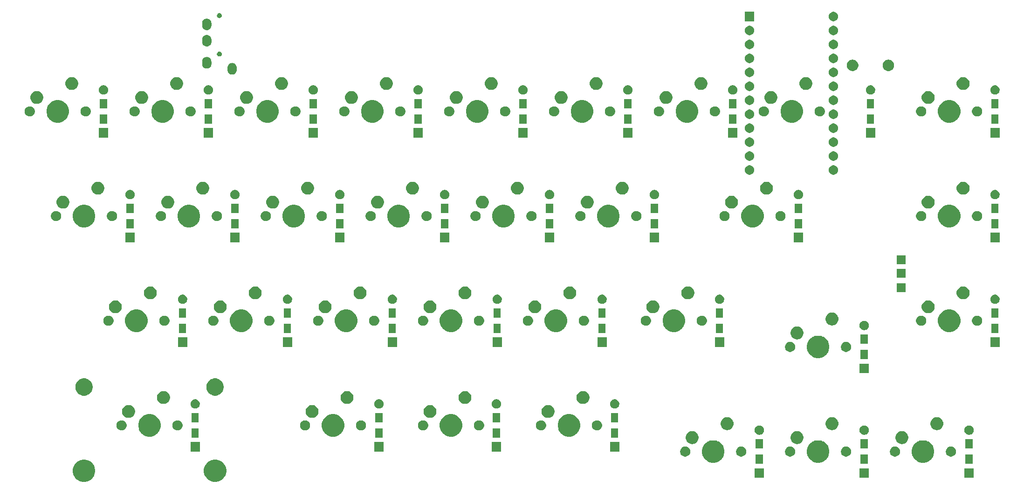
<source format=gbr>
G04 #@! TF.GenerationSoftware,KiCad,Pcbnew,(5.1.4)-1*
G04 #@! TF.CreationDate,2020-12-24T16:57:23-08:00*
G04 #@! TF.ProjectId,fracture-pcb-final,66726163-7475-4726-952d-7063622d6669,rev?*
G04 #@! TF.SameCoordinates,Original*
G04 #@! TF.FileFunction,Soldermask,Bot*
G04 #@! TF.FilePolarity,Negative*
%FSLAX46Y46*%
G04 Gerber Fmt 4.6, Leading zero omitted, Abs format (unit mm)*
G04 Created by KiCad (PCBNEW (5.1.4)-1) date 2020-12-24 16:57:23*
%MOMM*%
%LPD*%
G04 APERTURE LIST*
%ADD10C,0.100000*%
G04 APERTURE END LIST*
D10*
G36*
X160933974Y-130113684D02*
G01*
X161151974Y-130203983D01*
X161306123Y-130267833D01*
X161641048Y-130491623D01*
X161925877Y-130776452D01*
X162149667Y-131111377D01*
X162149667Y-131111378D01*
X162303816Y-131483526D01*
X162382400Y-131878594D01*
X162382400Y-132281406D01*
X162303816Y-132676474D01*
X162213517Y-132894474D01*
X162149667Y-133048623D01*
X161925877Y-133383548D01*
X161641048Y-133668377D01*
X161306123Y-133892167D01*
X161151974Y-133956017D01*
X160933974Y-134046316D01*
X160538906Y-134124900D01*
X160136094Y-134124900D01*
X159741026Y-134046316D01*
X159523026Y-133956017D01*
X159368877Y-133892167D01*
X159033952Y-133668377D01*
X158749123Y-133383548D01*
X158525333Y-133048623D01*
X158461483Y-132894474D01*
X158371184Y-132676474D01*
X158292600Y-132281406D01*
X158292600Y-131878594D01*
X158371184Y-131483526D01*
X158525333Y-131111378D01*
X158525333Y-131111377D01*
X158749123Y-130776452D01*
X159033952Y-130491623D01*
X159368877Y-130267833D01*
X159523026Y-130203983D01*
X159741026Y-130113684D01*
X160136094Y-130035100D01*
X160538906Y-130035100D01*
X160933974Y-130113684D01*
X160933974Y-130113684D01*
G37*
G36*
X137121474Y-130113684D02*
G01*
X137339474Y-130203983D01*
X137493623Y-130267833D01*
X137828548Y-130491623D01*
X138113377Y-130776452D01*
X138337167Y-131111377D01*
X138337167Y-131111378D01*
X138491316Y-131483526D01*
X138569900Y-131878594D01*
X138569900Y-132281406D01*
X138491316Y-132676474D01*
X138401017Y-132894474D01*
X138337167Y-133048623D01*
X138113377Y-133383548D01*
X137828548Y-133668377D01*
X137493623Y-133892167D01*
X137339474Y-133956017D01*
X137121474Y-134046316D01*
X136726406Y-134124900D01*
X136323594Y-134124900D01*
X135928526Y-134046316D01*
X135710526Y-133956017D01*
X135556377Y-133892167D01*
X135221452Y-133668377D01*
X134936623Y-133383548D01*
X134712833Y-133048623D01*
X134648983Y-132894474D01*
X134558684Y-132676474D01*
X134480100Y-132281406D01*
X134480100Y-131878594D01*
X134558684Y-131483526D01*
X134712833Y-131111378D01*
X134712833Y-131111377D01*
X134936623Y-130776452D01*
X135221452Y-130491623D01*
X135556377Y-130267833D01*
X135710526Y-130203983D01*
X135928526Y-130113684D01*
X136323594Y-130035100D01*
X136726406Y-130035100D01*
X137121474Y-130113684D01*
X137121474Y-130113684D01*
G37*
G36*
X260058000Y-133338500D02*
G01*
X258356000Y-133338500D01*
X258356000Y-131636500D01*
X260058000Y-131636500D01*
X260058000Y-133338500D01*
X260058000Y-133338500D01*
G37*
G36*
X279108000Y-133338500D02*
G01*
X277406000Y-133338500D01*
X277406000Y-131636500D01*
X279108000Y-131636500D01*
X279108000Y-133338500D01*
X279108000Y-133338500D01*
G37*
G36*
X298158000Y-133338500D02*
G01*
X296456000Y-133338500D01*
X296456000Y-131636500D01*
X298158000Y-131636500D01*
X298158000Y-133338500D01*
X298158000Y-133338500D01*
G37*
G36*
X297958000Y-130838500D02*
G01*
X296656000Y-130838500D01*
X296656000Y-129136500D01*
X297958000Y-129136500D01*
X297958000Y-130838500D01*
X297958000Y-130838500D01*
G37*
G36*
X278908000Y-130838500D02*
G01*
X277606000Y-130838500D01*
X277606000Y-129136500D01*
X278908000Y-129136500D01*
X278908000Y-130838500D01*
X278908000Y-130838500D01*
G37*
G36*
X259858000Y-130838500D02*
G01*
X258556000Y-130838500D01*
X258556000Y-129136500D01*
X259858000Y-129136500D01*
X259858000Y-130838500D01*
X259858000Y-130838500D01*
G37*
G36*
X270471474Y-126621184D02*
G01*
X270689474Y-126711483D01*
X270843623Y-126775333D01*
X271178548Y-126999123D01*
X271463377Y-127283952D01*
X271687167Y-127618877D01*
X271719562Y-127697086D01*
X271841316Y-127991026D01*
X271919900Y-128386094D01*
X271919900Y-128788906D01*
X271841316Y-129183974D01*
X271790451Y-129306772D01*
X271687167Y-129556123D01*
X271463377Y-129891048D01*
X271178548Y-130175877D01*
X270843623Y-130399667D01*
X270689474Y-130463517D01*
X270471474Y-130553816D01*
X270076406Y-130632400D01*
X269673594Y-130632400D01*
X269278526Y-130553816D01*
X269060526Y-130463517D01*
X268906377Y-130399667D01*
X268571452Y-130175877D01*
X268286623Y-129891048D01*
X268062833Y-129556123D01*
X267959549Y-129306772D01*
X267908684Y-129183974D01*
X267830100Y-128788906D01*
X267830100Y-128386094D01*
X267908684Y-127991026D01*
X268030438Y-127697086D01*
X268062833Y-127618877D01*
X268286623Y-127283952D01*
X268571452Y-126999123D01*
X268906377Y-126775333D01*
X269060526Y-126711483D01*
X269278526Y-126621184D01*
X269673594Y-126542600D01*
X270076406Y-126542600D01*
X270471474Y-126621184D01*
X270471474Y-126621184D01*
G37*
G36*
X289521474Y-126621184D02*
G01*
X289739474Y-126711483D01*
X289893623Y-126775333D01*
X290228548Y-126999123D01*
X290513377Y-127283952D01*
X290737167Y-127618877D01*
X290769562Y-127697086D01*
X290891316Y-127991026D01*
X290969900Y-128386094D01*
X290969900Y-128788906D01*
X290891316Y-129183974D01*
X290840451Y-129306772D01*
X290737167Y-129556123D01*
X290513377Y-129891048D01*
X290228548Y-130175877D01*
X289893623Y-130399667D01*
X289739474Y-130463517D01*
X289521474Y-130553816D01*
X289126406Y-130632400D01*
X288723594Y-130632400D01*
X288328526Y-130553816D01*
X288110526Y-130463517D01*
X287956377Y-130399667D01*
X287621452Y-130175877D01*
X287336623Y-129891048D01*
X287112833Y-129556123D01*
X287009549Y-129306772D01*
X286958684Y-129183974D01*
X286880100Y-128788906D01*
X286880100Y-128386094D01*
X286958684Y-127991026D01*
X287080438Y-127697086D01*
X287112833Y-127618877D01*
X287336623Y-127283952D01*
X287621452Y-126999123D01*
X287956377Y-126775333D01*
X288110526Y-126711483D01*
X288328526Y-126621184D01*
X288723594Y-126542600D01*
X289126406Y-126542600D01*
X289521474Y-126621184D01*
X289521474Y-126621184D01*
G37*
G36*
X251421474Y-126621184D02*
G01*
X251639474Y-126711483D01*
X251793623Y-126775333D01*
X252128548Y-126999123D01*
X252413377Y-127283952D01*
X252637167Y-127618877D01*
X252669562Y-127697086D01*
X252791316Y-127991026D01*
X252869900Y-128386094D01*
X252869900Y-128788906D01*
X252791316Y-129183974D01*
X252740451Y-129306772D01*
X252637167Y-129556123D01*
X252413377Y-129891048D01*
X252128548Y-130175877D01*
X251793623Y-130399667D01*
X251639474Y-130463517D01*
X251421474Y-130553816D01*
X251026406Y-130632400D01*
X250623594Y-130632400D01*
X250228526Y-130553816D01*
X250010526Y-130463517D01*
X249856377Y-130399667D01*
X249521452Y-130175877D01*
X249236623Y-129891048D01*
X249012833Y-129556123D01*
X248909549Y-129306772D01*
X248858684Y-129183974D01*
X248780100Y-128788906D01*
X248780100Y-128386094D01*
X248858684Y-127991026D01*
X248980438Y-127697086D01*
X249012833Y-127618877D01*
X249236623Y-127283952D01*
X249521452Y-126999123D01*
X249856377Y-126775333D01*
X250010526Y-126711483D01*
X250228526Y-126621184D01*
X250623594Y-126542600D01*
X251026406Y-126542600D01*
X251421474Y-126621184D01*
X251421474Y-126621184D01*
G37*
G36*
X246015104Y-127697085D02*
G01*
X246183626Y-127766889D01*
X246335291Y-127868228D01*
X246464272Y-127997209D01*
X246565611Y-128148874D01*
X246635415Y-128317396D01*
X246671000Y-128496297D01*
X246671000Y-128678703D01*
X246635415Y-128857604D01*
X246565611Y-129026126D01*
X246464272Y-129177791D01*
X246335291Y-129306772D01*
X246183626Y-129408111D01*
X246015104Y-129477915D01*
X245836203Y-129513500D01*
X245653797Y-129513500D01*
X245474896Y-129477915D01*
X245306374Y-129408111D01*
X245154709Y-129306772D01*
X245025728Y-129177791D01*
X244924389Y-129026126D01*
X244854585Y-128857604D01*
X244819000Y-128678703D01*
X244819000Y-128496297D01*
X244854585Y-128317396D01*
X244924389Y-128148874D01*
X245025728Y-127997209D01*
X245154709Y-127868228D01*
X245306374Y-127766889D01*
X245474896Y-127697085D01*
X245653797Y-127661500D01*
X245836203Y-127661500D01*
X246015104Y-127697085D01*
X246015104Y-127697085D01*
G37*
G36*
X294275104Y-127697085D02*
G01*
X294443626Y-127766889D01*
X294595291Y-127868228D01*
X294724272Y-127997209D01*
X294825611Y-128148874D01*
X294895415Y-128317396D01*
X294931000Y-128496297D01*
X294931000Y-128678703D01*
X294895415Y-128857604D01*
X294825611Y-129026126D01*
X294724272Y-129177791D01*
X294595291Y-129306772D01*
X294443626Y-129408111D01*
X294275104Y-129477915D01*
X294096203Y-129513500D01*
X293913797Y-129513500D01*
X293734896Y-129477915D01*
X293566374Y-129408111D01*
X293414709Y-129306772D01*
X293285728Y-129177791D01*
X293184389Y-129026126D01*
X293114585Y-128857604D01*
X293079000Y-128678703D01*
X293079000Y-128496297D01*
X293114585Y-128317396D01*
X293184389Y-128148874D01*
X293285728Y-127997209D01*
X293414709Y-127868228D01*
X293566374Y-127766889D01*
X293734896Y-127697085D01*
X293913797Y-127661500D01*
X294096203Y-127661500D01*
X294275104Y-127697085D01*
X294275104Y-127697085D01*
G37*
G36*
X256175104Y-127697085D02*
G01*
X256343626Y-127766889D01*
X256495291Y-127868228D01*
X256624272Y-127997209D01*
X256725611Y-128148874D01*
X256795415Y-128317396D01*
X256831000Y-128496297D01*
X256831000Y-128678703D01*
X256795415Y-128857604D01*
X256725611Y-129026126D01*
X256624272Y-129177791D01*
X256495291Y-129306772D01*
X256343626Y-129408111D01*
X256175104Y-129477915D01*
X255996203Y-129513500D01*
X255813797Y-129513500D01*
X255634896Y-129477915D01*
X255466374Y-129408111D01*
X255314709Y-129306772D01*
X255185728Y-129177791D01*
X255084389Y-129026126D01*
X255014585Y-128857604D01*
X254979000Y-128678703D01*
X254979000Y-128496297D01*
X255014585Y-128317396D01*
X255084389Y-128148874D01*
X255185728Y-127997209D01*
X255314709Y-127868228D01*
X255466374Y-127766889D01*
X255634896Y-127697085D01*
X255813797Y-127661500D01*
X255996203Y-127661500D01*
X256175104Y-127697085D01*
X256175104Y-127697085D01*
G37*
G36*
X265065104Y-127697085D02*
G01*
X265233626Y-127766889D01*
X265385291Y-127868228D01*
X265514272Y-127997209D01*
X265615611Y-128148874D01*
X265685415Y-128317396D01*
X265721000Y-128496297D01*
X265721000Y-128678703D01*
X265685415Y-128857604D01*
X265615611Y-129026126D01*
X265514272Y-129177791D01*
X265385291Y-129306772D01*
X265233626Y-129408111D01*
X265065104Y-129477915D01*
X264886203Y-129513500D01*
X264703797Y-129513500D01*
X264524896Y-129477915D01*
X264356374Y-129408111D01*
X264204709Y-129306772D01*
X264075728Y-129177791D01*
X263974389Y-129026126D01*
X263904585Y-128857604D01*
X263869000Y-128678703D01*
X263869000Y-128496297D01*
X263904585Y-128317396D01*
X263974389Y-128148874D01*
X264075728Y-127997209D01*
X264204709Y-127868228D01*
X264356374Y-127766889D01*
X264524896Y-127697085D01*
X264703797Y-127661500D01*
X264886203Y-127661500D01*
X265065104Y-127697085D01*
X265065104Y-127697085D01*
G37*
G36*
X284115104Y-127697085D02*
G01*
X284283626Y-127766889D01*
X284435291Y-127868228D01*
X284564272Y-127997209D01*
X284665611Y-128148874D01*
X284735415Y-128317396D01*
X284771000Y-128496297D01*
X284771000Y-128678703D01*
X284735415Y-128857604D01*
X284665611Y-129026126D01*
X284564272Y-129177791D01*
X284435291Y-129306772D01*
X284283626Y-129408111D01*
X284115104Y-129477915D01*
X283936203Y-129513500D01*
X283753797Y-129513500D01*
X283574896Y-129477915D01*
X283406374Y-129408111D01*
X283254709Y-129306772D01*
X283125728Y-129177791D01*
X283024389Y-129026126D01*
X282954585Y-128857604D01*
X282919000Y-128678703D01*
X282919000Y-128496297D01*
X282954585Y-128317396D01*
X283024389Y-128148874D01*
X283125728Y-127997209D01*
X283254709Y-127868228D01*
X283406374Y-127766889D01*
X283574896Y-127697085D01*
X283753797Y-127661500D01*
X283936203Y-127661500D01*
X284115104Y-127697085D01*
X284115104Y-127697085D01*
G37*
G36*
X275225104Y-127697085D02*
G01*
X275393626Y-127766889D01*
X275545291Y-127868228D01*
X275674272Y-127997209D01*
X275775611Y-128148874D01*
X275845415Y-128317396D01*
X275881000Y-128496297D01*
X275881000Y-128678703D01*
X275845415Y-128857604D01*
X275775611Y-129026126D01*
X275674272Y-129177791D01*
X275545291Y-129306772D01*
X275393626Y-129408111D01*
X275225104Y-129477915D01*
X275046203Y-129513500D01*
X274863797Y-129513500D01*
X274684896Y-129477915D01*
X274516374Y-129408111D01*
X274364709Y-129306772D01*
X274235728Y-129177791D01*
X274134389Y-129026126D01*
X274064585Y-128857604D01*
X274029000Y-128678703D01*
X274029000Y-128496297D01*
X274064585Y-128317396D01*
X274134389Y-128148874D01*
X274235728Y-127997209D01*
X274364709Y-127868228D01*
X274516374Y-127766889D01*
X274684896Y-127697085D01*
X274863797Y-127661500D01*
X275046203Y-127661500D01*
X275225104Y-127697085D01*
X275225104Y-127697085D01*
G37*
G36*
X157569000Y-128576000D02*
G01*
X155867000Y-128576000D01*
X155867000Y-126874000D01*
X157569000Y-126874000D01*
X157569000Y-128576000D01*
X157569000Y-128576000D01*
G37*
G36*
X212306000Y-128576000D02*
G01*
X210604000Y-128576000D01*
X210604000Y-126874000D01*
X212306000Y-126874000D01*
X212306000Y-128576000D01*
X212306000Y-128576000D01*
G37*
G36*
X190970000Y-128576000D02*
G01*
X189268000Y-128576000D01*
X189268000Y-126874000D01*
X190970000Y-126874000D01*
X190970000Y-128576000D01*
X190970000Y-128576000D01*
G37*
G36*
X233769000Y-128576000D02*
G01*
X232067000Y-128576000D01*
X232067000Y-126874000D01*
X233769000Y-126874000D01*
X233769000Y-128576000D01*
X233769000Y-128576000D01*
G37*
G36*
X297958000Y-128038500D02*
G01*
X296656000Y-128038500D01*
X296656000Y-126336500D01*
X297958000Y-126336500D01*
X297958000Y-128038500D01*
X297958000Y-128038500D01*
G37*
G36*
X278908000Y-128038500D02*
G01*
X277606000Y-128038500D01*
X277606000Y-126336500D01*
X278908000Y-126336500D01*
X278908000Y-128038500D01*
X278908000Y-128038500D01*
G37*
G36*
X259858000Y-128038500D02*
G01*
X258556000Y-128038500D01*
X258556000Y-126336500D01*
X259858000Y-126336500D01*
X259858000Y-128038500D01*
X259858000Y-128038500D01*
G37*
G36*
X247206560Y-124886564D02*
G01*
X247358027Y-124916693D01*
X247572045Y-125005342D01*
X247572046Y-125005343D01*
X247764654Y-125134039D01*
X247928461Y-125297846D01*
X248005656Y-125413377D01*
X248057158Y-125490455D01*
X248145807Y-125704473D01*
X248191000Y-125931674D01*
X248191000Y-126163326D01*
X248145807Y-126390527D01*
X248057158Y-126604545D01*
X248057157Y-126604546D01*
X247928461Y-126797154D01*
X247764654Y-126960961D01*
X247707540Y-126999123D01*
X247572045Y-127089658D01*
X247358027Y-127178307D01*
X247206560Y-127208436D01*
X247130827Y-127223500D01*
X246899173Y-127223500D01*
X246823440Y-127208436D01*
X246671973Y-127178307D01*
X246457955Y-127089658D01*
X246322460Y-126999123D01*
X246265346Y-126960961D01*
X246101539Y-126797154D01*
X245972843Y-126604546D01*
X245972842Y-126604545D01*
X245884193Y-126390527D01*
X245839000Y-126163326D01*
X245839000Y-125931674D01*
X245884193Y-125704473D01*
X245972842Y-125490455D01*
X246024344Y-125413377D01*
X246101539Y-125297846D01*
X246265346Y-125134039D01*
X246457954Y-125005343D01*
X246457955Y-125005342D01*
X246671973Y-124916693D01*
X246823440Y-124886564D01*
X246899173Y-124871500D01*
X247130827Y-124871500D01*
X247206560Y-124886564D01*
X247206560Y-124886564D01*
G37*
G36*
X285306560Y-124886564D02*
G01*
X285458027Y-124916693D01*
X285672045Y-125005342D01*
X285672046Y-125005343D01*
X285864654Y-125134039D01*
X286028461Y-125297846D01*
X286105656Y-125413377D01*
X286157158Y-125490455D01*
X286245807Y-125704473D01*
X286291000Y-125931674D01*
X286291000Y-126163326D01*
X286245807Y-126390527D01*
X286157158Y-126604545D01*
X286157157Y-126604546D01*
X286028461Y-126797154D01*
X285864654Y-126960961D01*
X285807540Y-126999123D01*
X285672045Y-127089658D01*
X285458027Y-127178307D01*
X285306560Y-127208436D01*
X285230827Y-127223500D01*
X284999173Y-127223500D01*
X284923440Y-127208436D01*
X284771973Y-127178307D01*
X284557955Y-127089658D01*
X284422460Y-126999123D01*
X284365346Y-126960961D01*
X284201539Y-126797154D01*
X284072843Y-126604546D01*
X284072842Y-126604545D01*
X283984193Y-126390527D01*
X283939000Y-126163326D01*
X283939000Y-125931674D01*
X283984193Y-125704473D01*
X284072842Y-125490455D01*
X284124344Y-125413377D01*
X284201539Y-125297846D01*
X284365346Y-125134039D01*
X284557954Y-125005343D01*
X284557955Y-125005342D01*
X284771973Y-124916693D01*
X284923440Y-124886564D01*
X284999173Y-124871500D01*
X285230827Y-124871500D01*
X285306560Y-124886564D01*
X285306560Y-124886564D01*
G37*
G36*
X266256560Y-124886564D02*
G01*
X266408027Y-124916693D01*
X266622045Y-125005342D01*
X266622046Y-125005343D01*
X266814654Y-125134039D01*
X266978461Y-125297846D01*
X267055656Y-125413377D01*
X267107158Y-125490455D01*
X267195807Y-125704473D01*
X267241000Y-125931674D01*
X267241000Y-126163326D01*
X267195807Y-126390527D01*
X267107158Y-126604545D01*
X267107157Y-126604546D01*
X266978461Y-126797154D01*
X266814654Y-126960961D01*
X266757540Y-126999123D01*
X266622045Y-127089658D01*
X266408027Y-127178307D01*
X266256560Y-127208436D01*
X266180827Y-127223500D01*
X265949173Y-127223500D01*
X265873440Y-127208436D01*
X265721973Y-127178307D01*
X265507955Y-127089658D01*
X265372460Y-126999123D01*
X265315346Y-126960961D01*
X265151539Y-126797154D01*
X265022843Y-126604546D01*
X265022842Y-126604545D01*
X264934193Y-126390527D01*
X264889000Y-126163326D01*
X264889000Y-125931674D01*
X264934193Y-125704473D01*
X265022842Y-125490455D01*
X265074344Y-125413377D01*
X265151539Y-125297846D01*
X265315346Y-125134039D01*
X265507954Y-125005343D01*
X265507955Y-125005342D01*
X265721973Y-124916693D01*
X265873440Y-124886564D01*
X265949173Y-124871500D01*
X266180827Y-124871500D01*
X266256560Y-124886564D01*
X266256560Y-124886564D01*
G37*
G36*
X157369000Y-126076000D02*
G01*
X156067000Y-126076000D01*
X156067000Y-124374000D01*
X157369000Y-124374000D01*
X157369000Y-126076000D01*
X157369000Y-126076000D01*
G37*
G36*
X233569000Y-126076000D02*
G01*
X232267000Y-126076000D01*
X232267000Y-124374000D01*
X233569000Y-124374000D01*
X233569000Y-126076000D01*
X233569000Y-126076000D01*
G37*
G36*
X190770000Y-126076000D02*
G01*
X189468000Y-126076000D01*
X189468000Y-124374000D01*
X190770000Y-124374000D01*
X190770000Y-126076000D01*
X190770000Y-126076000D01*
G37*
G36*
X212106000Y-126076000D02*
G01*
X210804000Y-126076000D01*
X210804000Y-124374000D01*
X212106000Y-124374000D01*
X212106000Y-126076000D01*
X212106000Y-126076000D01*
G37*
G36*
X182365224Y-121858684D02*
G01*
X182583224Y-121948983D01*
X182737373Y-122012833D01*
X183072298Y-122236623D01*
X183357127Y-122521452D01*
X183580917Y-122856377D01*
X183613312Y-122934586D01*
X183735066Y-123228526D01*
X183813650Y-123623594D01*
X183813650Y-124026406D01*
X183735066Y-124421474D01*
X183684201Y-124544272D01*
X183580917Y-124793623D01*
X183357127Y-125128548D01*
X183072298Y-125413377D01*
X182737373Y-125637167D01*
X182583224Y-125701017D01*
X182365224Y-125791316D01*
X181970156Y-125869900D01*
X181567344Y-125869900D01*
X181172276Y-125791316D01*
X180954276Y-125701017D01*
X180800127Y-125637167D01*
X180465202Y-125413377D01*
X180180373Y-125128548D01*
X179956583Y-124793623D01*
X179853299Y-124544272D01*
X179802434Y-124421474D01*
X179723850Y-124026406D01*
X179723850Y-123623594D01*
X179802434Y-123228526D01*
X179924188Y-122934586D01*
X179956583Y-122856377D01*
X180180373Y-122521452D01*
X180465202Y-122236623D01*
X180800127Y-122012833D01*
X180954276Y-121948983D01*
X181172276Y-121858684D01*
X181567344Y-121780100D01*
X181970156Y-121780100D01*
X182365224Y-121858684D01*
X182365224Y-121858684D01*
G37*
G36*
X203796474Y-121858684D02*
G01*
X204014474Y-121948983D01*
X204168623Y-122012833D01*
X204503548Y-122236623D01*
X204788377Y-122521452D01*
X205012167Y-122856377D01*
X205044562Y-122934586D01*
X205166316Y-123228526D01*
X205244900Y-123623594D01*
X205244900Y-124026406D01*
X205166316Y-124421474D01*
X205115451Y-124544272D01*
X205012167Y-124793623D01*
X204788377Y-125128548D01*
X204503548Y-125413377D01*
X204168623Y-125637167D01*
X204014474Y-125701017D01*
X203796474Y-125791316D01*
X203401406Y-125869900D01*
X202998594Y-125869900D01*
X202603526Y-125791316D01*
X202385526Y-125701017D01*
X202231377Y-125637167D01*
X201896452Y-125413377D01*
X201611623Y-125128548D01*
X201387833Y-124793623D01*
X201284549Y-124544272D01*
X201233684Y-124421474D01*
X201155100Y-124026406D01*
X201155100Y-123623594D01*
X201233684Y-123228526D01*
X201355438Y-122934586D01*
X201387833Y-122856377D01*
X201611623Y-122521452D01*
X201896452Y-122236623D01*
X202231377Y-122012833D01*
X202385526Y-121948983D01*
X202603526Y-121858684D01*
X202998594Y-121780100D01*
X203401406Y-121780100D01*
X203796474Y-121858684D01*
X203796474Y-121858684D01*
G37*
G36*
X225227724Y-121858684D02*
G01*
X225445724Y-121948983D01*
X225599873Y-122012833D01*
X225934798Y-122236623D01*
X226219627Y-122521452D01*
X226443417Y-122856377D01*
X226475812Y-122934586D01*
X226597566Y-123228526D01*
X226676150Y-123623594D01*
X226676150Y-124026406D01*
X226597566Y-124421474D01*
X226546701Y-124544272D01*
X226443417Y-124793623D01*
X226219627Y-125128548D01*
X225934798Y-125413377D01*
X225599873Y-125637167D01*
X225445724Y-125701017D01*
X225227724Y-125791316D01*
X224832656Y-125869900D01*
X224429844Y-125869900D01*
X224034776Y-125791316D01*
X223816776Y-125701017D01*
X223662627Y-125637167D01*
X223327702Y-125413377D01*
X223042873Y-125128548D01*
X222819083Y-124793623D01*
X222715799Y-124544272D01*
X222664934Y-124421474D01*
X222586350Y-124026406D01*
X222586350Y-123623594D01*
X222664934Y-123228526D01*
X222786688Y-122934586D01*
X222819083Y-122856377D01*
X223042873Y-122521452D01*
X223327702Y-122236623D01*
X223662627Y-122012833D01*
X223816776Y-121948983D01*
X224034776Y-121858684D01*
X224429844Y-121780100D01*
X224832656Y-121780100D01*
X225227724Y-121858684D01*
X225227724Y-121858684D01*
G37*
G36*
X149027724Y-121858684D02*
G01*
X149245724Y-121948983D01*
X149399873Y-122012833D01*
X149734798Y-122236623D01*
X150019627Y-122521452D01*
X150243417Y-122856377D01*
X150275812Y-122934586D01*
X150397566Y-123228526D01*
X150476150Y-123623594D01*
X150476150Y-124026406D01*
X150397566Y-124421474D01*
X150346701Y-124544272D01*
X150243417Y-124793623D01*
X150019627Y-125128548D01*
X149734798Y-125413377D01*
X149399873Y-125637167D01*
X149245724Y-125701017D01*
X149027724Y-125791316D01*
X148632656Y-125869900D01*
X148229844Y-125869900D01*
X147834776Y-125791316D01*
X147616776Y-125701017D01*
X147462627Y-125637167D01*
X147127702Y-125413377D01*
X146842873Y-125128548D01*
X146619083Y-124793623D01*
X146515799Y-124544272D01*
X146464934Y-124421474D01*
X146386350Y-124026406D01*
X146386350Y-123623594D01*
X146464934Y-123228526D01*
X146586688Y-122934586D01*
X146619083Y-122856377D01*
X146842873Y-122521452D01*
X147127702Y-122236623D01*
X147462627Y-122012833D01*
X147616776Y-121948983D01*
X147834776Y-121858684D01*
X148229844Y-121780100D01*
X148632656Y-121780100D01*
X149027724Y-121858684D01*
X149027724Y-121858684D01*
G37*
G36*
X297555228Y-123869203D02*
G01*
X297710100Y-123933353D01*
X297849481Y-124026485D01*
X297968015Y-124145019D01*
X298061147Y-124284400D01*
X298125297Y-124439272D01*
X298158000Y-124603684D01*
X298158000Y-124771316D01*
X298125297Y-124935728D01*
X298061147Y-125090600D01*
X297968015Y-125229981D01*
X297849481Y-125348515D01*
X297710100Y-125441647D01*
X297555228Y-125505797D01*
X297390816Y-125538500D01*
X297223184Y-125538500D01*
X297058772Y-125505797D01*
X296903900Y-125441647D01*
X296764519Y-125348515D01*
X296645985Y-125229981D01*
X296552853Y-125090600D01*
X296488703Y-124935728D01*
X296456000Y-124771316D01*
X296456000Y-124603684D01*
X296488703Y-124439272D01*
X296552853Y-124284400D01*
X296645985Y-124145019D01*
X296764519Y-124026485D01*
X296903900Y-123933353D01*
X297058772Y-123869203D01*
X297223184Y-123836500D01*
X297390816Y-123836500D01*
X297555228Y-123869203D01*
X297555228Y-123869203D01*
G37*
G36*
X278505228Y-123869203D02*
G01*
X278660100Y-123933353D01*
X278799481Y-124026485D01*
X278918015Y-124145019D01*
X279011147Y-124284400D01*
X279075297Y-124439272D01*
X279108000Y-124603684D01*
X279108000Y-124771316D01*
X279075297Y-124935728D01*
X279011147Y-125090600D01*
X278918015Y-125229981D01*
X278799481Y-125348515D01*
X278660100Y-125441647D01*
X278505228Y-125505797D01*
X278340816Y-125538500D01*
X278173184Y-125538500D01*
X278008772Y-125505797D01*
X277853900Y-125441647D01*
X277714519Y-125348515D01*
X277595985Y-125229981D01*
X277502853Y-125090600D01*
X277438703Y-124935728D01*
X277406000Y-124771316D01*
X277406000Y-124603684D01*
X277438703Y-124439272D01*
X277502853Y-124284400D01*
X277595985Y-124145019D01*
X277714519Y-124026485D01*
X277853900Y-123933353D01*
X278008772Y-123869203D01*
X278173184Y-123836500D01*
X278340816Y-123836500D01*
X278505228Y-123869203D01*
X278505228Y-123869203D01*
G37*
G36*
X259455228Y-123869203D02*
G01*
X259610100Y-123933353D01*
X259749481Y-124026485D01*
X259868015Y-124145019D01*
X259961147Y-124284400D01*
X260025297Y-124439272D01*
X260058000Y-124603684D01*
X260058000Y-124771316D01*
X260025297Y-124935728D01*
X259961147Y-125090600D01*
X259868015Y-125229981D01*
X259749481Y-125348515D01*
X259610100Y-125441647D01*
X259455228Y-125505797D01*
X259290816Y-125538500D01*
X259123184Y-125538500D01*
X258958772Y-125505797D01*
X258803900Y-125441647D01*
X258664519Y-125348515D01*
X258545985Y-125229981D01*
X258452853Y-125090600D01*
X258388703Y-124935728D01*
X258356000Y-124771316D01*
X258356000Y-124603684D01*
X258388703Y-124439272D01*
X258452853Y-124284400D01*
X258545985Y-124145019D01*
X258664519Y-124026485D01*
X258803900Y-123933353D01*
X258958772Y-123869203D01*
X259123184Y-123836500D01*
X259290816Y-123836500D01*
X259455228Y-123869203D01*
X259455228Y-123869203D01*
G37*
G36*
X143621354Y-122934585D02*
G01*
X143789876Y-123004389D01*
X143941541Y-123105728D01*
X144070522Y-123234709D01*
X144171861Y-123386374D01*
X144241665Y-123554896D01*
X144277250Y-123733797D01*
X144277250Y-123916203D01*
X144241665Y-124095104D01*
X144171861Y-124263626D01*
X144070522Y-124415291D01*
X143941541Y-124544272D01*
X143789876Y-124645611D01*
X143621354Y-124715415D01*
X143442453Y-124751000D01*
X143260047Y-124751000D01*
X143081146Y-124715415D01*
X142912624Y-124645611D01*
X142760959Y-124544272D01*
X142631978Y-124415291D01*
X142530639Y-124263626D01*
X142460835Y-124095104D01*
X142425250Y-123916203D01*
X142425250Y-123733797D01*
X142460835Y-123554896D01*
X142530639Y-123386374D01*
X142631978Y-123234709D01*
X142760959Y-123105728D01*
X142912624Y-123004389D01*
X143081146Y-122934585D01*
X143260047Y-122899000D01*
X143442453Y-122899000D01*
X143621354Y-122934585D01*
X143621354Y-122934585D01*
G37*
G36*
X198390104Y-122934585D02*
G01*
X198558626Y-123004389D01*
X198710291Y-123105728D01*
X198839272Y-123234709D01*
X198940611Y-123386374D01*
X199010415Y-123554896D01*
X199046000Y-123733797D01*
X199046000Y-123916203D01*
X199010415Y-124095104D01*
X198940611Y-124263626D01*
X198839272Y-124415291D01*
X198710291Y-124544272D01*
X198558626Y-124645611D01*
X198390104Y-124715415D01*
X198211203Y-124751000D01*
X198028797Y-124751000D01*
X197849896Y-124715415D01*
X197681374Y-124645611D01*
X197529709Y-124544272D01*
X197400728Y-124415291D01*
X197299389Y-124263626D01*
X197229585Y-124095104D01*
X197194000Y-123916203D01*
X197194000Y-123733797D01*
X197229585Y-123554896D01*
X197299389Y-123386374D01*
X197400728Y-123234709D01*
X197529709Y-123105728D01*
X197681374Y-123004389D01*
X197849896Y-122934585D01*
X198028797Y-122899000D01*
X198211203Y-122899000D01*
X198390104Y-122934585D01*
X198390104Y-122934585D01*
G37*
G36*
X208550104Y-122934585D02*
G01*
X208718626Y-123004389D01*
X208870291Y-123105728D01*
X208999272Y-123234709D01*
X209100611Y-123386374D01*
X209170415Y-123554896D01*
X209206000Y-123733797D01*
X209206000Y-123916203D01*
X209170415Y-124095104D01*
X209100611Y-124263626D01*
X208999272Y-124415291D01*
X208870291Y-124544272D01*
X208718626Y-124645611D01*
X208550104Y-124715415D01*
X208371203Y-124751000D01*
X208188797Y-124751000D01*
X208009896Y-124715415D01*
X207841374Y-124645611D01*
X207689709Y-124544272D01*
X207560728Y-124415291D01*
X207459389Y-124263626D01*
X207389585Y-124095104D01*
X207354000Y-123916203D01*
X207354000Y-123733797D01*
X207389585Y-123554896D01*
X207459389Y-123386374D01*
X207560728Y-123234709D01*
X207689709Y-123105728D01*
X207841374Y-123004389D01*
X208009896Y-122934585D01*
X208188797Y-122899000D01*
X208371203Y-122899000D01*
X208550104Y-122934585D01*
X208550104Y-122934585D01*
G37*
G36*
X153781354Y-122934585D02*
G01*
X153949876Y-123004389D01*
X154101541Y-123105728D01*
X154230522Y-123234709D01*
X154331861Y-123386374D01*
X154401665Y-123554896D01*
X154437250Y-123733797D01*
X154437250Y-123916203D01*
X154401665Y-124095104D01*
X154331861Y-124263626D01*
X154230522Y-124415291D01*
X154101541Y-124544272D01*
X153949876Y-124645611D01*
X153781354Y-124715415D01*
X153602453Y-124751000D01*
X153420047Y-124751000D01*
X153241146Y-124715415D01*
X153072624Y-124645611D01*
X152920959Y-124544272D01*
X152791978Y-124415291D01*
X152690639Y-124263626D01*
X152620835Y-124095104D01*
X152585250Y-123916203D01*
X152585250Y-123733797D01*
X152620835Y-123554896D01*
X152690639Y-123386374D01*
X152791978Y-123234709D01*
X152920959Y-123105728D01*
X153072624Y-123004389D01*
X153241146Y-122934585D01*
X153420047Y-122899000D01*
X153602453Y-122899000D01*
X153781354Y-122934585D01*
X153781354Y-122934585D01*
G37*
G36*
X176958854Y-122934585D02*
G01*
X177127376Y-123004389D01*
X177279041Y-123105728D01*
X177408022Y-123234709D01*
X177509361Y-123386374D01*
X177579165Y-123554896D01*
X177614750Y-123733797D01*
X177614750Y-123916203D01*
X177579165Y-124095104D01*
X177509361Y-124263626D01*
X177408022Y-124415291D01*
X177279041Y-124544272D01*
X177127376Y-124645611D01*
X176958854Y-124715415D01*
X176779953Y-124751000D01*
X176597547Y-124751000D01*
X176418646Y-124715415D01*
X176250124Y-124645611D01*
X176098459Y-124544272D01*
X175969478Y-124415291D01*
X175868139Y-124263626D01*
X175798335Y-124095104D01*
X175762750Y-123916203D01*
X175762750Y-123733797D01*
X175798335Y-123554896D01*
X175868139Y-123386374D01*
X175969478Y-123234709D01*
X176098459Y-123105728D01*
X176250124Y-123004389D01*
X176418646Y-122934585D01*
X176597547Y-122899000D01*
X176779953Y-122899000D01*
X176958854Y-122934585D01*
X176958854Y-122934585D01*
G37*
G36*
X187118854Y-122934585D02*
G01*
X187287376Y-123004389D01*
X187439041Y-123105728D01*
X187568022Y-123234709D01*
X187669361Y-123386374D01*
X187739165Y-123554896D01*
X187774750Y-123733797D01*
X187774750Y-123916203D01*
X187739165Y-124095104D01*
X187669361Y-124263626D01*
X187568022Y-124415291D01*
X187439041Y-124544272D01*
X187287376Y-124645611D01*
X187118854Y-124715415D01*
X186939953Y-124751000D01*
X186757547Y-124751000D01*
X186578646Y-124715415D01*
X186410124Y-124645611D01*
X186258459Y-124544272D01*
X186129478Y-124415291D01*
X186028139Y-124263626D01*
X185958335Y-124095104D01*
X185922750Y-123916203D01*
X185922750Y-123733797D01*
X185958335Y-123554896D01*
X186028139Y-123386374D01*
X186129478Y-123234709D01*
X186258459Y-123105728D01*
X186410124Y-123004389D01*
X186578646Y-122934585D01*
X186757547Y-122899000D01*
X186939953Y-122899000D01*
X187118854Y-122934585D01*
X187118854Y-122934585D01*
G37*
G36*
X219821354Y-122934585D02*
G01*
X219989876Y-123004389D01*
X220141541Y-123105728D01*
X220270522Y-123234709D01*
X220371861Y-123386374D01*
X220441665Y-123554896D01*
X220477250Y-123733797D01*
X220477250Y-123916203D01*
X220441665Y-124095104D01*
X220371861Y-124263626D01*
X220270522Y-124415291D01*
X220141541Y-124544272D01*
X219989876Y-124645611D01*
X219821354Y-124715415D01*
X219642453Y-124751000D01*
X219460047Y-124751000D01*
X219281146Y-124715415D01*
X219112624Y-124645611D01*
X218960959Y-124544272D01*
X218831978Y-124415291D01*
X218730639Y-124263626D01*
X218660835Y-124095104D01*
X218625250Y-123916203D01*
X218625250Y-123733797D01*
X218660835Y-123554896D01*
X218730639Y-123386374D01*
X218831978Y-123234709D01*
X218960959Y-123105728D01*
X219112624Y-123004389D01*
X219281146Y-122934585D01*
X219460047Y-122899000D01*
X219642453Y-122899000D01*
X219821354Y-122934585D01*
X219821354Y-122934585D01*
G37*
G36*
X229981354Y-122934585D02*
G01*
X230149876Y-123004389D01*
X230301541Y-123105728D01*
X230430522Y-123234709D01*
X230531861Y-123386374D01*
X230601665Y-123554896D01*
X230637250Y-123733797D01*
X230637250Y-123916203D01*
X230601665Y-124095104D01*
X230531861Y-124263626D01*
X230430522Y-124415291D01*
X230301541Y-124544272D01*
X230149876Y-124645611D01*
X229981354Y-124715415D01*
X229802453Y-124751000D01*
X229620047Y-124751000D01*
X229441146Y-124715415D01*
X229272624Y-124645611D01*
X229120959Y-124544272D01*
X228991978Y-124415291D01*
X228890639Y-124263626D01*
X228820835Y-124095104D01*
X228785250Y-123916203D01*
X228785250Y-123733797D01*
X228820835Y-123554896D01*
X228890639Y-123386374D01*
X228991978Y-123234709D01*
X229120959Y-123105728D01*
X229272624Y-123004389D01*
X229441146Y-122934585D01*
X229620047Y-122899000D01*
X229802453Y-122899000D01*
X229981354Y-122934585D01*
X229981354Y-122934585D01*
G37*
G36*
X253556560Y-122346564D02*
G01*
X253708027Y-122376693D01*
X253922045Y-122465342D01*
X253922046Y-122465343D01*
X254114654Y-122594039D01*
X254278461Y-122757846D01*
X254344297Y-122856377D01*
X254407158Y-122950455D01*
X254495807Y-123164473D01*
X254508548Y-123228526D01*
X254541000Y-123391673D01*
X254541000Y-123623327D01*
X254525936Y-123699060D01*
X254495807Y-123850527D01*
X254407158Y-124064545D01*
X254407157Y-124064546D01*
X254278461Y-124257154D01*
X254114654Y-124420961D01*
X253986249Y-124506758D01*
X253922045Y-124549658D01*
X253708027Y-124638307D01*
X253556560Y-124668436D01*
X253480827Y-124683500D01*
X253249173Y-124683500D01*
X253173440Y-124668436D01*
X253021973Y-124638307D01*
X252807955Y-124549658D01*
X252743751Y-124506758D01*
X252615346Y-124420961D01*
X252451539Y-124257154D01*
X252322843Y-124064546D01*
X252322842Y-124064545D01*
X252234193Y-123850527D01*
X252204064Y-123699060D01*
X252189000Y-123623327D01*
X252189000Y-123391673D01*
X252221452Y-123228526D01*
X252234193Y-123164473D01*
X252322842Y-122950455D01*
X252385703Y-122856377D01*
X252451539Y-122757846D01*
X252615346Y-122594039D01*
X252807954Y-122465343D01*
X252807955Y-122465342D01*
X253021973Y-122376693D01*
X253173440Y-122346564D01*
X253249173Y-122331500D01*
X253480827Y-122331500D01*
X253556560Y-122346564D01*
X253556560Y-122346564D01*
G37*
G36*
X272606560Y-122346564D02*
G01*
X272758027Y-122376693D01*
X272972045Y-122465342D01*
X272972046Y-122465343D01*
X273164654Y-122594039D01*
X273328461Y-122757846D01*
X273394297Y-122856377D01*
X273457158Y-122950455D01*
X273545807Y-123164473D01*
X273558548Y-123228526D01*
X273591000Y-123391673D01*
X273591000Y-123623327D01*
X273575936Y-123699060D01*
X273545807Y-123850527D01*
X273457158Y-124064545D01*
X273457157Y-124064546D01*
X273328461Y-124257154D01*
X273164654Y-124420961D01*
X273036249Y-124506758D01*
X272972045Y-124549658D01*
X272758027Y-124638307D01*
X272606560Y-124668436D01*
X272530827Y-124683500D01*
X272299173Y-124683500D01*
X272223440Y-124668436D01*
X272071973Y-124638307D01*
X271857955Y-124549658D01*
X271793751Y-124506758D01*
X271665346Y-124420961D01*
X271501539Y-124257154D01*
X271372843Y-124064546D01*
X271372842Y-124064545D01*
X271284193Y-123850527D01*
X271254064Y-123699060D01*
X271239000Y-123623327D01*
X271239000Y-123391673D01*
X271271452Y-123228526D01*
X271284193Y-123164473D01*
X271372842Y-122950455D01*
X271435703Y-122856377D01*
X271501539Y-122757846D01*
X271665346Y-122594039D01*
X271857954Y-122465343D01*
X271857955Y-122465342D01*
X272071973Y-122376693D01*
X272223440Y-122346564D01*
X272299173Y-122331500D01*
X272530827Y-122331500D01*
X272606560Y-122346564D01*
X272606560Y-122346564D01*
G37*
G36*
X291656560Y-122346564D02*
G01*
X291808027Y-122376693D01*
X292022045Y-122465342D01*
X292022046Y-122465343D01*
X292214654Y-122594039D01*
X292378461Y-122757846D01*
X292444297Y-122856377D01*
X292507158Y-122950455D01*
X292595807Y-123164473D01*
X292608548Y-123228526D01*
X292641000Y-123391673D01*
X292641000Y-123623327D01*
X292625936Y-123699060D01*
X292595807Y-123850527D01*
X292507158Y-124064545D01*
X292507157Y-124064546D01*
X292378461Y-124257154D01*
X292214654Y-124420961D01*
X292086249Y-124506758D01*
X292022045Y-124549658D01*
X291808027Y-124638307D01*
X291656560Y-124668436D01*
X291580827Y-124683500D01*
X291349173Y-124683500D01*
X291273440Y-124668436D01*
X291121973Y-124638307D01*
X290907955Y-124549658D01*
X290843751Y-124506758D01*
X290715346Y-124420961D01*
X290551539Y-124257154D01*
X290422843Y-124064546D01*
X290422842Y-124064545D01*
X290334193Y-123850527D01*
X290304064Y-123699060D01*
X290289000Y-123623327D01*
X290289000Y-123391673D01*
X290321452Y-123228526D01*
X290334193Y-123164473D01*
X290422842Y-122950455D01*
X290485703Y-122856377D01*
X290551539Y-122757846D01*
X290715346Y-122594039D01*
X290907954Y-122465343D01*
X290907955Y-122465342D01*
X291121973Y-122376693D01*
X291273440Y-122346564D01*
X291349173Y-122331500D01*
X291580827Y-122331500D01*
X291656560Y-122346564D01*
X291656560Y-122346564D01*
G37*
G36*
X157369000Y-123276000D02*
G01*
X156067000Y-123276000D01*
X156067000Y-121574000D01*
X157369000Y-121574000D01*
X157369000Y-123276000D01*
X157369000Y-123276000D01*
G37*
G36*
X233569000Y-123276000D02*
G01*
X232267000Y-123276000D01*
X232267000Y-121574000D01*
X233569000Y-121574000D01*
X233569000Y-123276000D01*
X233569000Y-123276000D01*
G37*
G36*
X212106000Y-123276000D02*
G01*
X210804000Y-123276000D01*
X210804000Y-121574000D01*
X212106000Y-121574000D01*
X212106000Y-123276000D01*
X212106000Y-123276000D01*
G37*
G36*
X190770000Y-123276000D02*
G01*
X189468000Y-123276000D01*
X189468000Y-121574000D01*
X190770000Y-121574000D01*
X190770000Y-123276000D01*
X190770000Y-123276000D01*
G37*
G36*
X178150310Y-120124064D02*
G01*
X178301777Y-120154193D01*
X178515795Y-120242842D01*
X178515796Y-120242843D01*
X178708404Y-120371539D01*
X178872211Y-120535346D01*
X178958008Y-120663751D01*
X179000908Y-120727955D01*
X179089557Y-120941973D01*
X179134750Y-121169174D01*
X179134750Y-121400826D01*
X179089557Y-121628027D01*
X179000908Y-121842045D01*
X179000907Y-121842046D01*
X178872211Y-122034654D01*
X178708404Y-122198461D01*
X178651290Y-122236623D01*
X178515795Y-122327158D01*
X178301777Y-122415807D01*
X178150310Y-122445936D01*
X178074577Y-122461000D01*
X177842923Y-122461000D01*
X177767190Y-122445936D01*
X177615723Y-122415807D01*
X177401705Y-122327158D01*
X177266210Y-122236623D01*
X177209096Y-122198461D01*
X177045289Y-122034654D01*
X176916593Y-121842046D01*
X176916592Y-121842045D01*
X176827943Y-121628027D01*
X176782750Y-121400826D01*
X176782750Y-121169174D01*
X176827943Y-120941973D01*
X176916592Y-120727955D01*
X176959492Y-120663751D01*
X177045289Y-120535346D01*
X177209096Y-120371539D01*
X177401704Y-120242843D01*
X177401705Y-120242842D01*
X177615723Y-120154193D01*
X177767190Y-120124064D01*
X177842923Y-120109000D01*
X178074577Y-120109000D01*
X178150310Y-120124064D01*
X178150310Y-120124064D01*
G37*
G36*
X144812810Y-120124064D02*
G01*
X144964277Y-120154193D01*
X145178295Y-120242842D01*
X145178296Y-120242843D01*
X145370904Y-120371539D01*
X145534711Y-120535346D01*
X145620508Y-120663751D01*
X145663408Y-120727955D01*
X145752057Y-120941973D01*
X145797250Y-121169174D01*
X145797250Y-121400826D01*
X145752057Y-121628027D01*
X145663408Y-121842045D01*
X145663407Y-121842046D01*
X145534711Y-122034654D01*
X145370904Y-122198461D01*
X145313790Y-122236623D01*
X145178295Y-122327158D01*
X144964277Y-122415807D01*
X144812810Y-122445936D01*
X144737077Y-122461000D01*
X144505423Y-122461000D01*
X144429690Y-122445936D01*
X144278223Y-122415807D01*
X144064205Y-122327158D01*
X143928710Y-122236623D01*
X143871596Y-122198461D01*
X143707789Y-122034654D01*
X143579093Y-121842046D01*
X143579092Y-121842045D01*
X143490443Y-121628027D01*
X143445250Y-121400826D01*
X143445250Y-121169174D01*
X143490443Y-120941973D01*
X143579092Y-120727955D01*
X143621992Y-120663751D01*
X143707789Y-120535346D01*
X143871596Y-120371539D01*
X144064204Y-120242843D01*
X144064205Y-120242842D01*
X144278223Y-120154193D01*
X144429690Y-120124064D01*
X144505423Y-120109000D01*
X144737077Y-120109000D01*
X144812810Y-120124064D01*
X144812810Y-120124064D01*
G37*
G36*
X199581560Y-120124064D02*
G01*
X199733027Y-120154193D01*
X199947045Y-120242842D01*
X199947046Y-120242843D01*
X200139654Y-120371539D01*
X200303461Y-120535346D01*
X200389258Y-120663751D01*
X200432158Y-120727955D01*
X200520807Y-120941973D01*
X200566000Y-121169174D01*
X200566000Y-121400826D01*
X200520807Y-121628027D01*
X200432158Y-121842045D01*
X200432157Y-121842046D01*
X200303461Y-122034654D01*
X200139654Y-122198461D01*
X200082540Y-122236623D01*
X199947045Y-122327158D01*
X199733027Y-122415807D01*
X199581560Y-122445936D01*
X199505827Y-122461000D01*
X199274173Y-122461000D01*
X199198440Y-122445936D01*
X199046973Y-122415807D01*
X198832955Y-122327158D01*
X198697460Y-122236623D01*
X198640346Y-122198461D01*
X198476539Y-122034654D01*
X198347843Y-121842046D01*
X198347842Y-121842045D01*
X198259193Y-121628027D01*
X198214000Y-121400826D01*
X198214000Y-121169174D01*
X198259193Y-120941973D01*
X198347842Y-120727955D01*
X198390742Y-120663751D01*
X198476539Y-120535346D01*
X198640346Y-120371539D01*
X198832954Y-120242843D01*
X198832955Y-120242842D01*
X199046973Y-120154193D01*
X199198440Y-120124064D01*
X199274173Y-120109000D01*
X199505827Y-120109000D01*
X199581560Y-120124064D01*
X199581560Y-120124064D01*
G37*
G36*
X221012810Y-120124064D02*
G01*
X221164277Y-120154193D01*
X221378295Y-120242842D01*
X221378296Y-120242843D01*
X221570904Y-120371539D01*
X221734711Y-120535346D01*
X221820508Y-120663751D01*
X221863408Y-120727955D01*
X221952057Y-120941973D01*
X221997250Y-121169174D01*
X221997250Y-121400826D01*
X221952057Y-121628027D01*
X221863408Y-121842045D01*
X221863407Y-121842046D01*
X221734711Y-122034654D01*
X221570904Y-122198461D01*
X221513790Y-122236623D01*
X221378295Y-122327158D01*
X221164277Y-122415807D01*
X221012810Y-122445936D01*
X220937077Y-122461000D01*
X220705423Y-122461000D01*
X220629690Y-122445936D01*
X220478223Y-122415807D01*
X220264205Y-122327158D01*
X220128710Y-122236623D01*
X220071596Y-122198461D01*
X219907789Y-122034654D01*
X219779093Y-121842046D01*
X219779092Y-121842045D01*
X219690443Y-121628027D01*
X219645250Y-121400826D01*
X219645250Y-121169174D01*
X219690443Y-120941973D01*
X219779092Y-120727955D01*
X219821992Y-120663751D01*
X219907789Y-120535346D01*
X220071596Y-120371539D01*
X220264204Y-120242843D01*
X220264205Y-120242842D01*
X220478223Y-120154193D01*
X220629690Y-120124064D01*
X220705423Y-120109000D01*
X220937077Y-120109000D01*
X221012810Y-120124064D01*
X221012810Y-120124064D01*
G37*
G36*
X211703228Y-119106703D02*
G01*
X211858100Y-119170853D01*
X211997481Y-119263985D01*
X212116015Y-119382519D01*
X212209147Y-119521900D01*
X212273297Y-119676772D01*
X212306000Y-119841184D01*
X212306000Y-120008816D01*
X212273297Y-120173228D01*
X212209147Y-120328100D01*
X212116015Y-120467481D01*
X211997481Y-120586015D01*
X211858100Y-120679147D01*
X211703228Y-120743297D01*
X211538816Y-120776000D01*
X211371184Y-120776000D01*
X211206772Y-120743297D01*
X211051900Y-120679147D01*
X210912519Y-120586015D01*
X210793985Y-120467481D01*
X210700853Y-120328100D01*
X210636703Y-120173228D01*
X210604000Y-120008816D01*
X210604000Y-119841184D01*
X210636703Y-119676772D01*
X210700853Y-119521900D01*
X210793985Y-119382519D01*
X210912519Y-119263985D01*
X211051900Y-119170853D01*
X211206772Y-119106703D01*
X211371184Y-119074000D01*
X211538816Y-119074000D01*
X211703228Y-119106703D01*
X211703228Y-119106703D01*
G37*
G36*
X190367228Y-119106703D02*
G01*
X190522100Y-119170853D01*
X190661481Y-119263985D01*
X190780015Y-119382519D01*
X190873147Y-119521900D01*
X190937297Y-119676772D01*
X190970000Y-119841184D01*
X190970000Y-120008816D01*
X190937297Y-120173228D01*
X190873147Y-120328100D01*
X190780015Y-120467481D01*
X190661481Y-120586015D01*
X190522100Y-120679147D01*
X190367228Y-120743297D01*
X190202816Y-120776000D01*
X190035184Y-120776000D01*
X189870772Y-120743297D01*
X189715900Y-120679147D01*
X189576519Y-120586015D01*
X189457985Y-120467481D01*
X189364853Y-120328100D01*
X189300703Y-120173228D01*
X189268000Y-120008816D01*
X189268000Y-119841184D01*
X189300703Y-119676772D01*
X189364853Y-119521900D01*
X189457985Y-119382519D01*
X189576519Y-119263985D01*
X189715900Y-119170853D01*
X189870772Y-119106703D01*
X190035184Y-119074000D01*
X190202816Y-119074000D01*
X190367228Y-119106703D01*
X190367228Y-119106703D01*
G37*
G36*
X156966228Y-119106703D02*
G01*
X157121100Y-119170853D01*
X157260481Y-119263985D01*
X157379015Y-119382519D01*
X157472147Y-119521900D01*
X157536297Y-119676772D01*
X157569000Y-119841184D01*
X157569000Y-120008816D01*
X157536297Y-120173228D01*
X157472147Y-120328100D01*
X157379015Y-120467481D01*
X157260481Y-120586015D01*
X157121100Y-120679147D01*
X156966228Y-120743297D01*
X156801816Y-120776000D01*
X156634184Y-120776000D01*
X156469772Y-120743297D01*
X156314900Y-120679147D01*
X156175519Y-120586015D01*
X156056985Y-120467481D01*
X155963853Y-120328100D01*
X155899703Y-120173228D01*
X155867000Y-120008816D01*
X155867000Y-119841184D01*
X155899703Y-119676772D01*
X155963853Y-119521900D01*
X156056985Y-119382519D01*
X156175519Y-119263985D01*
X156314900Y-119170853D01*
X156469772Y-119106703D01*
X156634184Y-119074000D01*
X156801816Y-119074000D01*
X156966228Y-119106703D01*
X156966228Y-119106703D01*
G37*
G36*
X233166228Y-119106703D02*
G01*
X233321100Y-119170853D01*
X233460481Y-119263985D01*
X233579015Y-119382519D01*
X233672147Y-119521900D01*
X233736297Y-119676772D01*
X233769000Y-119841184D01*
X233769000Y-120008816D01*
X233736297Y-120173228D01*
X233672147Y-120328100D01*
X233579015Y-120467481D01*
X233460481Y-120586015D01*
X233321100Y-120679147D01*
X233166228Y-120743297D01*
X233001816Y-120776000D01*
X232834184Y-120776000D01*
X232669772Y-120743297D01*
X232514900Y-120679147D01*
X232375519Y-120586015D01*
X232256985Y-120467481D01*
X232163853Y-120328100D01*
X232099703Y-120173228D01*
X232067000Y-120008816D01*
X232067000Y-119841184D01*
X232099703Y-119676772D01*
X232163853Y-119521900D01*
X232256985Y-119382519D01*
X232375519Y-119263985D01*
X232514900Y-119170853D01*
X232669772Y-119106703D01*
X232834184Y-119074000D01*
X233001816Y-119074000D01*
X233166228Y-119106703D01*
X233166228Y-119106703D01*
G37*
G36*
X227362810Y-117584064D02*
G01*
X227514277Y-117614193D01*
X227728295Y-117702842D01*
X227728296Y-117702843D01*
X227920904Y-117831539D01*
X228084711Y-117995346D01*
X228170508Y-118123751D01*
X228213408Y-118187955D01*
X228302057Y-118401973D01*
X228347250Y-118629174D01*
X228347250Y-118860826D01*
X228302057Y-119088027D01*
X228213408Y-119302045D01*
X228213407Y-119302046D01*
X228084711Y-119494654D01*
X227920904Y-119658461D01*
X227792499Y-119744258D01*
X227728295Y-119787158D01*
X227514277Y-119875807D01*
X227362810Y-119905936D01*
X227287077Y-119921000D01*
X227055423Y-119921000D01*
X226979690Y-119905936D01*
X226828223Y-119875807D01*
X226614205Y-119787158D01*
X226550001Y-119744258D01*
X226421596Y-119658461D01*
X226257789Y-119494654D01*
X226129093Y-119302046D01*
X226129092Y-119302045D01*
X226040443Y-119088027D01*
X225995250Y-118860826D01*
X225995250Y-118629174D01*
X226040443Y-118401973D01*
X226129092Y-118187955D01*
X226171992Y-118123751D01*
X226257789Y-117995346D01*
X226421596Y-117831539D01*
X226614204Y-117702843D01*
X226614205Y-117702842D01*
X226828223Y-117614193D01*
X226979690Y-117584064D01*
X227055423Y-117569000D01*
X227287077Y-117569000D01*
X227362810Y-117584064D01*
X227362810Y-117584064D01*
G37*
G36*
X205931560Y-117584064D02*
G01*
X206083027Y-117614193D01*
X206297045Y-117702842D01*
X206297046Y-117702843D01*
X206489654Y-117831539D01*
X206653461Y-117995346D01*
X206739258Y-118123751D01*
X206782158Y-118187955D01*
X206870807Y-118401973D01*
X206916000Y-118629174D01*
X206916000Y-118860826D01*
X206870807Y-119088027D01*
X206782158Y-119302045D01*
X206782157Y-119302046D01*
X206653461Y-119494654D01*
X206489654Y-119658461D01*
X206361249Y-119744258D01*
X206297045Y-119787158D01*
X206083027Y-119875807D01*
X205931560Y-119905936D01*
X205855827Y-119921000D01*
X205624173Y-119921000D01*
X205548440Y-119905936D01*
X205396973Y-119875807D01*
X205182955Y-119787158D01*
X205118751Y-119744258D01*
X204990346Y-119658461D01*
X204826539Y-119494654D01*
X204697843Y-119302046D01*
X204697842Y-119302045D01*
X204609193Y-119088027D01*
X204564000Y-118860826D01*
X204564000Y-118629174D01*
X204609193Y-118401973D01*
X204697842Y-118187955D01*
X204740742Y-118123751D01*
X204826539Y-117995346D01*
X204990346Y-117831539D01*
X205182954Y-117702843D01*
X205182955Y-117702842D01*
X205396973Y-117614193D01*
X205548440Y-117584064D01*
X205624173Y-117569000D01*
X205855827Y-117569000D01*
X205931560Y-117584064D01*
X205931560Y-117584064D01*
G37*
G36*
X151162810Y-117584064D02*
G01*
X151314277Y-117614193D01*
X151528295Y-117702842D01*
X151528296Y-117702843D01*
X151720904Y-117831539D01*
X151884711Y-117995346D01*
X151970508Y-118123751D01*
X152013408Y-118187955D01*
X152102057Y-118401973D01*
X152147250Y-118629174D01*
X152147250Y-118860826D01*
X152102057Y-119088027D01*
X152013408Y-119302045D01*
X152013407Y-119302046D01*
X151884711Y-119494654D01*
X151720904Y-119658461D01*
X151592499Y-119744258D01*
X151528295Y-119787158D01*
X151314277Y-119875807D01*
X151162810Y-119905936D01*
X151087077Y-119921000D01*
X150855423Y-119921000D01*
X150779690Y-119905936D01*
X150628223Y-119875807D01*
X150414205Y-119787158D01*
X150350001Y-119744258D01*
X150221596Y-119658461D01*
X150057789Y-119494654D01*
X149929093Y-119302046D01*
X149929092Y-119302045D01*
X149840443Y-119088027D01*
X149795250Y-118860826D01*
X149795250Y-118629174D01*
X149840443Y-118401973D01*
X149929092Y-118187955D01*
X149971992Y-118123751D01*
X150057789Y-117995346D01*
X150221596Y-117831539D01*
X150414204Y-117702843D01*
X150414205Y-117702842D01*
X150628223Y-117614193D01*
X150779690Y-117584064D01*
X150855423Y-117569000D01*
X151087077Y-117569000D01*
X151162810Y-117584064D01*
X151162810Y-117584064D01*
G37*
G36*
X184500310Y-117584064D02*
G01*
X184651777Y-117614193D01*
X184865795Y-117702842D01*
X184865796Y-117702843D01*
X185058404Y-117831539D01*
X185222211Y-117995346D01*
X185308008Y-118123751D01*
X185350908Y-118187955D01*
X185439557Y-118401973D01*
X185484750Y-118629174D01*
X185484750Y-118860826D01*
X185439557Y-119088027D01*
X185350908Y-119302045D01*
X185350907Y-119302046D01*
X185222211Y-119494654D01*
X185058404Y-119658461D01*
X184929999Y-119744258D01*
X184865795Y-119787158D01*
X184651777Y-119875807D01*
X184500310Y-119905936D01*
X184424577Y-119921000D01*
X184192923Y-119921000D01*
X184117190Y-119905936D01*
X183965723Y-119875807D01*
X183751705Y-119787158D01*
X183687501Y-119744258D01*
X183559096Y-119658461D01*
X183395289Y-119494654D01*
X183266593Y-119302046D01*
X183266592Y-119302045D01*
X183177943Y-119088027D01*
X183132750Y-118860826D01*
X183132750Y-118629174D01*
X183177943Y-118401973D01*
X183266592Y-118187955D01*
X183309492Y-118123751D01*
X183395289Y-117995346D01*
X183559096Y-117831539D01*
X183751704Y-117702843D01*
X183751705Y-117702842D01*
X183965723Y-117614193D01*
X184117190Y-117584064D01*
X184192923Y-117569000D01*
X184424577Y-117569000D01*
X184500310Y-117584064D01*
X184500310Y-117584064D01*
G37*
G36*
X136984411Y-115325526D02*
G01*
X137103137Y-115374704D01*
X137271041Y-115444252D01*
X137271042Y-115444253D01*
X137529004Y-115616617D01*
X137748383Y-115835996D01*
X137863553Y-116008361D01*
X137920748Y-116093959D01*
X138039474Y-116380590D01*
X138100000Y-116684875D01*
X138100000Y-116995125D01*
X138039474Y-117299410D01*
X137920748Y-117586041D01*
X137920747Y-117586042D01*
X137748383Y-117844004D01*
X137529004Y-118063383D01*
X137356639Y-118178553D01*
X137271041Y-118235748D01*
X137103137Y-118305296D01*
X136984411Y-118354474D01*
X136680125Y-118415000D01*
X136369875Y-118415000D01*
X136065589Y-118354474D01*
X135946863Y-118305296D01*
X135778959Y-118235748D01*
X135693361Y-118178553D01*
X135520996Y-118063383D01*
X135301617Y-117844004D01*
X135129253Y-117586042D01*
X135129252Y-117586041D01*
X135010526Y-117299410D01*
X134950000Y-116995125D01*
X134950000Y-116684875D01*
X135010526Y-116380590D01*
X135129252Y-116093959D01*
X135186447Y-116008361D01*
X135301617Y-115835996D01*
X135520996Y-115616617D01*
X135778958Y-115444253D01*
X135778959Y-115444252D01*
X135946863Y-115374704D01*
X136065589Y-115325526D01*
X136369875Y-115265000D01*
X136680125Y-115265000D01*
X136984411Y-115325526D01*
X136984411Y-115325526D01*
G37*
G36*
X160796911Y-115325526D02*
G01*
X160915637Y-115374704D01*
X161083541Y-115444252D01*
X161083542Y-115444253D01*
X161341504Y-115616617D01*
X161560883Y-115835996D01*
X161676053Y-116008361D01*
X161733248Y-116093959D01*
X161851974Y-116380590D01*
X161912500Y-116684875D01*
X161912500Y-116995125D01*
X161851974Y-117299410D01*
X161733248Y-117586041D01*
X161733247Y-117586042D01*
X161560883Y-117844004D01*
X161341504Y-118063383D01*
X161169139Y-118178553D01*
X161083541Y-118235748D01*
X160915637Y-118305296D01*
X160796911Y-118354474D01*
X160492625Y-118415000D01*
X160182375Y-118415000D01*
X159878089Y-118354474D01*
X159759363Y-118305296D01*
X159591459Y-118235748D01*
X159505861Y-118178553D01*
X159333496Y-118063383D01*
X159114117Y-117844004D01*
X158941753Y-117586042D01*
X158941752Y-117586041D01*
X158823026Y-117299410D01*
X158762500Y-116995125D01*
X158762500Y-116684875D01*
X158823026Y-116380590D01*
X158941752Y-116093959D01*
X158998947Y-116008361D01*
X159114117Y-115835996D01*
X159333496Y-115616617D01*
X159591458Y-115444253D01*
X159591459Y-115444252D01*
X159759363Y-115374704D01*
X159878089Y-115325526D01*
X160182375Y-115265000D01*
X160492625Y-115265000D01*
X160796911Y-115325526D01*
X160796911Y-115325526D01*
G37*
G36*
X279108000Y-114288500D02*
G01*
X277406000Y-114288500D01*
X277406000Y-112586500D01*
X279108000Y-112586500D01*
X279108000Y-114288500D01*
X279108000Y-114288500D01*
G37*
G36*
X278908000Y-111788500D02*
G01*
X277606000Y-111788500D01*
X277606000Y-110086500D01*
X278908000Y-110086500D01*
X278908000Y-111788500D01*
X278908000Y-111788500D01*
G37*
G36*
X270471474Y-107571184D02*
G01*
X270689474Y-107661483D01*
X270843623Y-107725333D01*
X271178548Y-107949123D01*
X271463377Y-108233952D01*
X271687167Y-108568877D01*
X271719562Y-108647086D01*
X271841316Y-108941026D01*
X271919900Y-109336094D01*
X271919900Y-109738906D01*
X271841316Y-110133974D01*
X271790451Y-110256772D01*
X271687167Y-110506123D01*
X271463377Y-110841048D01*
X271178548Y-111125877D01*
X270843623Y-111349667D01*
X270689474Y-111413517D01*
X270471474Y-111503816D01*
X270076406Y-111582400D01*
X269673594Y-111582400D01*
X269278526Y-111503816D01*
X269060526Y-111413517D01*
X268906377Y-111349667D01*
X268571452Y-111125877D01*
X268286623Y-110841048D01*
X268062833Y-110506123D01*
X267959549Y-110256772D01*
X267908684Y-110133974D01*
X267830100Y-109738906D01*
X267830100Y-109336094D01*
X267908684Y-108941026D01*
X268030438Y-108647086D01*
X268062833Y-108568877D01*
X268286623Y-108233952D01*
X268571452Y-107949123D01*
X268906377Y-107725333D01*
X269060526Y-107661483D01*
X269278526Y-107571184D01*
X269673594Y-107492600D01*
X270076406Y-107492600D01*
X270471474Y-107571184D01*
X270471474Y-107571184D01*
G37*
G36*
X265065104Y-108647085D02*
G01*
X265233626Y-108716889D01*
X265385291Y-108818228D01*
X265514272Y-108947209D01*
X265615611Y-109098874D01*
X265685415Y-109267396D01*
X265721000Y-109446297D01*
X265721000Y-109628703D01*
X265685415Y-109807604D01*
X265615611Y-109976126D01*
X265514272Y-110127791D01*
X265385291Y-110256772D01*
X265233626Y-110358111D01*
X265065104Y-110427915D01*
X264886203Y-110463500D01*
X264703797Y-110463500D01*
X264524896Y-110427915D01*
X264356374Y-110358111D01*
X264204709Y-110256772D01*
X264075728Y-110127791D01*
X263974389Y-109976126D01*
X263904585Y-109807604D01*
X263869000Y-109628703D01*
X263869000Y-109446297D01*
X263904585Y-109267396D01*
X263974389Y-109098874D01*
X264075728Y-108947209D01*
X264204709Y-108818228D01*
X264356374Y-108716889D01*
X264524896Y-108647085D01*
X264703797Y-108611500D01*
X264886203Y-108611500D01*
X265065104Y-108647085D01*
X265065104Y-108647085D01*
G37*
G36*
X275225104Y-108647085D02*
G01*
X275393626Y-108716889D01*
X275545291Y-108818228D01*
X275674272Y-108947209D01*
X275775611Y-109098874D01*
X275845415Y-109267396D01*
X275881000Y-109446297D01*
X275881000Y-109628703D01*
X275845415Y-109807604D01*
X275775611Y-109976126D01*
X275674272Y-110127791D01*
X275545291Y-110256772D01*
X275393626Y-110358111D01*
X275225104Y-110427915D01*
X275046203Y-110463500D01*
X274863797Y-110463500D01*
X274684896Y-110427915D01*
X274516374Y-110358111D01*
X274364709Y-110256772D01*
X274235728Y-110127791D01*
X274134389Y-109976126D01*
X274064585Y-109807604D01*
X274029000Y-109628703D01*
X274029000Y-109446297D01*
X274064585Y-109267396D01*
X274134389Y-109098874D01*
X274235728Y-108947209D01*
X274364709Y-108818228D01*
X274516374Y-108716889D01*
X274684896Y-108647085D01*
X274863797Y-108611500D01*
X275046203Y-108611500D01*
X275225104Y-108647085D01*
X275225104Y-108647085D01*
G37*
G36*
X252819000Y-109526000D02*
G01*
X251117000Y-109526000D01*
X251117000Y-107824000D01*
X252819000Y-107824000D01*
X252819000Y-109526000D01*
X252819000Y-109526000D01*
G37*
G36*
X174333000Y-109526000D02*
G01*
X172631000Y-109526000D01*
X172631000Y-107824000D01*
X174333000Y-107824000D01*
X174333000Y-109526000D01*
X174333000Y-109526000D01*
G37*
G36*
X212433000Y-109526000D02*
G01*
X210731000Y-109526000D01*
X210731000Y-107824000D01*
X212433000Y-107824000D01*
X212433000Y-109526000D01*
X212433000Y-109526000D01*
G37*
G36*
X193383000Y-109526000D02*
G01*
X191681000Y-109526000D01*
X191681000Y-107824000D01*
X193383000Y-107824000D01*
X193383000Y-109526000D01*
X193383000Y-109526000D01*
G37*
G36*
X302857000Y-109526000D02*
G01*
X301155000Y-109526000D01*
X301155000Y-107824000D01*
X302857000Y-107824000D01*
X302857000Y-109526000D01*
X302857000Y-109526000D01*
G37*
G36*
X231483000Y-109526000D02*
G01*
X229781000Y-109526000D01*
X229781000Y-107824000D01*
X231483000Y-107824000D01*
X231483000Y-109526000D01*
X231483000Y-109526000D01*
G37*
G36*
X155283000Y-109526000D02*
G01*
X153581000Y-109526000D01*
X153581000Y-107824000D01*
X155283000Y-107824000D01*
X155283000Y-109526000D01*
X155283000Y-109526000D01*
G37*
G36*
X278908000Y-108988500D02*
G01*
X277606000Y-108988500D01*
X277606000Y-107286500D01*
X278908000Y-107286500D01*
X278908000Y-108988500D01*
X278908000Y-108988500D01*
G37*
G36*
X266256560Y-105836564D02*
G01*
X266408027Y-105866693D01*
X266622045Y-105955342D01*
X266622046Y-105955343D01*
X266814654Y-106084039D01*
X266978461Y-106247846D01*
X267055656Y-106363377D01*
X267107158Y-106440455D01*
X267195807Y-106654473D01*
X267241000Y-106881674D01*
X267241000Y-107113326D01*
X267195807Y-107340527D01*
X267107158Y-107554545D01*
X267107157Y-107554546D01*
X266978461Y-107747154D01*
X266814654Y-107910961D01*
X266757540Y-107949123D01*
X266622045Y-108039658D01*
X266408027Y-108128307D01*
X266256560Y-108158436D01*
X266180827Y-108173500D01*
X265949173Y-108173500D01*
X265873440Y-108158436D01*
X265721973Y-108128307D01*
X265507955Y-108039658D01*
X265372460Y-107949123D01*
X265315346Y-107910961D01*
X265151539Y-107747154D01*
X265022843Y-107554546D01*
X265022842Y-107554545D01*
X264934193Y-107340527D01*
X264889000Y-107113326D01*
X264889000Y-106881674D01*
X264934193Y-106654473D01*
X265022842Y-106440455D01*
X265074344Y-106363377D01*
X265151539Y-106247846D01*
X265315346Y-106084039D01*
X265507954Y-105955343D01*
X265507955Y-105955342D01*
X265721973Y-105866693D01*
X265873440Y-105836564D01*
X265949173Y-105821500D01*
X266180827Y-105821500D01*
X266256560Y-105836564D01*
X266256560Y-105836564D01*
G37*
G36*
X155083000Y-107026000D02*
G01*
X153781000Y-107026000D01*
X153781000Y-105324000D01*
X155083000Y-105324000D01*
X155083000Y-107026000D01*
X155083000Y-107026000D01*
G37*
G36*
X302657000Y-107026000D02*
G01*
X301355000Y-107026000D01*
X301355000Y-105324000D01*
X302657000Y-105324000D01*
X302657000Y-107026000D01*
X302657000Y-107026000D01*
G37*
G36*
X174133000Y-107026000D02*
G01*
X172831000Y-107026000D01*
X172831000Y-105324000D01*
X174133000Y-105324000D01*
X174133000Y-107026000D01*
X174133000Y-107026000D01*
G37*
G36*
X193183000Y-107026000D02*
G01*
X191881000Y-107026000D01*
X191881000Y-105324000D01*
X193183000Y-105324000D01*
X193183000Y-107026000D01*
X193183000Y-107026000D01*
G37*
G36*
X252619000Y-107026000D02*
G01*
X251317000Y-107026000D01*
X251317000Y-105324000D01*
X252619000Y-105324000D01*
X252619000Y-107026000D01*
X252619000Y-107026000D01*
G37*
G36*
X231283000Y-107026000D02*
G01*
X229981000Y-107026000D01*
X229981000Y-105324000D01*
X231283000Y-105324000D01*
X231283000Y-107026000D01*
X231283000Y-107026000D01*
G37*
G36*
X212233000Y-107026000D02*
G01*
X210931000Y-107026000D01*
X210931000Y-105324000D01*
X212233000Y-105324000D01*
X212233000Y-107026000D01*
X212233000Y-107026000D01*
G37*
G36*
X203796474Y-102808684D02*
G01*
X204014474Y-102898983D01*
X204168623Y-102962833D01*
X204503548Y-103186623D01*
X204788377Y-103471452D01*
X205012167Y-103806377D01*
X205044562Y-103884586D01*
X205166316Y-104178526D01*
X205244900Y-104573594D01*
X205244900Y-104976406D01*
X205166316Y-105371474D01*
X205115451Y-105494272D01*
X205012167Y-105743623D01*
X204788377Y-106078548D01*
X204503548Y-106363377D01*
X204168623Y-106587167D01*
X204014474Y-106651017D01*
X203796474Y-106741316D01*
X203401406Y-106819900D01*
X202998594Y-106819900D01*
X202603526Y-106741316D01*
X202385526Y-106651017D01*
X202231377Y-106587167D01*
X201896452Y-106363377D01*
X201611623Y-106078548D01*
X201387833Y-105743623D01*
X201284549Y-105494272D01*
X201233684Y-105371474D01*
X201155100Y-104976406D01*
X201155100Y-104573594D01*
X201233684Y-104178526D01*
X201355438Y-103884586D01*
X201387833Y-103806377D01*
X201611623Y-103471452D01*
X201896452Y-103186623D01*
X202231377Y-102962833D01*
X202385526Y-102898983D01*
X202603526Y-102808684D01*
X202998594Y-102730100D01*
X203401406Y-102730100D01*
X203796474Y-102808684D01*
X203796474Y-102808684D01*
G37*
G36*
X222846474Y-102808684D02*
G01*
X223064474Y-102898983D01*
X223218623Y-102962833D01*
X223553548Y-103186623D01*
X223838377Y-103471452D01*
X224062167Y-103806377D01*
X224094562Y-103884586D01*
X224216316Y-104178526D01*
X224294900Y-104573594D01*
X224294900Y-104976406D01*
X224216316Y-105371474D01*
X224165451Y-105494272D01*
X224062167Y-105743623D01*
X223838377Y-106078548D01*
X223553548Y-106363377D01*
X223218623Y-106587167D01*
X223064474Y-106651017D01*
X222846474Y-106741316D01*
X222451406Y-106819900D01*
X222048594Y-106819900D01*
X221653526Y-106741316D01*
X221435526Y-106651017D01*
X221281377Y-106587167D01*
X220946452Y-106363377D01*
X220661623Y-106078548D01*
X220437833Y-105743623D01*
X220334549Y-105494272D01*
X220283684Y-105371474D01*
X220205100Y-104976406D01*
X220205100Y-104573594D01*
X220283684Y-104178526D01*
X220405438Y-103884586D01*
X220437833Y-103806377D01*
X220661623Y-103471452D01*
X220946452Y-103186623D01*
X221281377Y-102962833D01*
X221435526Y-102898983D01*
X221653526Y-102808684D01*
X222048594Y-102730100D01*
X222451406Y-102730100D01*
X222846474Y-102808684D01*
X222846474Y-102808684D01*
G37*
G36*
X294283974Y-102808684D02*
G01*
X294501974Y-102898983D01*
X294656123Y-102962833D01*
X294991048Y-103186623D01*
X295275877Y-103471452D01*
X295499667Y-103806377D01*
X295532062Y-103884586D01*
X295653816Y-104178526D01*
X295732400Y-104573594D01*
X295732400Y-104976406D01*
X295653816Y-105371474D01*
X295602951Y-105494272D01*
X295499667Y-105743623D01*
X295275877Y-106078548D01*
X294991048Y-106363377D01*
X294656123Y-106587167D01*
X294501974Y-106651017D01*
X294283974Y-106741316D01*
X293888906Y-106819900D01*
X293486094Y-106819900D01*
X293091026Y-106741316D01*
X292873026Y-106651017D01*
X292718877Y-106587167D01*
X292383952Y-106363377D01*
X292099123Y-106078548D01*
X291875333Y-105743623D01*
X291772049Y-105494272D01*
X291721184Y-105371474D01*
X291642600Y-104976406D01*
X291642600Y-104573594D01*
X291721184Y-104178526D01*
X291842938Y-103884586D01*
X291875333Y-103806377D01*
X292099123Y-103471452D01*
X292383952Y-103186623D01*
X292718877Y-102962833D01*
X292873026Y-102898983D01*
X293091026Y-102808684D01*
X293486094Y-102730100D01*
X293888906Y-102730100D01*
X294283974Y-102808684D01*
X294283974Y-102808684D01*
G37*
G36*
X146646474Y-102808684D02*
G01*
X146864474Y-102898983D01*
X147018623Y-102962833D01*
X147353548Y-103186623D01*
X147638377Y-103471452D01*
X147862167Y-103806377D01*
X147894562Y-103884586D01*
X148016316Y-104178526D01*
X148094900Y-104573594D01*
X148094900Y-104976406D01*
X148016316Y-105371474D01*
X147965451Y-105494272D01*
X147862167Y-105743623D01*
X147638377Y-106078548D01*
X147353548Y-106363377D01*
X147018623Y-106587167D01*
X146864474Y-106651017D01*
X146646474Y-106741316D01*
X146251406Y-106819900D01*
X145848594Y-106819900D01*
X145453526Y-106741316D01*
X145235526Y-106651017D01*
X145081377Y-106587167D01*
X144746452Y-106363377D01*
X144461623Y-106078548D01*
X144237833Y-105743623D01*
X144134549Y-105494272D01*
X144083684Y-105371474D01*
X144005100Y-104976406D01*
X144005100Y-104573594D01*
X144083684Y-104178526D01*
X144205438Y-103884586D01*
X144237833Y-103806377D01*
X144461623Y-103471452D01*
X144746452Y-103186623D01*
X145081377Y-102962833D01*
X145235526Y-102898983D01*
X145453526Y-102808684D01*
X145848594Y-102730100D01*
X146251406Y-102730100D01*
X146646474Y-102808684D01*
X146646474Y-102808684D01*
G37*
G36*
X184746474Y-102808684D02*
G01*
X184964474Y-102898983D01*
X185118623Y-102962833D01*
X185453548Y-103186623D01*
X185738377Y-103471452D01*
X185962167Y-103806377D01*
X185994562Y-103884586D01*
X186116316Y-104178526D01*
X186194900Y-104573594D01*
X186194900Y-104976406D01*
X186116316Y-105371474D01*
X186065451Y-105494272D01*
X185962167Y-105743623D01*
X185738377Y-106078548D01*
X185453548Y-106363377D01*
X185118623Y-106587167D01*
X184964474Y-106651017D01*
X184746474Y-106741316D01*
X184351406Y-106819900D01*
X183948594Y-106819900D01*
X183553526Y-106741316D01*
X183335526Y-106651017D01*
X183181377Y-106587167D01*
X182846452Y-106363377D01*
X182561623Y-106078548D01*
X182337833Y-105743623D01*
X182234549Y-105494272D01*
X182183684Y-105371474D01*
X182105100Y-104976406D01*
X182105100Y-104573594D01*
X182183684Y-104178526D01*
X182305438Y-103884586D01*
X182337833Y-103806377D01*
X182561623Y-103471452D01*
X182846452Y-103186623D01*
X183181377Y-102962833D01*
X183335526Y-102898983D01*
X183553526Y-102808684D01*
X183948594Y-102730100D01*
X184351406Y-102730100D01*
X184746474Y-102808684D01*
X184746474Y-102808684D01*
G37*
G36*
X165696474Y-102808684D02*
G01*
X165914474Y-102898983D01*
X166068623Y-102962833D01*
X166403548Y-103186623D01*
X166688377Y-103471452D01*
X166912167Y-103806377D01*
X166944562Y-103884586D01*
X167066316Y-104178526D01*
X167144900Y-104573594D01*
X167144900Y-104976406D01*
X167066316Y-105371474D01*
X167015451Y-105494272D01*
X166912167Y-105743623D01*
X166688377Y-106078548D01*
X166403548Y-106363377D01*
X166068623Y-106587167D01*
X165914474Y-106651017D01*
X165696474Y-106741316D01*
X165301406Y-106819900D01*
X164898594Y-106819900D01*
X164503526Y-106741316D01*
X164285526Y-106651017D01*
X164131377Y-106587167D01*
X163796452Y-106363377D01*
X163511623Y-106078548D01*
X163287833Y-105743623D01*
X163184549Y-105494272D01*
X163133684Y-105371474D01*
X163055100Y-104976406D01*
X163055100Y-104573594D01*
X163133684Y-104178526D01*
X163255438Y-103884586D01*
X163287833Y-103806377D01*
X163511623Y-103471452D01*
X163796452Y-103186623D01*
X164131377Y-102962833D01*
X164285526Y-102898983D01*
X164503526Y-102808684D01*
X164898594Y-102730100D01*
X165301406Y-102730100D01*
X165696474Y-102808684D01*
X165696474Y-102808684D01*
G37*
G36*
X244277724Y-102808684D02*
G01*
X244495724Y-102898983D01*
X244649873Y-102962833D01*
X244984798Y-103186623D01*
X245269627Y-103471452D01*
X245493417Y-103806377D01*
X245525812Y-103884586D01*
X245647566Y-104178526D01*
X245726150Y-104573594D01*
X245726150Y-104976406D01*
X245647566Y-105371474D01*
X245596701Y-105494272D01*
X245493417Y-105743623D01*
X245269627Y-106078548D01*
X244984798Y-106363377D01*
X244649873Y-106587167D01*
X244495724Y-106651017D01*
X244277724Y-106741316D01*
X243882656Y-106819900D01*
X243479844Y-106819900D01*
X243084776Y-106741316D01*
X242866776Y-106651017D01*
X242712627Y-106587167D01*
X242377702Y-106363377D01*
X242092873Y-106078548D01*
X241869083Y-105743623D01*
X241765799Y-105494272D01*
X241714934Y-105371474D01*
X241636350Y-104976406D01*
X241636350Y-104573594D01*
X241714934Y-104178526D01*
X241836688Y-103884586D01*
X241869083Y-103806377D01*
X242092873Y-103471452D01*
X242377702Y-103186623D01*
X242712627Y-102962833D01*
X242866776Y-102898983D01*
X243084776Y-102808684D01*
X243479844Y-102730100D01*
X243882656Y-102730100D01*
X244277724Y-102808684D01*
X244277724Y-102808684D01*
G37*
G36*
X278505228Y-104819203D02*
G01*
X278660100Y-104883353D01*
X278799481Y-104976485D01*
X278918015Y-105095019D01*
X279011147Y-105234400D01*
X279075297Y-105389272D01*
X279108000Y-105553684D01*
X279108000Y-105721316D01*
X279075297Y-105885728D01*
X279011147Y-106040600D01*
X278918015Y-106179981D01*
X278799481Y-106298515D01*
X278660100Y-106391647D01*
X278505228Y-106455797D01*
X278340816Y-106488500D01*
X278173184Y-106488500D01*
X278008772Y-106455797D01*
X277853900Y-106391647D01*
X277714519Y-106298515D01*
X277595985Y-106179981D01*
X277502853Y-106040600D01*
X277438703Y-105885728D01*
X277406000Y-105721316D01*
X277406000Y-105553684D01*
X277438703Y-105389272D01*
X277502853Y-105234400D01*
X277595985Y-105095019D01*
X277714519Y-104976485D01*
X277853900Y-104883353D01*
X278008772Y-104819203D01*
X278173184Y-104786500D01*
X278340816Y-104786500D01*
X278505228Y-104819203D01*
X278505228Y-104819203D01*
G37*
G36*
X179340104Y-103884585D02*
G01*
X179508626Y-103954389D01*
X179660291Y-104055728D01*
X179789272Y-104184709D01*
X179890611Y-104336374D01*
X179960415Y-104504896D01*
X179996000Y-104683797D01*
X179996000Y-104866203D01*
X179960415Y-105045104D01*
X179890611Y-105213626D01*
X179789272Y-105365291D01*
X179660291Y-105494272D01*
X179508626Y-105595611D01*
X179340104Y-105665415D01*
X179161203Y-105701000D01*
X178978797Y-105701000D01*
X178799896Y-105665415D01*
X178631374Y-105595611D01*
X178479709Y-105494272D01*
X178350728Y-105365291D01*
X178249389Y-105213626D01*
X178179585Y-105045104D01*
X178144000Y-104866203D01*
X178144000Y-104683797D01*
X178179585Y-104504896D01*
X178249389Y-104336374D01*
X178350728Y-104184709D01*
X178479709Y-104055728D01*
X178631374Y-103954389D01*
X178799896Y-103884585D01*
X178978797Y-103849000D01*
X179161203Y-103849000D01*
X179340104Y-103884585D01*
X179340104Y-103884585D01*
G37*
G36*
X141240104Y-103884585D02*
G01*
X141408626Y-103954389D01*
X141560291Y-104055728D01*
X141689272Y-104184709D01*
X141790611Y-104336374D01*
X141860415Y-104504896D01*
X141896000Y-104683797D01*
X141896000Y-104866203D01*
X141860415Y-105045104D01*
X141790611Y-105213626D01*
X141689272Y-105365291D01*
X141560291Y-105494272D01*
X141408626Y-105595611D01*
X141240104Y-105665415D01*
X141061203Y-105701000D01*
X140878797Y-105701000D01*
X140699896Y-105665415D01*
X140531374Y-105595611D01*
X140379709Y-105494272D01*
X140250728Y-105365291D01*
X140149389Y-105213626D01*
X140079585Y-105045104D01*
X140044000Y-104866203D01*
X140044000Y-104683797D01*
X140079585Y-104504896D01*
X140149389Y-104336374D01*
X140250728Y-104184709D01*
X140379709Y-104055728D01*
X140531374Y-103954389D01*
X140699896Y-103884585D01*
X140878797Y-103849000D01*
X141061203Y-103849000D01*
X141240104Y-103884585D01*
X141240104Y-103884585D01*
G37*
G36*
X151400104Y-103884585D02*
G01*
X151568626Y-103954389D01*
X151720291Y-104055728D01*
X151849272Y-104184709D01*
X151950611Y-104336374D01*
X152020415Y-104504896D01*
X152056000Y-104683797D01*
X152056000Y-104866203D01*
X152020415Y-105045104D01*
X151950611Y-105213626D01*
X151849272Y-105365291D01*
X151720291Y-105494272D01*
X151568626Y-105595611D01*
X151400104Y-105665415D01*
X151221203Y-105701000D01*
X151038797Y-105701000D01*
X150859896Y-105665415D01*
X150691374Y-105595611D01*
X150539709Y-105494272D01*
X150410728Y-105365291D01*
X150309389Y-105213626D01*
X150239585Y-105045104D01*
X150204000Y-104866203D01*
X150204000Y-104683797D01*
X150239585Y-104504896D01*
X150309389Y-104336374D01*
X150410728Y-104184709D01*
X150539709Y-104055728D01*
X150691374Y-103954389D01*
X150859896Y-103884585D01*
X151038797Y-103849000D01*
X151221203Y-103849000D01*
X151400104Y-103884585D01*
X151400104Y-103884585D01*
G37*
G36*
X198390104Y-103884585D02*
G01*
X198558626Y-103954389D01*
X198710291Y-104055728D01*
X198839272Y-104184709D01*
X198940611Y-104336374D01*
X199010415Y-104504896D01*
X199046000Y-104683797D01*
X199046000Y-104866203D01*
X199010415Y-105045104D01*
X198940611Y-105213626D01*
X198839272Y-105365291D01*
X198710291Y-105494272D01*
X198558626Y-105595611D01*
X198390104Y-105665415D01*
X198211203Y-105701000D01*
X198028797Y-105701000D01*
X197849896Y-105665415D01*
X197681374Y-105595611D01*
X197529709Y-105494272D01*
X197400728Y-105365291D01*
X197299389Y-105213626D01*
X197229585Y-105045104D01*
X197194000Y-104866203D01*
X197194000Y-104683797D01*
X197229585Y-104504896D01*
X197299389Y-104336374D01*
X197400728Y-104184709D01*
X197529709Y-104055728D01*
X197681374Y-103954389D01*
X197849896Y-103884585D01*
X198028797Y-103849000D01*
X198211203Y-103849000D01*
X198390104Y-103884585D01*
X198390104Y-103884585D01*
G37*
G36*
X208550104Y-103884585D02*
G01*
X208718626Y-103954389D01*
X208870291Y-104055728D01*
X208999272Y-104184709D01*
X209100611Y-104336374D01*
X209170415Y-104504896D01*
X209206000Y-104683797D01*
X209206000Y-104866203D01*
X209170415Y-105045104D01*
X209100611Y-105213626D01*
X208999272Y-105365291D01*
X208870291Y-105494272D01*
X208718626Y-105595611D01*
X208550104Y-105665415D01*
X208371203Y-105701000D01*
X208188797Y-105701000D01*
X208009896Y-105665415D01*
X207841374Y-105595611D01*
X207689709Y-105494272D01*
X207560728Y-105365291D01*
X207459389Y-105213626D01*
X207389585Y-105045104D01*
X207354000Y-104866203D01*
X207354000Y-104683797D01*
X207389585Y-104504896D01*
X207459389Y-104336374D01*
X207560728Y-104184709D01*
X207689709Y-104055728D01*
X207841374Y-103954389D01*
X208009896Y-103884585D01*
X208188797Y-103849000D01*
X208371203Y-103849000D01*
X208550104Y-103884585D01*
X208550104Y-103884585D01*
G37*
G36*
X160290104Y-103884585D02*
G01*
X160458626Y-103954389D01*
X160610291Y-104055728D01*
X160739272Y-104184709D01*
X160840611Y-104336374D01*
X160910415Y-104504896D01*
X160946000Y-104683797D01*
X160946000Y-104866203D01*
X160910415Y-105045104D01*
X160840611Y-105213626D01*
X160739272Y-105365291D01*
X160610291Y-105494272D01*
X160458626Y-105595611D01*
X160290104Y-105665415D01*
X160111203Y-105701000D01*
X159928797Y-105701000D01*
X159749896Y-105665415D01*
X159581374Y-105595611D01*
X159429709Y-105494272D01*
X159300728Y-105365291D01*
X159199389Y-105213626D01*
X159129585Y-105045104D01*
X159094000Y-104866203D01*
X159094000Y-104683797D01*
X159129585Y-104504896D01*
X159199389Y-104336374D01*
X159300728Y-104184709D01*
X159429709Y-104055728D01*
X159581374Y-103954389D01*
X159749896Y-103884585D01*
X159928797Y-103849000D01*
X160111203Y-103849000D01*
X160290104Y-103884585D01*
X160290104Y-103884585D01*
G37*
G36*
X170450104Y-103884585D02*
G01*
X170618626Y-103954389D01*
X170770291Y-104055728D01*
X170899272Y-104184709D01*
X171000611Y-104336374D01*
X171070415Y-104504896D01*
X171106000Y-104683797D01*
X171106000Y-104866203D01*
X171070415Y-105045104D01*
X171000611Y-105213626D01*
X170899272Y-105365291D01*
X170770291Y-105494272D01*
X170618626Y-105595611D01*
X170450104Y-105665415D01*
X170271203Y-105701000D01*
X170088797Y-105701000D01*
X169909896Y-105665415D01*
X169741374Y-105595611D01*
X169589709Y-105494272D01*
X169460728Y-105365291D01*
X169359389Y-105213626D01*
X169289585Y-105045104D01*
X169254000Y-104866203D01*
X169254000Y-104683797D01*
X169289585Y-104504896D01*
X169359389Y-104336374D01*
X169460728Y-104184709D01*
X169589709Y-104055728D01*
X169741374Y-103954389D01*
X169909896Y-103884585D01*
X170088797Y-103849000D01*
X170271203Y-103849000D01*
X170450104Y-103884585D01*
X170450104Y-103884585D01*
G37*
G36*
X189500104Y-103884585D02*
G01*
X189668626Y-103954389D01*
X189820291Y-104055728D01*
X189949272Y-104184709D01*
X190050611Y-104336374D01*
X190120415Y-104504896D01*
X190156000Y-104683797D01*
X190156000Y-104866203D01*
X190120415Y-105045104D01*
X190050611Y-105213626D01*
X189949272Y-105365291D01*
X189820291Y-105494272D01*
X189668626Y-105595611D01*
X189500104Y-105665415D01*
X189321203Y-105701000D01*
X189138797Y-105701000D01*
X188959896Y-105665415D01*
X188791374Y-105595611D01*
X188639709Y-105494272D01*
X188510728Y-105365291D01*
X188409389Y-105213626D01*
X188339585Y-105045104D01*
X188304000Y-104866203D01*
X188304000Y-104683797D01*
X188339585Y-104504896D01*
X188409389Y-104336374D01*
X188510728Y-104184709D01*
X188639709Y-104055728D01*
X188791374Y-103954389D01*
X188959896Y-103884585D01*
X189138797Y-103849000D01*
X189321203Y-103849000D01*
X189500104Y-103884585D01*
X189500104Y-103884585D01*
G37*
G36*
X217440104Y-103884585D02*
G01*
X217608626Y-103954389D01*
X217760291Y-104055728D01*
X217889272Y-104184709D01*
X217990611Y-104336374D01*
X218060415Y-104504896D01*
X218096000Y-104683797D01*
X218096000Y-104866203D01*
X218060415Y-105045104D01*
X217990611Y-105213626D01*
X217889272Y-105365291D01*
X217760291Y-105494272D01*
X217608626Y-105595611D01*
X217440104Y-105665415D01*
X217261203Y-105701000D01*
X217078797Y-105701000D01*
X216899896Y-105665415D01*
X216731374Y-105595611D01*
X216579709Y-105494272D01*
X216450728Y-105365291D01*
X216349389Y-105213626D01*
X216279585Y-105045104D01*
X216244000Y-104866203D01*
X216244000Y-104683797D01*
X216279585Y-104504896D01*
X216349389Y-104336374D01*
X216450728Y-104184709D01*
X216579709Y-104055728D01*
X216731374Y-103954389D01*
X216899896Y-103884585D01*
X217078797Y-103849000D01*
X217261203Y-103849000D01*
X217440104Y-103884585D01*
X217440104Y-103884585D01*
G37*
G36*
X238871354Y-103884585D02*
G01*
X239039876Y-103954389D01*
X239191541Y-104055728D01*
X239320522Y-104184709D01*
X239421861Y-104336374D01*
X239491665Y-104504896D01*
X239527250Y-104683797D01*
X239527250Y-104866203D01*
X239491665Y-105045104D01*
X239421861Y-105213626D01*
X239320522Y-105365291D01*
X239191541Y-105494272D01*
X239039876Y-105595611D01*
X238871354Y-105665415D01*
X238692453Y-105701000D01*
X238510047Y-105701000D01*
X238331146Y-105665415D01*
X238162624Y-105595611D01*
X238010959Y-105494272D01*
X237881978Y-105365291D01*
X237780639Y-105213626D01*
X237710835Y-105045104D01*
X237675250Y-104866203D01*
X237675250Y-104683797D01*
X237710835Y-104504896D01*
X237780639Y-104336374D01*
X237881978Y-104184709D01*
X238010959Y-104055728D01*
X238162624Y-103954389D01*
X238331146Y-103884585D01*
X238510047Y-103849000D01*
X238692453Y-103849000D01*
X238871354Y-103884585D01*
X238871354Y-103884585D01*
G37*
G36*
X227600104Y-103884585D02*
G01*
X227768626Y-103954389D01*
X227920291Y-104055728D01*
X228049272Y-104184709D01*
X228150611Y-104336374D01*
X228220415Y-104504896D01*
X228256000Y-104683797D01*
X228256000Y-104866203D01*
X228220415Y-105045104D01*
X228150611Y-105213626D01*
X228049272Y-105365291D01*
X227920291Y-105494272D01*
X227768626Y-105595611D01*
X227600104Y-105665415D01*
X227421203Y-105701000D01*
X227238797Y-105701000D01*
X227059896Y-105665415D01*
X226891374Y-105595611D01*
X226739709Y-105494272D01*
X226610728Y-105365291D01*
X226509389Y-105213626D01*
X226439585Y-105045104D01*
X226404000Y-104866203D01*
X226404000Y-104683797D01*
X226439585Y-104504896D01*
X226509389Y-104336374D01*
X226610728Y-104184709D01*
X226739709Y-104055728D01*
X226891374Y-103954389D01*
X227059896Y-103884585D01*
X227238797Y-103849000D01*
X227421203Y-103849000D01*
X227600104Y-103884585D01*
X227600104Y-103884585D01*
G37*
G36*
X299037604Y-103884585D02*
G01*
X299206126Y-103954389D01*
X299357791Y-104055728D01*
X299486772Y-104184709D01*
X299588111Y-104336374D01*
X299657915Y-104504896D01*
X299693500Y-104683797D01*
X299693500Y-104866203D01*
X299657915Y-105045104D01*
X299588111Y-105213626D01*
X299486772Y-105365291D01*
X299357791Y-105494272D01*
X299206126Y-105595611D01*
X299037604Y-105665415D01*
X298858703Y-105701000D01*
X298676297Y-105701000D01*
X298497396Y-105665415D01*
X298328874Y-105595611D01*
X298177209Y-105494272D01*
X298048228Y-105365291D01*
X297946889Y-105213626D01*
X297877085Y-105045104D01*
X297841500Y-104866203D01*
X297841500Y-104683797D01*
X297877085Y-104504896D01*
X297946889Y-104336374D01*
X298048228Y-104184709D01*
X298177209Y-104055728D01*
X298328874Y-103954389D01*
X298497396Y-103884585D01*
X298676297Y-103849000D01*
X298858703Y-103849000D01*
X299037604Y-103884585D01*
X299037604Y-103884585D01*
G37*
G36*
X288877604Y-103884585D02*
G01*
X289046126Y-103954389D01*
X289197791Y-104055728D01*
X289326772Y-104184709D01*
X289428111Y-104336374D01*
X289497915Y-104504896D01*
X289533500Y-104683797D01*
X289533500Y-104866203D01*
X289497915Y-105045104D01*
X289428111Y-105213626D01*
X289326772Y-105365291D01*
X289197791Y-105494272D01*
X289046126Y-105595611D01*
X288877604Y-105665415D01*
X288698703Y-105701000D01*
X288516297Y-105701000D01*
X288337396Y-105665415D01*
X288168874Y-105595611D01*
X288017209Y-105494272D01*
X287888228Y-105365291D01*
X287786889Y-105213626D01*
X287717085Y-105045104D01*
X287681500Y-104866203D01*
X287681500Y-104683797D01*
X287717085Y-104504896D01*
X287786889Y-104336374D01*
X287888228Y-104184709D01*
X288017209Y-104055728D01*
X288168874Y-103954389D01*
X288337396Y-103884585D01*
X288516297Y-103849000D01*
X288698703Y-103849000D01*
X288877604Y-103884585D01*
X288877604Y-103884585D01*
G37*
G36*
X249031354Y-103884585D02*
G01*
X249199876Y-103954389D01*
X249351541Y-104055728D01*
X249480522Y-104184709D01*
X249581861Y-104336374D01*
X249651665Y-104504896D01*
X249687250Y-104683797D01*
X249687250Y-104866203D01*
X249651665Y-105045104D01*
X249581861Y-105213626D01*
X249480522Y-105365291D01*
X249351541Y-105494272D01*
X249199876Y-105595611D01*
X249031354Y-105665415D01*
X248852453Y-105701000D01*
X248670047Y-105701000D01*
X248491146Y-105665415D01*
X248322624Y-105595611D01*
X248170959Y-105494272D01*
X248041978Y-105365291D01*
X247940639Y-105213626D01*
X247870835Y-105045104D01*
X247835250Y-104866203D01*
X247835250Y-104683797D01*
X247870835Y-104504896D01*
X247940639Y-104336374D01*
X248041978Y-104184709D01*
X248170959Y-104055728D01*
X248322624Y-103954389D01*
X248491146Y-103884585D01*
X248670047Y-103849000D01*
X248852453Y-103849000D01*
X249031354Y-103884585D01*
X249031354Y-103884585D01*
G37*
G36*
X272606560Y-103296564D02*
G01*
X272758027Y-103326693D01*
X272972045Y-103415342D01*
X272972046Y-103415343D01*
X273164654Y-103544039D01*
X273328461Y-103707846D01*
X273394297Y-103806377D01*
X273457158Y-103900455D01*
X273545807Y-104114473D01*
X273558548Y-104178526D01*
X273591000Y-104341673D01*
X273591000Y-104573327D01*
X273575936Y-104649060D01*
X273545807Y-104800527D01*
X273457158Y-105014545D01*
X273457157Y-105014546D01*
X273328461Y-105207154D01*
X273164654Y-105370961D01*
X273036249Y-105456758D01*
X272972045Y-105499658D01*
X272758027Y-105588307D01*
X272606560Y-105618436D01*
X272530827Y-105633500D01*
X272299173Y-105633500D01*
X272223440Y-105618436D01*
X272071973Y-105588307D01*
X271857955Y-105499658D01*
X271793751Y-105456758D01*
X271665346Y-105370961D01*
X271501539Y-105207154D01*
X271372843Y-105014546D01*
X271372842Y-105014545D01*
X271284193Y-104800527D01*
X271254064Y-104649060D01*
X271239000Y-104573327D01*
X271239000Y-104341673D01*
X271271452Y-104178526D01*
X271284193Y-104114473D01*
X271372842Y-103900455D01*
X271435703Y-103806377D01*
X271501539Y-103707846D01*
X271665346Y-103544039D01*
X271857954Y-103415343D01*
X271857955Y-103415342D01*
X272071973Y-103326693D01*
X272223440Y-103296564D01*
X272299173Y-103281500D01*
X272530827Y-103281500D01*
X272606560Y-103296564D01*
X272606560Y-103296564D01*
G37*
G36*
X252619000Y-104226000D02*
G01*
X251317000Y-104226000D01*
X251317000Y-102524000D01*
X252619000Y-102524000D01*
X252619000Y-104226000D01*
X252619000Y-104226000D01*
G37*
G36*
X155083000Y-104226000D02*
G01*
X153781000Y-104226000D01*
X153781000Y-102524000D01*
X155083000Y-102524000D01*
X155083000Y-104226000D01*
X155083000Y-104226000D01*
G37*
G36*
X212233000Y-104226000D02*
G01*
X210931000Y-104226000D01*
X210931000Y-102524000D01*
X212233000Y-102524000D01*
X212233000Y-104226000D01*
X212233000Y-104226000D01*
G37*
G36*
X174133000Y-104226000D02*
G01*
X172831000Y-104226000D01*
X172831000Y-102524000D01*
X174133000Y-102524000D01*
X174133000Y-104226000D01*
X174133000Y-104226000D01*
G37*
G36*
X231283000Y-104226000D02*
G01*
X229981000Y-104226000D01*
X229981000Y-102524000D01*
X231283000Y-102524000D01*
X231283000Y-104226000D01*
X231283000Y-104226000D01*
G37*
G36*
X193183000Y-104226000D02*
G01*
X191881000Y-104226000D01*
X191881000Y-102524000D01*
X193183000Y-102524000D01*
X193183000Y-104226000D01*
X193183000Y-104226000D01*
G37*
G36*
X302657000Y-104226000D02*
G01*
X301355000Y-104226000D01*
X301355000Y-102524000D01*
X302657000Y-102524000D01*
X302657000Y-104226000D01*
X302657000Y-104226000D01*
G37*
G36*
X290069060Y-101074064D02*
G01*
X290220527Y-101104193D01*
X290434545Y-101192842D01*
X290434546Y-101192843D01*
X290627154Y-101321539D01*
X290790961Y-101485346D01*
X290876758Y-101613751D01*
X290919658Y-101677955D01*
X291008307Y-101891973D01*
X291053500Y-102119174D01*
X291053500Y-102350826D01*
X291008307Y-102578027D01*
X290919658Y-102792045D01*
X290919657Y-102792046D01*
X290790961Y-102984654D01*
X290627154Y-103148461D01*
X290570040Y-103186623D01*
X290434545Y-103277158D01*
X290220527Y-103365807D01*
X290069060Y-103395936D01*
X289993327Y-103411000D01*
X289761673Y-103411000D01*
X289685940Y-103395936D01*
X289534473Y-103365807D01*
X289320455Y-103277158D01*
X289184960Y-103186623D01*
X289127846Y-103148461D01*
X288964039Y-102984654D01*
X288835343Y-102792046D01*
X288835342Y-102792045D01*
X288746693Y-102578027D01*
X288701500Y-102350826D01*
X288701500Y-102119174D01*
X288746693Y-101891973D01*
X288835342Y-101677955D01*
X288878242Y-101613751D01*
X288964039Y-101485346D01*
X289127846Y-101321539D01*
X289320454Y-101192843D01*
X289320455Y-101192842D01*
X289534473Y-101104193D01*
X289685940Y-101074064D01*
X289761673Y-101059000D01*
X289993327Y-101059000D01*
X290069060Y-101074064D01*
X290069060Y-101074064D01*
G37*
G36*
X218631560Y-101074064D02*
G01*
X218783027Y-101104193D01*
X218997045Y-101192842D01*
X218997046Y-101192843D01*
X219189654Y-101321539D01*
X219353461Y-101485346D01*
X219439258Y-101613751D01*
X219482158Y-101677955D01*
X219570807Y-101891973D01*
X219616000Y-102119174D01*
X219616000Y-102350826D01*
X219570807Y-102578027D01*
X219482158Y-102792045D01*
X219482157Y-102792046D01*
X219353461Y-102984654D01*
X219189654Y-103148461D01*
X219132540Y-103186623D01*
X218997045Y-103277158D01*
X218783027Y-103365807D01*
X218631560Y-103395936D01*
X218555827Y-103411000D01*
X218324173Y-103411000D01*
X218248440Y-103395936D01*
X218096973Y-103365807D01*
X217882955Y-103277158D01*
X217747460Y-103186623D01*
X217690346Y-103148461D01*
X217526539Y-102984654D01*
X217397843Y-102792046D01*
X217397842Y-102792045D01*
X217309193Y-102578027D01*
X217264000Y-102350826D01*
X217264000Y-102119174D01*
X217309193Y-101891973D01*
X217397842Y-101677955D01*
X217440742Y-101613751D01*
X217526539Y-101485346D01*
X217690346Y-101321539D01*
X217882954Y-101192843D01*
X217882955Y-101192842D01*
X218096973Y-101104193D01*
X218248440Y-101074064D01*
X218324173Y-101059000D01*
X218555827Y-101059000D01*
X218631560Y-101074064D01*
X218631560Y-101074064D01*
G37*
G36*
X240062810Y-101074064D02*
G01*
X240214277Y-101104193D01*
X240428295Y-101192842D01*
X240428296Y-101192843D01*
X240620904Y-101321539D01*
X240784711Y-101485346D01*
X240870508Y-101613751D01*
X240913408Y-101677955D01*
X241002057Y-101891973D01*
X241047250Y-102119174D01*
X241047250Y-102350826D01*
X241002057Y-102578027D01*
X240913408Y-102792045D01*
X240913407Y-102792046D01*
X240784711Y-102984654D01*
X240620904Y-103148461D01*
X240563790Y-103186623D01*
X240428295Y-103277158D01*
X240214277Y-103365807D01*
X240062810Y-103395936D01*
X239987077Y-103411000D01*
X239755423Y-103411000D01*
X239679690Y-103395936D01*
X239528223Y-103365807D01*
X239314205Y-103277158D01*
X239178710Y-103186623D01*
X239121596Y-103148461D01*
X238957789Y-102984654D01*
X238829093Y-102792046D01*
X238829092Y-102792045D01*
X238740443Y-102578027D01*
X238695250Y-102350826D01*
X238695250Y-102119174D01*
X238740443Y-101891973D01*
X238829092Y-101677955D01*
X238871992Y-101613751D01*
X238957789Y-101485346D01*
X239121596Y-101321539D01*
X239314204Y-101192843D01*
X239314205Y-101192842D01*
X239528223Y-101104193D01*
X239679690Y-101074064D01*
X239755423Y-101059000D01*
X239987077Y-101059000D01*
X240062810Y-101074064D01*
X240062810Y-101074064D01*
G37*
G36*
X161481560Y-101074064D02*
G01*
X161633027Y-101104193D01*
X161847045Y-101192842D01*
X161847046Y-101192843D01*
X162039654Y-101321539D01*
X162203461Y-101485346D01*
X162289258Y-101613751D01*
X162332158Y-101677955D01*
X162420807Y-101891973D01*
X162466000Y-102119174D01*
X162466000Y-102350826D01*
X162420807Y-102578027D01*
X162332158Y-102792045D01*
X162332157Y-102792046D01*
X162203461Y-102984654D01*
X162039654Y-103148461D01*
X161982540Y-103186623D01*
X161847045Y-103277158D01*
X161633027Y-103365807D01*
X161481560Y-103395936D01*
X161405827Y-103411000D01*
X161174173Y-103411000D01*
X161098440Y-103395936D01*
X160946973Y-103365807D01*
X160732955Y-103277158D01*
X160597460Y-103186623D01*
X160540346Y-103148461D01*
X160376539Y-102984654D01*
X160247843Y-102792046D01*
X160247842Y-102792045D01*
X160159193Y-102578027D01*
X160114000Y-102350826D01*
X160114000Y-102119174D01*
X160159193Y-101891973D01*
X160247842Y-101677955D01*
X160290742Y-101613751D01*
X160376539Y-101485346D01*
X160540346Y-101321539D01*
X160732954Y-101192843D01*
X160732955Y-101192842D01*
X160946973Y-101104193D01*
X161098440Y-101074064D01*
X161174173Y-101059000D01*
X161405827Y-101059000D01*
X161481560Y-101074064D01*
X161481560Y-101074064D01*
G37*
G36*
X180531560Y-101074064D02*
G01*
X180683027Y-101104193D01*
X180897045Y-101192842D01*
X180897046Y-101192843D01*
X181089654Y-101321539D01*
X181253461Y-101485346D01*
X181339258Y-101613751D01*
X181382158Y-101677955D01*
X181470807Y-101891973D01*
X181516000Y-102119174D01*
X181516000Y-102350826D01*
X181470807Y-102578027D01*
X181382158Y-102792045D01*
X181382157Y-102792046D01*
X181253461Y-102984654D01*
X181089654Y-103148461D01*
X181032540Y-103186623D01*
X180897045Y-103277158D01*
X180683027Y-103365807D01*
X180531560Y-103395936D01*
X180455827Y-103411000D01*
X180224173Y-103411000D01*
X180148440Y-103395936D01*
X179996973Y-103365807D01*
X179782955Y-103277158D01*
X179647460Y-103186623D01*
X179590346Y-103148461D01*
X179426539Y-102984654D01*
X179297843Y-102792046D01*
X179297842Y-102792045D01*
X179209193Y-102578027D01*
X179164000Y-102350826D01*
X179164000Y-102119174D01*
X179209193Y-101891973D01*
X179297842Y-101677955D01*
X179340742Y-101613751D01*
X179426539Y-101485346D01*
X179590346Y-101321539D01*
X179782954Y-101192843D01*
X179782955Y-101192842D01*
X179996973Y-101104193D01*
X180148440Y-101074064D01*
X180224173Y-101059000D01*
X180455827Y-101059000D01*
X180531560Y-101074064D01*
X180531560Y-101074064D01*
G37*
G36*
X142431560Y-101074064D02*
G01*
X142583027Y-101104193D01*
X142797045Y-101192842D01*
X142797046Y-101192843D01*
X142989654Y-101321539D01*
X143153461Y-101485346D01*
X143239258Y-101613751D01*
X143282158Y-101677955D01*
X143370807Y-101891973D01*
X143416000Y-102119174D01*
X143416000Y-102350826D01*
X143370807Y-102578027D01*
X143282158Y-102792045D01*
X143282157Y-102792046D01*
X143153461Y-102984654D01*
X142989654Y-103148461D01*
X142932540Y-103186623D01*
X142797045Y-103277158D01*
X142583027Y-103365807D01*
X142431560Y-103395936D01*
X142355827Y-103411000D01*
X142124173Y-103411000D01*
X142048440Y-103395936D01*
X141896973Y-103365807D01*
X141682955Y-103277158D01*
X141547460Y-103186623D01*
X141490346Y-103148461D01*
X141326539Y-102984654D01*
X141197843Y-102792046D01*
X141197842Y-102792045D01*
X141109193Y-102578027D01*
X141064000Y-102350826D01*
X141064000Y-102119174D01*
X141109193Y-101891973D01*
X141197842Y-101677955D01*
X141240742Y-101613751D01*
X141326539Y-101485346D01*
X141490346Y-101321539D01*
X141682954Y-101192843D01*
X141682955Y-101192842D01*
X141896973Y-101104193D01*
X142048440Y-101074064D01*
X142124173Y-101059000D01*
X142355827Y-101059000D01*
X142431560Y-101074064D01*
X142431560Y-101074064D01*
G37*
G36*
X199581560Y-101074064D02*
G01*
X199733027Y-101104193D01*
X199947045Y-101192842D01*
X199947046Y-101192843D01*
X200139654Y-101321539D01*
X200303461Y-101485346D01*
X200389258Y-101613751D01*
X200432158Y-101677955D01*
X200520807Y-101891973D01*
X200566000Y-102119174D01*
X200566000Y-102350826D01*
X200520807Y-102578027D01*
X200432158Y-102792045D01*
X200432157Y-102792046D01*
X200303461Y-102984654D01*
X200139654Y-103148461D01*
X200082540Y-103186623D01*
X199947045Y-103277158D01*
X199733027Y-103365807D01*
X199581560Y-103395936D01*
X199505827Y-103411000D01*
X199274173Y-103411000D01*
X199198440Y-103395936D01*
X199046973Y-103365807D01*
X198832955Y-103277158D01*
X198697460Y-103186623D01*
X198640346Y-103148461D01*
X198476539Y-102984654D01*
X198347843Y-102792046D01*
X198347842Y-102792045D01*
X198259193Y-102578027D01*
X198214000Y-102350826D01*
X198214000Y-102119174D01*
X198259193Y-101891973D01*
X198347842Y-101677955D01*
X198390742Y-101613751D01*
X198476539Y-101485346D01*
X198640346Y-101321539D01*
X198832954Y-101192843D01*
X198832955Y-101192842D01*
X199046973Y-101104193D01*
X199198440Y-101074064D01*
X199274173Y-101059000D01*
X199505827Y-101059000D01*
X199581560Y-101074064D01*
X199581560Y-101074064D01*
G37*
G36*
X173730228Y-100056703D02*
G01*
X173885100Y-100120853D01*
X174024481Y-100213985D01*
X174143015Y-100332519D01*
X174236147Y-100471900D01*
X174300297Y-100626772D01*
X174333000Y-100791184D01*
X174333000Y-100958816D01*
X174300297Y-101123228D01*
X174236147Y-101278100D01*
X174143015Y-101417481D01*
X174024481Y-101536015D01*
X173885100Y-101629147D01*
X173730228Y-101693297D01*
X173565816Y-101726000D01*
X173398184Y-101726000D01*
X173233772Y-101693297D01*
X173078900Y-101629147D01*
X172939519Y-101536015D01*
X172820985Y-101417481D01*
X172727853Y-101278100D01*
X172663703Y-101123228D01*
X172631000Y-100958816D01*
X172631000Y-100791184D01*
X172663703Y-100626772D01*
X172727853Y-100471900D01*
X172820985Y-100332519D01*
X172939519Y-100213985D01*
X173078900Y-100120853D01*
X173233772Y-100056703D01*
X173398184Y-100024000D01*
X173565816Y-100024000D01*
X173730228Y-100056703D01*
X173730228Y-100056703D01*
G37*
G36*
X230880228Y-100056703D02*
G01*
X231035100Y-100120853D01*
X231174481Y-100213985D01*
X231293015Y-100332519D01*
X231386147Y-100471900D01*
X231450297Y-100626772D01*
X231483000Y-100791184D01*
X231483000Y-100958816D01*
X231450297Y-101123228D01*
X231386147Y-101278100D01*
X231293015Y-101417481D01*
X231174481Y-101536015D01*
X231035100Y-101629147D01*
X230880228Y-101693297D01*
X230715816Y-101726000D01*
X230548184Y-101726000D01*
X230383772Y-101693297D01*
X230228900Y-101629147D01*
X230089519Y-101536015D01*
X229970985Y-101417481D01*
X229877853Y-101278100D01*
X229813703Y-101123228D01*
X229781000Y-100958816D01*
X229781000Y-100791184D01*
X229813703Y-100626772D01*
X229877853Y-100471900D01*
X229970985Y-100332519D01*
X230089519Y-100213985D01*
X230228900Y-100120853D01*
X230383772Y-100056703D01*
X230548184Y-100024000D01*
X230715816Y-100024000D01*
X230880228Y-100056703D01*
X230880228Y-100056703D01*
G37*
G36*
X192780228Y-100056703D02*
G01*
X192935100Y-100120853D01*
X193074481Y-100213985D01*
X193193015Y-100332519D01*
X193286147Y-100471900D01*
X193350297Y-100626772D01*
X193383000Y-100791184D01*
X193383000Y-100958816D01*
X193350297Y-101123228D01*
X193286147Y-101278100D01*
X193193015Y-101417481D01*
X193074481Y-101536015D01*
X192935100Y-101629147D01*
X192780228Y-101693297D01*
X192615816Y-101726000D01*
X192448184Y-101726000D01*
X192283772Y-101693297D01*
X192128900Y-101629147D01*
X191989519Y-101536015D01*
X191870985Y-101417481D01*
X191777853Y-101278100D01*
X191713703Y-101123228D01*
X191681000Y-100958816D01*
X191681000Y-100791184D01*
X191713703Y-100626772D01*
X191777853Y-100471900D01*
X191870985Y-100332519D01*
X191989519Y-100213985D01*
X192128900Y-100120853D01*
X192283772Y-100056703D01*
X192448184Y-100024000D01*
X192615816Y-100024000D01*
X192780228Y-100056703D01*
X192780228Y-100056703D01*
G37*
G36*
X154680228Y-100056703D02*
G01*
X154835100Y-100120853D01*
X154974481Y-100213985D01*
X155093015Y-100332519D01*
X155186147Y-100471900D01*
X155250297Y-100626772D01*
X155283000Y-100791184D01*
X155283000Y-100958816D01*
X155250297Y-101123228D01*
X155186147Y-101278100D01*
X155093015Y-101417481D01*
X154974481Y-101536015D01*
X154835100Y-101629147D01*
X154680228Y-101693297D01*
X154515816Y-101726000D01*
X154348184Y-101726000D01*
X154183772Y-101693297D01*
X154028900Y-101629147D01*
X153889519Y-101536015D01*
X153770985Y-101417481D01*
X153677853Y-101278100D01*
X153613703Y-101123228D01*
X153581000Y-100958816D01*
X153581000Y-100791184D01*
X153613703Y-100626772D01*
X153677853Y-100471900D01*
X153770985Y-100332519D01*
X153889519Y-100213985D01*
X154028900Y-100120853D01*
X154183772Y-100056703D01*
X154348184Y-100024000D01*
X154515816Y-100024000D01*
X154680228Y-100056703D01*
X154680228Y-100056703D01*
G37*
G36*
X252216228Y-100056703D02*
G01*
X252371100Y-100120853D01*
X252510481Y-100213985D01*
X252629015Y-100332519D01*
X252722147Y-100471900D01*
X252786297Y-100626772D01*
X252819000Y-100791184D01*
X252819000Y-100958816D01*
X252786297Y-101123228D01*
X252722147Y-101278100D01*
X252629015Y-101417481D01*
X252510481Y-101536015D01*
X252371100Y-101629147D01*
X252216228Y-101693297D01*
X252051816Y-101726000D01*
X251884184Y-101726000D01*
X251719772Y-101693297D01*
X251564900Y-101629147D01*
X251425519Y-101536015D01*
X251306985Y-101417481D01*
X251213853Y-101278100D01*
X251149703Y-101123228D01*
X251117000Y-100958816D01*
X251117000Y-100791184D01*
X251149703Y-100626772D01*
X251213853Y-100471900D01*
X251306985Y-100332519D01*
X251425519Y-100213985D01*
X251564900Y-100120853D01*
X251719772Y-100056703D01*
X251884184Y-100024000D01*
X252051816Y-100024000D01*
X252216228Y-100056703D01*
X252216228Y-100056703D01*
G37*
G36*
X211830228Y-100056703D02*
G01*
X211985100Y-100120853D01*
X212124481Y-100213985D01*
X212243015Y-100332519D01*
X212336147Y-100471900D01*
X212400297Y-100626772D01*
X212433000Y-100791184D01*
X212433000Y-100958816D01*
X212400297Y-101123228D01*
X212336147Y-101278100D01*
X212243015Y-101417481D01*
X212124481Y-101536015D01*
X211985100Y-101629147D01*
X211830228Y-101693297D01*
X211665816Y-101726000D01*
X211498184Y-101726000D01*
X211333772Y-101693297D01*
X211178900Y-101629147D01*
X211039519Y-101536015D01*
X210920985Y-101417481D01*
X210827853Y-101278100D01*
X210763703Y-101123228D01*
X210731000Y-100958816D01*
X210731000Y-100791184D01*
X210763703Y-100626772D01*
X210827853Y-100471900D01*
X210920985Y-100332519D01*
X211039519Y-100213985D01*
X211178900Y-100120853D01*
X211333772Y-100056703D01*
X211498184Y-100024000D01*
X211665816Y-100024000D01*
X211830228Y-100056703D01*
X211830228Y-100056703D01*
G37*
G36*
X302254228Y-100056703D02*
G01*
X302409100Y-100120853D01*
X302548481Y-100213985D01*
X302667015Y-100332519D01*
X302760147Y-100471900D01*
X302824297Y-100626772D01*
X302857000Y-100791184D01*
X302857000Y-100958816D01*
X302824297Y-101123228D01*
X302760147Y-101278100D01*
X302667015Y-101417481D01*
X302548481Y-101536015D01*
X302409100Y-101629147D01*
X302254228Y-101693297D01*
X302089816Y-101726000D01*
X301922184Y-101726000D01*
X301757772Y-101693297D01*
X301602900Y-101629147D01*
X301463519Y-101536015D01*
X301344985Y-101417481D01*
X301251853Y-101278100D01*
X301187703Y-101123228D01*
X301155000Y-100958816D01*
X301155000Y-100791184D01*
X301187703Y-100626772D01*
X301251853Y-100471900D01*
X301344985Y-100332519D01*
X301463519Y-100213985D01*
X301602900Y-100120853D01*
X301757772Y-100056703D01*
X301922184Y-100024000D01*
X302089816Y-100024000D01*
X302254228Y-100056703D01*
X302254228Y-100056703D01*
G37*
G36*
X205931560Y-98534064D02*
G01*
X206083027Y-98564193D01*
X206297045Y-98652842D01*
X206297046Y-98652843D01*
X206489654Y-98781539D01*
X206653461Y-98945346D01*
X206739258Y-99073751D01*
X206782158Y-99137955D01*
X206870807Y-99351973D01*
X206916000Y-99579174D01*
X206916000Y-99810826D01*
X206870807Y-100038027D01*
X206782158Y-100252045D01*
X206782157Y-100252046D01*
X206653461Y-100444654D01*
X206489654Y-100608461D01*
X206361249Y-100694258D01*
X206297045Y-100737158D01*
X206083027Y-100825807D01*
X205931560Y-100855936D01*
X205855827Y-100871000D01*
X205624173Y-100871000D01*
X205548440Y-100855936D01*
X205396973Y-100825807D01*
X205182955Y-100737158D01*
X205118751Y-100694258D01*
X204990346Y-100608461D01*
X204826539Y-100444654D01*
X204697843Y-100252046D01*
X204697842Y-100252045D01*
X204609193Y-100038027D01*
X204564000Y-99810826D01*
X204564000Y-99579174D01*
X204609193Y-99351973D01*
X204697842Y-99137955D01*
X204740742Y-99073751D01*
X204826539Y-98945346D01*
X204990346Y-98781539D01*
X205182954Y-98652843D01*
X205182955Y-98652842D01*
X205396973Y-98564193D01*
X205548440Y-98534064D01*
X205624173Y-98519000D01*
X205855827Y-98519000D01*
X205931560Y-98534064D01*
X205931560Y-98534064D01*
G37*
G36*
X224981560Y-98534064D02*
G01*
X225133027Y-98564193D01*
X225347045Y-98652842D01*
X225347046Y-98652843D01*
X225539654Y-98781539D01*
X225703461Y-98945346D01*
X225789258Y-99073751D01*
X225832158Y-99137955D01*
X225920807Y-99351973D01*
X225966000Y-99579174D01*
X225966000Y-99810826D01*
X225920807Y-100038027D01*
X225832158Y-100252045D01*
X225832157Y-100252046D01*
X225703461Y-100444654D01*
X225539654Y-100608461D01*
X225411249Y-100694258D01*
X225347045Y-100737158D01*
X225133027Y-100825807D01*
X224981560Y-100855936D01*
X224905827Y-100871000D01*
X224674173Y-100871000D01*
X224598440Y-100855936D01*
X224446973Y-100825807D01*
X224232955Y-100737158D01*
X224168751Y-100694258D01*
X224040346Y-100608461D01*
X223876539Y-100444654D01*
X223747843Y-100252046D01*
X223747842Y-100252045D01*
X223659193Y-100038027D01*
X223614000Y-99810826D01*
X223614000Y-99579174D01*
X223659193Y-99351973D01*
X223747842Y-99137955D01*
X223790742Y-99073751D01*
X223876539Y-98945346D01*
X224040346Y-98781539D01*
X224232954Y-98652843D01*
X224232955Y-98652842D01*
X224446973Y-98564193D01*
X224598440Y-98534064D01*
X224674173Y-98519000D01*
X224905827Y-98519000D01*
X224981560Y-98534064D01*
X224981560Y-98534064D01*
G37*
G36*
X296419060Y-98534064D02*
G01*
X296570527Y-98564193D01*
X296784545Y-98652842D01*
X296784546Y-98652843D01*
X296977154Y-98781539D01*
X297140961Y-98945346D01*
X297226758Y-99073751D01*
X297269658Y-99137955D01*
X297358307Y-99351973D01*
X297403500Y-99579174D01*
X297403500Y-99810826D01*
X297358307Y-100038027D01*
X297269658Y-100252045D01*
X297269657Y-100252046D01*
X297140961Y-100444654D01*
X296977154Y-100608461D01*
X296848749Y-100694258D01*
X296784545Y-100737158D01*
X296570527Y-100825807D01*
X296419060Y-100855936D01*
X296343327Y-100871000D01*
X296111673Y-100871000D01*
X296035940Y-100855936D01*
X295884473Y-100825807D01*
X295670455Y-100737158D01*
X295606251Y-100694258D01*
X295477846Y-100608461D01*
X295314039Y-100444654D01*
X295185343Y-100252046D01*
X295185342Y-100252045D01*
X295096693Y-100038027D01*
X295051500Y-99810826D01*
X295051500Y-99579174D01*
X295096693Y-99351973D01*
X295185342Y-99137955D01*
X295228242Y-99073751D01*
X295314039Y-98945346D01*
X295477846Y-98781539D01*
X295670454Y-98652843D01*
X295670455Y-98652842D01*
X295884473Y-98564193D01*
X296035940Y-98534064D01*
X296111673Y-98519000D01*
X296343327Y-98519000D01*
X296419060Y-98534064D01*
X296419060Y-98534064D01*
G37*
G36*
X167831560Y-98534064D02*
G01*
X167983027Y-98564193D01*
X168197045Y-98652842D01*
X168197046Y-98652843D01*
X168389654Y-98781539D01*
X168553461Y-98945346D01*
X168639258Y-99073751D01*
X168682158Y-99137955D01*
X168770807Y-99351973D01*
X168816000Y-99579174D01*
X168816000Y-99810826D01*
X168770807Y-100038027D01*
X168682158Y-100252045D01*
X168682157Y-100252046D01*
X168553461Y-100444654D01*
X168389654Y-100608461D01*
X168261249Y-100694258D01*
X168197045Y-100737158D01*
X167983027Y-100825807D01*
X167831560Y-100855936D01*
X167755827Y-100871000D01*
X167524173Y-100871000D01*
X167448440Y-100855936D01*
X167296973Y-100825807D01*
X167082955Y-100737158D01*
X167018751Y-100694258D01*
X166890346Y-100608461D01*
X166726539Y-100444654D01*
X166597843Y-100252046D01*
X166597842Y-100252045D01*
X166509193Y-100038027D01*
X166464000Y-99810826D01*
X166464000Y-99579174D01*
X166509193Y-99351973D01*
X166597842Y-99137955D01*
X166640742Y-99073751D01*
X166726539Y-98945346D01*
X166890346Y-98781539D01*
X167082954Y-98652843D01*
X167082955Y-98652842D01*
X167296973Y-98564193D01*
X167448440Y-98534064D01*
X167524173Y-98519000D01*
X167755827Y-98519000D01*
X167831560Y-98534064D01*
X167831560Y-98534064D01*
G37*
G36*
X186881560Y-98534064D02*
G01*
X187033027Y-98564193D01*
X187247045Y-98652842D01*
X187247046Y-98652843D01*
X187439654Y-98781539D01*
X187603461Y-98945346D01*
X187689258Y-99073751D01*
X187732158Y-99137955D01*
X187820807Y-99351973D01*
X187866000Y-99579174D01*
X187866000Y-99810826D01*
X187820807Y-100038027D01*
X187732158Y-100252045D01*
X187732157Y-100252046D01*
X187603461Y-100444654D01*
X187439654Y-100608461D01*
X187311249Y-100694258D01*
X187247045Y-100737158D01*
X187033027Y-100825807D01*
X186881560Y-100855936D01*
X186805827Y-100871000D01*
X186574173Y-100871000D01*
X186498440Y-100855936D01*
X186346973Y-100825807D01*
X186132955Y-100737158D01*
X186068751Y-100694258D01*
X185940346Y-100608461D01*
X185776539Y-100444654D01*
X185647843Y-100252046D01*
X185647842Y-100252045D01*
X185559193Y-100038027D01*
X185514000Y-99810826D01*
X185514000Y-99579174D01*
X185559193Y-99351973D01*
X185647842Y-99137955D01*
X185690742Y-99073751D01*
X185776539Y-98945346D01*
X185940346Y-98781539D01*
X186132954Y-98652843D01*
X186132955Y-98652842D01*
X186346973Y-98564193D01*
X186498440Y-98534064D01*
X186574173Y-98519000D01*
X186805827Y-98519000D01*
X186881560Y-98534064D01*
X186881560Y-98534064D01*
G37*
G36*
X148781560Y-98534064D02*
G01*
X148933027Y-98564193D01*
X149147045Y-98652842D01*
X149147046Y-98652843D01*
X149339654Y-98781539D01*
X149503461Y-98945346D01*
X149589258Y-99073751D01*
X149632158Y-99137955D01*
X149720807Y-99351973D01*
X149766000Y-99579174D01*
X149766000Y-99810826D01*
X149720807Y-100038027D01*
X149632158Y-100252045D01*
X149632157Y-100252046D01*
X149503461Y-100444654D01*
X149339654Y-100608461D01*
X149211249Y-100694258D01*
X149147045Y-100737158D01*
X148933027Y-100825807D01*
X148781560Y-100855936D01*
X148705827Y-100871000D01*
X148474173Y-100871000D01*
X148398440Y-100855936D01*
X148246973Y-100825807D01*
X148032955Y-100737158D01*
X147968751Y-100694258D01*
X147840346Y-100608461D01*
X147676539Y-100444654D01*
X147547843Y-100252046D01*
X147547842Y-100252045D01*
X147459193Y-100038027D01*
X147414000Y-99810826D01*
X147414000Y-99579174D01*
X147459193Y-99351973D01*
X147547842Y-99137955D01*
X147590742Y-99073751D01*
X147676539Y-98945346D01*
X147840346Y-98781539D01*
X148032954Y-98652843D01*
X148032955Y-98652842D01*
X148246973Y-98564193D01*
X148398440Y-98534064D01*
X148474173Y-98519000D01*
X148705827Y-98519000D01*
X148781560Y-98534064D01*
X148781560Y-98534064D01*
G37*
G36*
X246412810Y-98534064D02*
G01*
X246564277Y-98564193D01*
X246778295Y-98652842D01*
X246778296Y-98652843D01*
X246970904Y-98781539D01*
X247134711Y-98945346D01*
X247220508Y-99073751D01*
X247263408Y-99137955D01*
X247352057Y-99351973D01*
X247397250Y-99579174D01*
X247397250Y-99810826D01*
X247352057Y-100038027D01*
X247263408Y-100252045D01*
X247263407Y-100252046D01*
X247134711Y-100444654D01*
X246970904Y-100608461D01*
X246842499Y-100694258D01*
X246778295Y-100737158D01*
X246564277Y-100825807D01*
X246412810Y-100855936D01*
X246337077Y-100871000D01*
X246105423Y-100871000D01*
X246029690Y-100855936D01*
X245878223Y-100825807D01*
X245664205Y-100737158D01*
X245600001Y-100694258D01*
X245471596Y-100608461D01*
X245307789Y-100444654D01*
X245179093Y-100252046D01*
X245179092Y-100252045D01*
X245090443Y-100038027D01*
X245045250Y-99810826D01*
X245045250Y-99579174D01*
X245090443Y-99351973D01*
X245179092Y-99137955D01*
X245221992Y-99073751D01*
X245307789Y-98945346D01*
X245471596Y-98781539D01*
X245664204Y-98652843D01*
X245664205Y-98652842D01*
X245878223Y-98564193D01*
X246029690Y-98534064D01*
X246105423Y-98519000D01*
X246337077Y-98519000D01*
X246412810Y-98534064D01*
X246412810Y-98534064D01*
G37*
G36*
X285769250Y-99575500D02*
G01*
X284143250Y-99575500D01*
X284143250Y-97949500D01*
X285769250Y-97949500D01*
X285769250Y-99575500D01*
X285769250Y-99575500D01*
G37*
G36*
X285769250Y-96975500D02*
G01*
X284143250Y-96975500D01*
X284143250Y-95349500D01*
X285769250Y-95349500D01*
X285769250Y-96975500D01*
X285769250Y-96975500D01*
G37*
G36*
X285769250Y-94475500D02*
G01*
X284143250Y-94475500D01*
X284143250Y-92849500D01*
X285769250Y-92849500D01*
X285769250Y-94475500D01*
X285769250Y-94475500D01*
G37*
G36*
X302857000Y-90476000D02*
G01*
X301155000Y-90476000D01*
X301155000Y-88774000D01*
X302857000Y-88774000D01*
X302857000Y-90476000D01*
X302857000Y-90476000D01*
G37*
G36*
X183858000Y-90476000D02*
G01*
X182156000Y-90476000D01*
X182156000Y-88774000D01*
X183858000Y-88774000D01*
X183858000Y-90476000D01*
X183858000Y-90476000D01*
G37*
G36*
X145758000Y-90476000D02*
G01*
X144056000Y-90476000D01*
X144056000Y-88774000D01*
X145758000Y-88774000D01*
X145758000Y-90476000D01*
X145758000Y-90476000D01*
G37*
G36*
X164808000Y-90476000D02*
G01*
X163106000Y-90476000D01*
X163106000Y-88774000D01*
X164808000Y-88774000D01*
X164808000Y-90476000D01*
X164808000Y-90476000D01*
G37*
G36*
X202908000Y-90476000D02*
G01*
X201206000Y-90476000D01*
X201206000Y-88774000D01*
X202908000Y-88774000D01*
X202908000Y-90476000D01*
X202908000Y-90476000D01*
G37*
G36*
X221958000Y-90476000D02*
G01*
X220256000Y-90476000D01*
X220256000Y-88774000D01*
X221958000Y-88774000D01*
X221958000Y-90476000D01*
X221958000Y-90476000D01*
G37*
G36*
X241008000Y-90476000D02*
G01*
X239306000Y-90476000D01*
X239306000Y-88774000D01*
X241008000Y-88774000D01*
X241008000Y-90476000D01*
X241008000Y-90476000D01*
G37*
G36*
X267170000Y-90476000D02*
G01*
X265468000Y-90476000D01*
X265468000Y-88774000D01*
X267170000Y-88774000D01*
X267170000Y-90476000D01*
X267170000Y-90476000D01*
G37*
G36*
X145558000Y-87976000D02*
G01*
X144256000Y-87976000D01*
X144256000Y-86274000D01*
X145558000Y-86274000D01*
X145558000Y-87976000D01*
X145558000Y-87976000D01*
G37*
G36*
X221758000Y-87976000D02*
G01*
X220456000Y-87976000D01*
X220456000Y-86274000D01*
X221758000Y-86274000D01*
X221758000Y-87976000D01*
X221758000Y-87976000D01*
G37*
G36*
X302657000Y-87976000D02*
G01*
X301355000Y-87976000D01*
X301355000Y-86274000D01*
X302657000Y-86274000D01*
X302657000Y-87976000D01*
X302657000Y-87976000D01*
G37*
G36*
X240808000Y-87976000D02*
G01*
X239506000Y-87976000D01*
X239506000Y-86274000D01*
X240808000Y-86274000D01*
X240808000Y-87976000D01*
X240808000Y-87976000D01*
G37*
G36*
X164608000Y-87976000D02*
G01*
X163306000Y-87976000D01*
X163306000Y-86274000D01*
X164608000Y-86274000D01*
X164608000Y-87976000D01*
X164608000Y-87976000D01*
G37*
G36*
X202708000Y-87976000D02*
G01*
X201406000Y-87976000D01*
X201406000Y-86274000D01*
X202708000Y-86274000D01*
X202708000Y-87976000D01*
X202708000Y-87976000D01*
G37*
G36*
X183658000Y-87976000D02*
G01*
X182356000Y-87976000D01*
X182356000Y-86274000D01*
X183658000Y-86274000D01*
X183658000Y-87976000D01*
X183658000Y-87976000D01*
G37*
G36*
X266970000Y-87976000D02*
G01*
X265668000Y-87976000D01*
X265668000Y-86274000D01*
X266970000Y-86274000D01*
X266970000Y-87976000D01*
X266970000Y-87976000D01*
G37*
G36*
X175221474Y-83758684D02*
G01*
X175439474Y-83848983D01*
X175593623Y-83912833D01*
X175928548Y-84136623D01*
X176213377Y-84421452D01*
X176437167Y-84756377D01*
X176469562Y-84834586D01*
X176591316Y-85128526D01*
X176669900Y-85523594D01*
X176669900Y-85926406D01*
X176591316Y-86321474D01*
X176540451Y-86444272D01*
X176437167Y-86693623D01*
X176213377Y-87028548D01*
X175928548Y-87313377D01*
X175593623Y-87537167D01*
X175439474Y-87601017D01*
X175221474Y-87691316D01*
X174826406Y-87769900D01*
X174423594Y-87769900D01*
X174028526Y-87691316D01*
X173810526Y-87601017D01*
X173656377Y-87537167D01*
X173321452Y-87313377D01*
X173036623Y-87028548D01*
X172812833Y-86693623D01*
X172709549Y-86444272D01*
X172658684Y-86321474D01*
X172580100Y-85926406D01*
X172580100Y-85523594D01*
X172658684Y-85128526D01*
X172780438Y-84834586D01*
X172812833Y-84756377D01*
X173036623Y-84421452D01*
X173321452Y-84136623D01*
X173656377Y-83912833D01*
X173810526Y-83848983D01*
X174028526Y-83758684D01*
X174423594Y-83680100D01*
X174826406Y-83680100D01*
X175221474Y-83758684D01*
X175221474Y-83758684D01*
G37*
G36*
X156171474Y-83758684D02*
G01*
X156389474Y-83848983D01*
X156543623Y-83912833D01*
X156878548Y-84136623D01*
X157163377Y-84421452D01*
X157387167Y-84756377D01*
X157419562Y-84834586D01*
X157541316Y-85128526D01*
X157619900Y-85523594D01*
X157619900Y-85926406D01*
X157541316Y-86321474D01*
X157490451Y-86444272D01*
X157387167Y-86693623D01*
X157163377Y-87028548D01*
X156878548Y-87313377D01*
X156543623Y-87537167D01*
X156389474Y-87601017D01*
X156171474Y-87691316D01*
X155776406Y-87769900D01*
X155373594Y-87769900D01*
X154978526Y-87691316D01*
X154760526Y-87601017D01*
X154606377Y-87537167D01*
X154271452Y-87313377D01*
X153986623Y-87028548D01*
X153762833Y-86693623D01*
X153659549Y-86444272D01*
X153608684Y-86321474D01*
X153530100Y-85926406D01*
X153530100Y-85523594D01*
X153608684Y-85128526D01*
X153730438Y-84834586D01*
X153762833Y-84756377D01*
X153986623Y-84421452D01*
X154271452Y-84136623D01*
X154606377Y-83912833D01*
X154760526Y-83848983D01*
X154978526Y-83758684D01*
X155373594Y-83680100D01*
X155776406Y-83680100D01*
X156171474Y-83758684D01*
X156171474Y-83758684D01*
G37*
G36*
X294283974Y-83758684D02*
G01*
X294501974Y-83848983D01*
X294656123Y-83912833D01*
X294991048Y-84136623D01*
X295275877Y-84421452D01*
X295499667Y-84756377D01*
X295532062Y-84834586D01*
X295653816Y-85128526D01*
X295732400Y-85523594D01*
X295732400Y-85926406D01*
X295653816Y-86321474D01*
X295602951Y-86444272D01*
X295499667Y-86693623D01*
X295275877Y-87028548D01*
X294991048Y-87313377D01*
X294656123Y-87537167D01*
X294501974Y-87601017D01*
X294283974Y-87691316D01*
X293888906Y-87769900D01*
X293486094Y-87769900D01*
X293091026Y-87691316D01*
X292873026Y-87601017D01*
X292718877Y-87537167D01*
X292383952Y-87313377D01*
X292099123Y-87028548D01*
X291875333Y-86693623D01*
X291772049Y-86444272D01*
X291721184Y-86321474D01*
X291642600Y-85926406D01*
X291642600Y-85523594D01*
X291721184Y-85128526D01*
X291842938Y-84834586D01*
X291875333Y-84756377D01*
X292099123Y-84421452D01*
X292383952Y-84136623D01*
X292718877Y-83912833D01*
X292873026Y-83848983D01*
X293091026Y-83758684D01*
X293486094Y-83680100D01*
X293888906Y-83680100D01*
X294283974Y-83758684D01*
X294283974Y-83758684D01*
G37*
G36*
X194271474Y-83758684D02*
G01*
X194489474Y-83848983D01*
X194643623Y-83912833D01*
X194978548Y-84136623D01*
X195263377Y-84421452D01*
X195487167Y-84756377D01*
X195519562Y-84834586D01*
X195641316Y-85128526D01*
X195719900Y-85523594D01*
X195719900Y-85926406D01*
X195641316Y-86321474D01*
X195590451Y-86444272D01*
X195487167Y-86693623D01*
X195263377Y-87028548D01*
X194978548Y-87313377D01*
X194643623Y-87537167D01*
X194489474Y-87601017D01*
X194271474Y-87691316D01*
X193876406Y-87769900D01*
X193473594Y-87769900D01*
X193078526Y-87691316D01*
X192860526Y-87601017D01*
X192706377Y-87537167D01*
X192371452Y-87313377D01*
X192086623Y-87028548D01*
X191862833Y-86693623D01*
X191759549Y-86444272D01*
X191708684Y-86321474D01*
X191630100Y-85926406D01*
X191630100Y-85523594D01*
X191708684Y-85128526D01*
X191830438Y-84834586D01*
X191862833Y-84756377D01*
X192086623Y-84421452D01*
X192371452Y-84136623D01*
X192706377Y-83912833D01*
X192860526Y-83848983D01*
X193078526Y-83758684D01*
X193473594Y-83680100D01*
X193876406Y-83680100D01*
X194271474Y-83758684D01*
X194271474Y-83758684D01*
G37*
G36*
X213321474Y-83758684D02*
G01*
X213539474Y-83848983D01*
X213693623Y-83912833D01*
X214028548Y-84136623D01*
X214313377Y-84421452D01*
X214537167Y-84756377D01*
X214569562Y-84834586D01*
X214691316Y-85128526D01*
X214769900Y-85523594D01*
X214769900Y-85926406D01*
X214691316Y-86321474D01*
X214640451Y-86444272D01*
X214537167Y-86693623D01*
X214313377Y-87028548D01*
X214028548Y-87313377D01*
X213693623Y-87537167D01*
X213539474Y-87601017D01*
X213321474Y-87691316D01*
X212926406Y-87769900D01*
X212523594Y-87769900D01*
X212128526Y-87691316D01*
X211910526Y-87601017D01*
X211756377Y-87537167D01*
X211421452Y-87313377D01*
X211136623Y-87028548D01*
X210912833Y-86693623D01*
X210809549Y-86444272D01*
X210758684Y-86321474D01*
X210680100Y-85926406D01*
X210680100Y-85523594D01*
X210758684Y-85128526D01*
X210880438Y-84834586D01*
X210912833Y-84756377D01*
X211136623Y-84421452D01*
X211421452Y-84136623D01*
X211756377Y-83912833D01*
X211910526Y-83848983D01*
X212128526Y-83758684D01*
X212523594Y-83680100D01*
X212926406Y-83680100D01*
X213321474Y-83758684D01*
X213321474Y-83758684D01*
G37*
G36*
X258565224Y-83758684D02*
G01*
X258783224Y-83848983D01*
X258937373Y-83912833D01*
X259272298Y-84136623D01*
X259557127Y-84421452D01*
X259780917Y-84756377D01*
X259813312Y-84834586D01*
X259935066Y-85128526D01*
X260013650Y-85523594D01*
X260013650Y-85926406D01*
X259935066Y-86321474D01*
X259884201Y-86444272D01*
X259780917Y-86693623D01*
X259557127Y-87028548D01*
X259272298Y-87313377D01*
X258937373Y-87537167D01*
X258783224Y-87601017D01*
X258565224Y-87691316D01*
X258170156Y-87769900D01*
X257767344Y-87769900D01*
X257372276Y-87691316D01*
X257154276Y-87601017D01*
X257000127Y-87537167D01*
X256665202Y-87313377D01*
X256380373Y-87028548D01*
X256156583Y-86693623D01*
X256053299Y-86444272D01*
X256002434Y-86321474D01*
X255923850Y-85926406D01*
X255923850Y-85523594D01*
X256002434Y-85128526D01*
X256124188Y-84834586D01*
X256156583Y-84756377D01*
X256380373Y-84421452D01*
X256665202Y-84136623D01*
X257000127Y-83912833D01*
X257154276Y-83848983D01*
X257372276Y-83758684D01*
X257767344Y-83680100D01*
X258170156Y-83680100D01*
X258565224Y-83758684D01*
X258565224Y-83758684D01*
G37*
G36*
X137121474Y-83758684D02*
G01*
X137339474Y-83848983D01*
X137493623Y-83912833D01*
X137828548Y-84136623D01*
X138113377Y-84421452D01*
X138337167Y-84756377D01*
X138369562Y-84834586D01*
X138491316Y-85128526D01*
X138569900Y-85523594D01*
X138569900Y-85926406D01*
X138491316Y-86321474D01*
X138440451Y-86444272D01*
X138337167Y-86693623D01*
X138113377Y-87028548D01*
X137828548Y-87313377D01*
X137493623Y-87537167D01*
X137339474Y-87601017D01*
X137121474Y-87691316D01*
X136726406Y-87769900D01*
X136323594Y-87769900D01*
X135928526Y-87691316D01*
X135710526Y-87601017D01*
X135556377Y-87537167D01*
X135221452Y-87313377D01*
X134936623Y-87028548D01*
X134712833Y-86693623D01*
X134609549Y-86444272D01*
X134558684Y-86321474D01*
X134480100Y-85926406D01*
X134480100Y-85523594D01*
X134558684Y-85128526D01*
X134680438Y-84834586D01*
X134712833Y-84756377D01*
X134936623Y-84421452D01*
X135221452Y-84136623D01*
X135556377Y-83912833D01*
X135710526Y-83848983D01*
X135928526Y-83758684D01*
X136323594Y-83680100D01*
X136726406Y-83680100D01*
X137121474Y-83758684D01*
X137121474Y-83758684D01*
G37*
G36*
X232371474Y-83758684D02*
G01*
X232589474Y-83848983D01*
X232743623Y-83912833D01*
X233078548Y-84136623D01*
X233363377Y-84421452D01*
X233587167Y-84756377D01*
X233619562Y-84834586D01*
X233741316Y-85128526D01*
X233819900Y-85523594D01*
X233819900Y-85926406D01*
X233741316Y-86321474D01*
X233690451Y-86444272D01*
X233587167Y-86693623D01*
X233363377Y-87028548D01*
X233078548Y-87313377D01*
X232743623Y-87537167D01*
X232589474Y-87601017D01*
X232371474Y-87691316D01*
X231976406Y-87769900D01*
X231573594Y-87769900D01*
X231178526Y-87691316D01*
X230960526Y-87601017D01*
X230806377Y-87537167D01*
X230471452Y-87313377D01*
X230186623Y-87028548D01*
X229962833Y-86693623D01*
X229859549Y-86444272D01*
X229808684Y-86321474D01*
X229730100Y-85926406D01*
X229730100Y-85523594D01*
X229808684Y-85128526D01*
X229930438Y-84834586D01*
X229962833Y-84756377D01*
X230186623Y-84421452D01*
X230471452Y-84136623D01*
X230806377Y-83912833D01*
X230960526Y-83848983D01*
X231178526Y-83758684D01*
X231573594Y-83680100D01*
X231976406Y-83680100D01*
X232371474Y-83758684D01*
X232371474Y-83758684D01*
G37*
G36*
X299037604Y-84834585D02*
G01*
X299206126Y-84904389D01*
X299357791Y-85005728D01*
X299486772Y-85134709D01*
X299588111Y-85286374D01*
X299657915Y-85454896D01*
X299693500Y-85633797D01*
X299693500Y-85816203D01*
X299657915Y-85995104D01*
X299588111Y-86163626D01*
X299486772Y-86315291D01*
X299357791Y-86444272D01*
X299206126Y-86545611D01*
X299037604Y-86615415D01*
X298858703Y-86651000D01*
X298676297Y-86651000D01*
X298497396Y-86615415D01*
X298328874Y-86545611D01*
X298177209Y-86444272D01*
X298048228Y-86315291D01*
X297946889Y-86163626D01*
X297877085Y-85995104D01*
X297841500Y-85816203D01*
X297841500Y-85633797D01*
X297877085Y-85454896D01*
X297946889Y-85286374D01*
X298048228Y-85134709D01*
X298177209Y-85005728D01*
X298328874Y-84904389D01*
X298497396Y-84834585D01*
X298676297Y-84799000D01*
X298858703Y-84799000D01*
X299037604Y-84834585D01*
X299037604Y-84834585D01*
G37*
G36*
X226965104Y-84834585D02*
G01*
X227133626Y-84904389D01*
X227285291Y-85005728D01*
X227414272Y-85134709D01*
X227515611Y-85286374D01*
X227585415Y-85454896D01*
X227621000Y-85633797D01*
X227621000Y-85816203D01*
X227585415Y-85995104D01*
X227515611Y-86163626D01*
X227414272Y-86315291D01*
X227285291Y-86444272D01*
X227133626Y-86545611D01*
X226965104Y-86615415D01*
X226786203Y-86651000D01*
X226603797Y-86651000D01*
X226424896Y-86615415D01*
X226256374Y-86545611D01*
X226104709Y-86444272D01*
X225975728Y-86315291D01*
X225874389Y-86163626D01*
X225804585Y-85995104D01*
X225769000Y-85816203D01*
X225769000Y-85633797D01*
X225804585Y-85454896D01*
X225874389Y-85286374D01*
X225975728Y-85134709D01*
X226104709Y-85005728D01*
X226256374Y-84904389D01*
X226424896Y-84834585D01*
X226603797Y-84799000D01*
X226786203Y-84799000D01*
X226965104Y-84834585D01*
X226965104Y-84834585D01*
G37*
G36*
X179975104Y-84834585D02*
G01*
X180143626Y-84904389D01*
X180295291Y-85005728D01*
X180424272Y-85134709D01*
X180525611Y-85286374D01*
X180595415Y-85454896D01*
X180631000Y-85633797D01*
X180631000Y-85816203D01*
X180595415Y-85995104D01*
X180525611Y-86163626D01*
X180424272Y-86315291D01*
X180295291Y-86444272D01*
X180143626Y-86545611D01*
X179975104Y-86615415D01*
X179796203Y-86651000D01*
X179613797Y-86651000D01*
X179434896Y-86615415D01*
X179266374Y-86545611D01*
X179114709Y-86444272D01*
X178985728Y-86315291D01*
X178884389Y-86163626D01*
X178814585Y-85995104D01*
X178779000Y-85816203D01*
X178779000Y-85633797D01*
X178814585Y-85454896D01*
X178884389Y-85286374D01*
X178985728Y-85134709D01*
X179114709Y-85005728D01*
X179266374Y-84904389D01*
X179434896Y-84834585D01*
X179613797Y-84799000D01*
X179796203Y-84799000D01*
X179975104Y-84834585D01*
X179975104Y-84834585D01*
G37*
G36*
X169815104Y-84834585D02*
G01*
X169983626Y-84904389D01*
X170135291Y-85005728D01*
X170264272Y-85134709D01*
X170365611Y-85286374D01*
X170435415Y-85454896D01*
X170471000Y-85633797D01*
X170471000Y-85816203D01*
X170435415Y-85995104D01*
X170365611Y-86163626D01*
X170264272Y-86315291D01*
X170135291Y-86444272D01*
X169983626Y-86545611D01*
X169815104Y-86615415D01*
X169636203Y-86651000D01*
X169453797Y-86651000D01*
X169274896Y-86615415D01*
X169106374Y-86545611D01*
X168954709Y-86444272D01*
X168825728Y-86315291D01*
X168724389Y-86163626D01*
X168654585Y-85995104D01*
X168619000Y-85816203D01*
X168619000Y-85633797D01*
X168654585Y-85454896D01*
X168724389Y-85286374D01*
X168825728Y-85134709D01*
X168954709Y-85005728D01*
X169106374Y-84904389D01*
X169274896Y-84834585D01*
X169453797Y-84799000D01*
X169636203Y-84799000D01*
X169815104Y-84834585D01*
X169815104Y-84834585D01*
G37*
G36*
X218075104Y-84834585D02*
G01*
X218243626Y-84904389D01*
X218395291Y-85005728D01*
X218524272Y-85134709D01*
X218625611Y-85286374D01*
X218695415Y-85454896D01*
X218731000Y-85633797D01*
X218731000Y-85816203D01*
X218695415Y-85995104D01*
X218625611Y-86163626D01*
X218524272Y-86315291D01*
X218395291Y-86444272D01*
X218243626Y-86545611D01*
X218075104Y-86615415D01*
X217896203Y-86651000D01*
X217713797Y-86651000D01*
X217534896Y-86615415D01*
X217366374Y-86545611D01*
X217214709Y-86444272D01*
X217085728Y-86315291D01*
X216984389Y-86163626D01*
X216914585Y-85995104D01*
X216879000Y-85816203D01*
X216879000Y-85633797D01*
X216914585Y-85454896D01*
X216984389Y-85286374D01*
X217085728Y-85134709D01*
X217214709Y-85005728D01*
X217366374Y-84904389D01*
X217534896Y-84834585D01*
X217713797Y-84799000D01*
X217896203Y-84799000D01*
X218075104Y-84834585D01*
X218075104Y-84834585D01*
G37*
G36*
X207915104Y-84834585D02*
G01*
X208083626Y-84904389D01*
X208235291Y-85005728D01*
X208364272Y-85134709D01*
X208465611Y-85286374D01*
X208535415Y-85454896D01*
X208571000Y-85633797D01*
X208571000Y-85816203D01*
X208535415Y-85995104D01*
X208465611Y-86163626D01*
X208364272Y-86315291D01*
X208235291Y-86444272D01*
X208083626Y-86545611D01*
X207915104Y-86615415D01*
X207736203Y-86651000D01*
X207553797Y-86651000D01*
X207374896Y-86615415D01*
X207206374Y-86545611D01*
X207054709Y-86444272D01*
X206925728Y-86315291D01*
X206824389Y-86163626D01*
X206754585Y-85995104D01*
X206719000Y-85816203D01*
X206719000Y-85633797D01*
X206754585Y-85454896D01*
X206824389Y-85286374D01*
X206925728Y-85134709D01*
X207054709Y-85005728D01*
X207206374Y-84904389D01*
X207374896Y-84834585D01*
X207553797Y-84799000D01*
X207736203Y-84799000D01*
X207915104Y-84834585D01*
X207915104Y-84834585D01*
G37*
G36*
X131715104Y-84834585D02*
G01*
X131883626Y-84904389D01*
X132035291Y-85005728D01*
X132164272Y-85134709D01*
X132265611Y-85286374D01*
X132335415Y-85454896D01*
X132371000Y-85633797D01*
X132371000Y-85816203D01*
X132335415Y-85995104D01*
X132265611Y-86163626D01*
X132164272Y-86315291D01*
X132035291Y-86444272D01*
X131883626Y-86545611D01*
X131715104Y-86615415D01*
X131536203Y-86651000D01*
X131353797Y-86651000D01*
X131174896Y-86615415D01*
X131006374Y-86545611D01*
X130854709Y-86444272D01*
X130725728Y-86315291D01*
X130624389Y-86163626D01*
X130554585Y-85995104D01*
X130519000Y-85816203D01*
X130519000Y-85633797D01*
X130554585Y-85454896D01*
X130624389Y-85286374D01*
X130725728Y-85134709D01*
X130854709Y-85005728D01*
X131006374Y-84904389D01*
X131174896Y-84834585D01*
X131353797Y-84799000D01*
X131536203Y-84799000D01*
X131715104Y-84834585D01*
X131715104Y-84834585D01*
G37*
G36*
X141875104Y-84834585D02*
G01*
X142043626Y-84904389D01*
X142195291Y-85005728D01*
X142324272Y-85134709D01*
X142425611Y-85286374D01*
X142495415Y-85454896D01*
X142531000Y-85633797D01*
X142531000Y-85816203D01*
X142495415Y-85995104D01*
X142425611Y-86163626D01*
X142324272Y-86315291D01*
X142195291Y-86444272D01*
X142043626Y-86545611D01*
X141875104Y-86615415D01*
X141696203Y-86651000D01*
X141513797Y-86651000D01*
X141334896Y-86615415D01*
X141166374Y-86545611D01*
X141014709Y-86444272D01*
X140885728Y-86315291D01*
X140784389Y-86163626D01*
X140714585Y-85995104D01*
X140679000Y-85816203D01*
X140679000Y-85633797D01*
X140714585Y-85454896D01*
X140784389Y-85286374D01*
X140885728Y-85134709D01*
X141014709Y-85005728D01*
X141166374Y-84904389D01*
X141334896Y-84834585D01*
X141513797Y-84799000D01*
X141696203Y-84799000D01*
X141875104Y-84834585D01*
X141875104Y-84834585D01*
G37*
G36*
X188865104Y-84834585D02*
G01*
X189033626Y-84904389D01*
X189185291Y-85005728D01*
X189314272Y-85134709D01*
X189415611Y-85286374D01*
X189485415Y-85454896D01*
X189521000Y-85633797D01*
X189521000Y-85816203D01*
X189485415Y-85995104D01*
X189415611Y-86163626D01*
X189314272Y-86315291D01*
X189185291Y-86444272D01*
X189033626Y-86545611D01*
X188865104Y-86615415D01*
X188686203Y-86651000D01*
X188503797Y-86651000D01*
X188324896Y-86615415D01*
X188156374Y-86545611D01*
X188004709Y-86444272D01*
X187875728Y-86315291D01*
X187774389Y-86163626D01*
X187704585Y-85995104D01*
X187669000Y-85816203D01*
X187669000Y-85633797D01*
X187704585Y-85454896D01*
X187774389Y-85286374D01*
X187875728Y-85134709D01*
X188004709Y-85005728D01*
X188156374Y-84904389D01*
X188324896Y-84834585D01*
X188503797Y-84799000D01*
X188686203Y-84799000D01*
X188865104Y-84834585D01*
X188865104Y-84834585D01*
G37*
G36*
X160925104Y-84834585D02*
G01*
X161093626Y-84904389D01*
X161245291Y-85005728D01*
X161374272Y-85134709D01*
X161475611Y-85286374D01*
X161545415Y-85454896D01*
X161581000Y-85633797D01*
X161581000Y-85816203D01*
X161545415Y-85995104D01*
X161475611Y-86163626D01*
X161374272Y-86315291D01*
X161245291Y-86444272D01*
X161093626Y-86545611D01*
X160925104Y-86615415D01*
X160746203Y-86651000D01*
X160563797Y-86651000D01*
X160384896Y-86615415D01*
X160216374Y-86545611D01*
X160064709Y-86444272D01*
X159935728Y-86315291D01*
X159834389Y-86163626D01*
X159764585Y-85995104D01*
X159729000Y-85816203D01*
X159729000Y-85633797D01*
X159764585Y-85454896D01*
X159834389Y-85286374D01*
X159935728Y-85134709D01*
X160064709Y-85005728D01*
X160216374Y-84904389D01*
X160384896Y-84834585D01*
X160563797Y-84799000D01*
X160746203Y-84799000D01*
X160925104Y-84834585D01*
X160925104Y-84834585D01*
G37*
G36*
X199025104Y-84834585D02*
G01*
X199193626Y-84904389D01*
X199345291Y-85005728D01*
X199474272Y-85134709D01*
X199575611Y-85286374D01*
X199645415Y-85454896D01*
X199681000Y-85633797D01*
X199681000Y-85816203D01*
X199645415Y-85995104D01*
X199575611Y-86163626D01*
X199474272Y-86315291D01*
X199345291Y-86444272D01*
X199193626Y-86545611D01*
X199025104Y-86615415D01*
X198846203Y-86651000D01*
X198663797Y-86651000D01*
X198484896Y-86615415D01*
X198316374Y-86545611D01*
X198164709Y-86444272D01*
X198035728Y-86315291D01*
X197934389Y-86163626D01*
X197864585Y-85995104D01*
X197829000Y-85816203D01*
X197829000Y-85633797D01*
X197864585Y-85454896D01*
X197934389Y-85286374D01*
X198035728Y-85134709D01*
X198164709Y-85005728D01*
X198316374Y-84904389D01*
X198484896Y-84834585D01*
X198663797Y-84799000D01*
X198846203Y-84799000D01*
X199025104Y-84834585D01*
X199025104Y-84834585D01*
G37*
G36*
X263318854Y-84834585D02*
G01*
X263487376Y-84904389D01*
X263639041Y-85005728D01*
X263768022Y-85134709D01*
X263869361Y-85286374D01*
X263939165Y-85454896D01*
X263974750Y-85633797D01*
X263974750Y-85816203D01*
X263939165Y-85995104D01*
X263869361Y-86163626D01*
X263768022Y-86315291D01*
X263639041Y-86444272D01*
X263487376Y-86545611D01*
X263318854Y-86615415D01*
X263139953Y-86651000D01*
X262957547Y-86651000D01*
X262778646Y-86615415D01*
X262610124Y-86545611D01*
X262458459Y-86444272D01*
X262329478Y-86315291D01*
X262228139Y-86163626D01*
X262158335Y-85995104D01*
X262122750Y-85816203D01*
X262122750Y-85633797D01*
X262158335Y-85454896D01*
X262228139Y-85286374D01*
X262329478Y-85134709D01*
X262458459Y-85005728D01*
X262610124Y-84904389D01*
X262778646Y-84834585D01*
X262957547Y-84799000D01*
X263139953Y-84799000D01*
X263318854Y-84834585D01*
X263318854Y-84834585D01*
G37*
G36*
X288877604Y-84834585D02*
G01*
X289046126Y-84904389D01*
X289197791Y-85005728D01*
X289326772Y-85134709D01*
X289428111Y-85286374D01*
X289497915Y-85454896D01*
X289533500Y-85633797D01*
X289533500Y-85816203D01*
X289497915Y-85995104D01*
X289428111Y-86163626D01*
X289326772Y-86315291D01*
X289197791Y-86444272D01*
X289046126Y-86545611D01*
X288877604Y-86615415D01*
X288698703Y-86651000D01*
X288516297Y-86651000D01*
X288337396Y-86615415D01*
X288168874Y-86545611D01*
X288017209Y-86444272D01*
X287888228Y-86315291D01*
X287786889Y-86163626D01*
X287717085Y-85995104D01*
X287681500Y-85816203D01*
X287681500Y-85633797D01*
X287717085Y-85454896D01*
X287786889Y-85286374D01*
X287888228Y-85134709D01*
X288017209Y-85005728D01*
X288168874Y-84904389D01*
X288337396Y-84834585D01*
X288516297Y-84799000D01*
X288698703Y-84799000D01*
X288877604Y-84834585D01*
X288877604Y-84834585D01*
G37*
G36*
X253158854Y-84834585D02*
G01*
X253327376Y-84904389D01*
X253479041Y-85005728D01*
X253608022Y-85134709D01*
X253709361Y-85286374D01*
X253779165Y-85454896D01*
X253814750Y-85633797D01*
X253814750Y-85816203D01*
X253779165Y-85995104D01*
X253709361Y-86163626D01*
X253608022Y-86315291D01*
X253479041Y-86444272D01*
X253327376Y-86545611D01*
X253158854Y-86615415D01*
X252979953Y-86651000D01*
X252797547Y-86651000D01*
X252618646Y-86615415D01*
X252450124Y-86545611D01*
X252298459Y-86444272D01*
X252169478Y-86315291D01*
X252068139Y-86163626D01*
X251998335Y-85995104D01*
X251962750Y-85816203D01*
X251962750Y-85633797D01*
X251998335Y-85454896D01*
X252068139Y-85286374D01*
X252169478Y-85134709D01*
X252298459Y-85005728D01*
X252450124Y-84904389D01*
X252618646Y-84834585D01*
X252797547Y-84799000D01*
X252979953Y-84799000D01*
X253158854Y-84834585D01*
X253158854Y-84834585D01*
G37*
G36*
X150765104Y-84834585D02*
G01*
X150933626Y-84904389D01*
X151085291Y-85005728D01*
X151214272Y-85134709D01*
X151315611Y-85286374D01*
X151385415Y-85454896D01*
X151421000Y-85633797D01*
X151421000Y-85816203D01*
X151385415Y-85995104D01*
X151315611Y-86163626D01*
X151214272Y-86315291D01*
X151085291Y-86444272D01*
X150933626Y-86545611D01*
X150765104Y-86615415D01*
X150586203Y-86651000D01*
X150403797Y-86651000D01*
X150224896Y-86615415D01*
X150056374Y-86545611D01*
X149904709Y-86444272D01*
X149775728Y-86315291D01*
X149674389Y-86163626D01*
X149604585Y-85995104D01*
X149569000Y-85816203D01*
X149569000Y-85633797D01*
X149604585Y-85454896D01*
X149674389Y-85286374D01*
X149775728Y-85134709D01*
X149904709Y-85005728D01*
X150056374Y-84904389D01*
X150224896Y-84834585D01*
X150403797Y-84799000D01*
X150586203Y-84799000D01*
X150765104Y-84834585D01*
X150765104Y-84834585D01*
G37*
G36*
X237125104Y-84834585D02*
G01*
X237293626Y-84904389D01*
X237445291Y-85005728D01*
X237574272Y-85134709D01*
X237675611Y-85286374D01*
X237745415Y-85454896D01*
X237781000Y-85633797D01*
X237781000Y-85816203D01*
X237745415Y-85995104D01*
X237675611Y-86163626D01*
X237574272Y-86315291D01*
X237445291Y-86444272D01*
X237293626Y-86545611D01*
X237125104Y-86615415D01*
X236946203Y-86651000D01*
X236763797Y-86651000D01*
X236584896Y-86615415D01*
X236416374Y-86545611D01*
X236264709Y-86444272D01*
X236135728Y-86315291D01*
X236034389Y-86163626D01*
X235964585Y-85995104D01*
X235929000Y-85816203D01*
X235929000Y-85633797D01*
X235964585Y-85454896D01*
X236034389Y-85286374D01*
X236135728Y-85134709D01*
X236264709Y-85005728D01*
X236416374Y-84904389D01*
X236584896Y-84834585D01*
X236763797Y-84799000D01*
X236946203Y-84799000D01*
X237125104Y-84834585D01*
X237125104Y-84834585D01*
G37*
G36*
X145558000Y-85176000D02*
G01*
X144256000Y-85176000D01*
X144256000Y-83474000D01*
X145558000Y-83474000D01*
X145558000Y-85176000D01*
X145558000Y-85176000D01*
G37*
G36*
X183658000Y-85176000D02*
G01*
X182356000Y-85176000D01*
X182356000Y-83474000D01*
X183658000Y-83474000D01*
X183658000Y-85176000D01*
X183658000Y-85176000D01*
G37*
G36*
X221758000Y-85176000D02*
G01*
X220456000Y-85176000D01*
X220456000Y-83474000D01*
X221758000Y-83474000D01*
X221758000Y-85176000D01*
X221758000Y-85176000D01*
G37*
G36*
X266970000Y-85176000D02*
G01*
X265668000Y-85176000D01*
X265668000Y-83474000D01*
X266970000Y-83474000D01*
X266970000Y-85176000D01*
X266970000Y-85176000D01*
G37*
G36*
X302657000Y-85176000D02*
G01*
X301355000Y-85176000D01*
X301355000Y-83474000D01*
X302657000Y-83474000D01*
X302657000Y-85176000D01*
X302657000Y-85176000D01*
G37*
G36*
X240808000Y-85176000D02*
G01*
X239506000Y-85176000D01*
X239506000Y-83474000D01*
X240808000Y-83474000D01*
X240808000Y-85176000D01*
X240808000Y-85176000D01*
G37*
G36*
X202708000Y-85176000D02*
G01*
X201406000Y-85176000D01*
X201406000Y-83474000D01*
X202708000Y-83474000D01*
X202708000Y-85176000D01*
X202708000Y-85176000D01*
G37*
G36*
X164608000Y-85176000D02*
G01*
X163306000Y-85176000D01*
X163306000Y-83474000D01*
X164608000Y-83474000D01*
X164608000Y-85176000D01*
X164608000Y-85176000D01*
G37*
G36*
X171006560Y-82024064D02*
G01*
X171158027Y-82054193D01*
X171372045Y-82142842D01*
X171372046Y-82142843D01*
X171564654Y-82271539D01*
X171728461Y-82435346D01*
X171814258Y-82563751D01*
X171857158Y-82627955D01*
X171945807Y-82841973D01*
X171991000Y-83069174D01*
X171991000Y-83300826D01*
X171945807Y-83528027D01*
X171857158Y-83742045D01*
X171857157Y-83742046D01*
X171728461Y-83934654D01*
X171564654Y-84098461D01*
X171507540Y-84136623D01*
X171372045Y-84227158D01*
X171158027Y-84315807D01*
X171006560Y-84345936D01*
X170930827Y-84361000D01*
X170699173Y-84361000D01*
X170623440Y-84345936D01*
X170471973Y-84315807D01*
X170257955Y-84227158D01*
X170122460Y-84136623D01*
X170065346Y-84098461D01*
X169901539Y-83934654D01*
X169772843Y-83742046D01*
X169772842Y-83742045D01*
X169684193Y-83528027D01*
X169639000Y-83300826D01*
X169639000Y-83069174D01*
X169684193Y-82841973D01*
X169772842Y-82627955D01*
X169815742Y-82563751D01*
X169901539Y-82435346D01*
X170065346Y-82271539D01*
X170257954Y-82142843D01*
X170257955Y-82142842D01*
X170471973Y-82054193D01*
X170623440Y-82024064D01*
X170699173Y-82009000D01*
X170930827Y-82009000D01*
X171006560Y-82024064D01*
X171006560Y-82024064D01*
G37*
G36*
X290069060Y-82024064D02*
G01*
X290220527Y-82054193D01*
X290434545Y-82142842D01*
X290434546Y-82142843D01*
X290627154Y-82271539D01*
X290790961Y-82435346D01*
X290876758Y-82563751D01*
X290919658Y-82627955D01*
X291008307Y-82841973D01*
X291053500Y-83069174D01*
X291053500Y-83300826D01*
X291008307Y-83528027D01*
X290919658Y-83742045D01*
X290919657Y-83742046D01*
X290790961Y-83934654D01*
X290627154Y-84098461D01*
X290570040Y-84136623D01*
X290434545Y-84227158D01*
X290220527Y-84315807D01*
X290069060Y-84345936D01*
X289993327Y-84361000D01*
X289761673Y-84361000D01*
X289685940Y-84345936D01*
X289534473Y-84315807D01*
X289320455Y-84227158D01*
X289184960Y-84136623D01*
X289127846Y-84098461D01*
X288964039Y-83934654D01*
X288835343Y-83742046D01*
X288835342Y-83742045D01*
X288746693Y-83528027D01*
X288701500Y-83300826D01*
X288701500Y-83069174D01*
X288746693Y-82841973D01*
X288835342Y-82627955D01*
X288878242Y-82563751D01*
X288964039Y-82435346D01*
X289127846Y-82271539D01*
X289320454Y-82142843D01*
X289320455Y-82142842D01*
X289534473Y-82054193D01*
X289685940Y-82024064D01*
X289761673Y-82009000D01*
X289993327Y-82009000D01*
X290069060Y-82024064D01*
X290069060Y-82024064D01*
G37*
G36*
X190056560Y-82024064D02*
G01*
X190208027Y-82054193D01*
X190422045Y-82142842D01*
X190422046Y-82142843D01*
X190614654Y-82271539D01*
X190778461Y-82435346D01*
X190864258Y-82563751D01*
X190907158Y-82627955D01*
X190995807Y-82841973D01*
X191041000Y-83069174D01*
X191041000Y-83300826D01*
X190995807Y-83528027D01*
X190907158Y-83742045D01*
X190907157Y-83742046D01*
X190778461Y-83934654D01*
X190614654Y-84098461D01*
X190557540Y-84136623D01*
X190422045Y-84227158D01*
X190208027Y-84315807D01*
X190056560Y-84345936D01*
X189980827Y-84361000D01*
X189749173Y-84361000D01*
X189673440Y-84345936D01*
X189521973Y-84315807D01*
X189307955Y-84227158D01*
X189172460Y-84136623D01*
X189115346Y-84098461D01*
X188951539Y-83934654D01*
X188822843Y-83742046D01*
X188822842Y-83742045D01*
X188734193Y-83528027D01*
X188689000Y-83300826D01*
X188689000Y-83069174D01*
X188734193Y-82841973D01*
X188822842Y-82627955D01*
X188865742Y-82563751D01*
X188951539Y-82435346D01*
X189115346Y-82271539D01*
X189307954Y-82142843D01*
X189307955Y-82142842D01*
X189521973Y-82054193D01*
X189673440Y-82024064D01*
X189749173Y-82009000D01*
X189980827Y-82009000D01*
X190056560Y-82024064D01*
X190056560Y-82024064D01*
G37*
G36*
X132906560Y-82024064D02*
G01*
X133058027Y-82054193D01*
X133272045Y-82142842D01*
X133272046Y-82142843D01*
X133464654Y-82271539D01*
X133628461Y-82435346D01*
X133714258Y-82563751D01*
X133757158Y-82627955D01*
X133845807Y-82841973D01*
X133891000Y-83069174D01*
X133891000Y-83300826D01*
X133845807Y-83528027D01*
X133757158Y-83742045D01*
X133757157Y-83742046D01*
X133628461Y-83934654D01*
X133464654Y-84098461D01*
X133407540Y-84136623D01*
X133272045Y-84227158D01*
X133058027Y-84315807D01*
X132906560Y-84345936D01*
X132830827Y-84361000D01*
X132599173Y-84361000D01*
X132523440Y-84345936D01*
X132371973Y-84315807D01*
X132157955Y-84227158D01*
X132022460Y-84136623D01*
X131965346Y-84098461D01*
X131801539Y-83934654D01*
X131672843Y-83742046D01*
X131672842Y-83742045D01*
X131584193Y-83528027D01*
X131539000Y-83300826D01*
X131539000Y-83069174D01*
X131584193Y-82841973D01*
X131672842Y-82627955D01*
X131715742Y-82563751D01*
X131801539Y-82435346D01*
X131965346Y-82271539D01*
X132157954Y-82142843D01*
X132157955Y-82142842D01*
X132371973Y-82054193D01*
X132523440Y-82024064D01*
X132599173Y-82009000D01*
X132830827Y-82009000D01*
X132906560Y-82024064D01*
X132906560Y-82024064D01*
G37*
G36*
X254350310Y-82024064D02*
G01*
X254501777Y-82054193D01*
X254715795Y-82142842D01*
X254715796Y-82142843D01*
X254908404Y-82271539D01*
X255072211Y-82435346D01*
X255158008Y-82563751D01*
X255200908Y-82627955D01*
X255289557Y-82841973D01*
X255334750Y-83069174D01*
X255334750Y-83300826D01*
X255289557Y-83528027D01*
X255200908Y-83742045D01*
X255200907Y-83742046D01*
X255072211Y-83934654D01*
X254908404Y-84098461D01*
X254851290Y-84136623D01*
X254715795Y-84227158D01*
X254501777Y-84315807D01*
X254350310Y-84345936D01*
X254274577Y-84361000D01*
X254042923Y-84361000D01*
X253967190Y-84345936D01*
X253815723Y-84315807D01*
X253601705Y-84227158D01*
X253466210Y-84136623D01*
X253409096Y-84098461D01*
X253245289Y-83934654D01*
X253116593Y-83742046D01*
X253116592Y-83742045D01*
X253027943Y-83528027D01*
X252982750Y-83300826D01*
X252982750Y-83069174D01*
X253027943Y-82841973D01*
X253116592Y-82627955D01*
X253159492Y-82563751D01*
X253245289Y-82435346D01*
X253409096Y-82271539D01*
X253601704Y-82142843D01*
X253601705Y-82142842D01*
X253815723Y-82054193D01*
X253967190Y-82024064D01*
X254042923Y-82009000D01*
X254274577Y-82009000D01*
X254350310Y-82024064D01*
X254350310Y-82024064D01*
G37*
G36*
X228156560Y-82024064D02*
G01*
X228308027Y-82054193D01*
X228522045Y-82142842D01*
X228522046Y-82142843D01*
X228714654Y-82271539D01*
X228878461Y-82435346D01*
X228964258Y-82563751D01*
X229007158Y-82627955D01*
X229095807Y-82841973D01*
X229141000Y-83069174D01*
X229141000Y-83300826D01*
X229095807Y-83528027D01*
X229007158Y-83742045D01*
X229007157Y-83742046D01*
X228878461Y-83934654D01*
X228714654Y-84098461D01*
X228657540Y-84136623D01*
X228522045Y-84227158D01*
X228308027Y-84315807D01*
X228156560Y-84345936D01*
X228080827Y-84361000D01*
X227849173Y-84361000D01*
X227773440Y-84345936D01*
X227621973Y-84315807D01*
X227407955Y-84227158D01*
X227272460Y-84136623D01*
X227215346Y-84098461D01*
X227051539Y-83934654D01*
X226922843Y-83742046D01*
X226922842Y-83742045D01*
X226834193Y-83528027D01*
X226789000Y-83300826D01*
X226789000Y-83069174D01*
X226834193Y-82841973D01*
X226922842Y-82627955D01*
X226965742Y-82563751D01*
X227051539Y-82435346D01*
X227215346Y-82271539D01*
X227407954Y-82142843D01*
X227407955Y-82142842D01*
X227621973Y-82054193D01*
X227773440Y-82024064D01*
X227849173Y-82009000D01*
X228080827Y-82009000D01*
X228156560Y-82024064D01*
X228156560Y-82024064D01*
G37*
G36*
X209106560Y-82024064D02*
G01*
X209258027Y-82054193D01*
X209472045Y-82142842D01*
X209472046Y-82142843D01*
X209664654Y-82271539D01*
X209828461Y-82435346D01*
X209914258Y-82563751D01*
X209957158Y-82627955D01*
X210045807Y-82841973D01*
X210091000Y-83069174D01*
X210091000Y-83300826D01*
X210045807Y-83528027D01*
X209957158Y-83742045D01*
X209957157Y-83742046D01*
X209828461Y-83934654D01*
X209664654Y-84098461D01*
X209607540Y-84136623D01*
X209472045Y-84227158D01*
X209258027Y-84315807D01*
X209106560Y-84345936D01*
X209030827Y-84361000D01*
X208799173Y-84361000D01*
X208723440Y-84345936D01*
X208571973Y-84315807D01*
X208357955Y-84227158D01*
X208222460Y-84136623D01*
X208165346Y-84098461D01*
X208001539Y-83934654D01*
X207872843Y-83742046D01*
X207872842Y-83742045D01*
X207784193Y-83528027D01*
X207739000Y-83300826D01*
X207739000Y-83069174D01*
X207784193Y-82841973D01*
X207872842Y-82627955D01*
X207915742Y-82563751D01*
X208001539Y-82435346D01*
X208165346Y-82271539D01*
X208357954Y-82142843D01*
X208357955Y-82142842D01*
X208571973Y-82054193D01*
X208723440Y-82024064D01*
X208799173Y-82009000D01*
X209030827Y-82009000D01*
X209106560Y-82024064D01*
X209106560Y-82024064D01*
G37*
G36*
X151956560Y-82024064D02*
G01*
X152108027Y-82054193D01*
X152322045Y-82142842D01*
X152322046Y-82142843D01*
X152514654Y-82271539D01*
X152678461Y-82435346D01*
X152764258Y-82563751D01*
X152807158Y-82627955D01*
X152895807Y-82841973D01*
X152941000Y-83069174D01*
X152941000Y-83300826D01*
X152895807Y-83528027D01*
X152807158Y-83742045D01*
X152807157Y-83742046D01*
X152678461Y-83934654D01*
X152514654Y-84098461D01*
X152457540Y-84136623D01*
X152322045Y-84227158D01*
X152108027Y-84315807D01*
X151956560Y-84345936D01*
X151880827Y-84361000D01*
X151649173Y-84361000D01*
X151573440Y-84345936D01*
X151421973Y-84315807D01*
X151207955Y-84227158D01*
X151072460Y-84136623D01*
X151015346Y-84098461D01*
X150851539Y-83934654D01*
X150722843Y-83742046D01*
X150722842Y-83742045D01*
X150634193Y-83528027D01*
X150589000Y-83300826D01*
X150589000Y-83069174D01*
X150634193Y-82841973D01*
X150722842Y-82627955D01*
X150765742Y-82563751D01*
X150851539Y-82435346D01*
X151015346Y-82271539D01*
X151207954Y-82142843D01*
X151207955Y-82142842D01*
X151421973Y-82054193D01*
X151573440Y-82024064D01*
X151649173Y-82009000D01*
X151880827Y-82009000D01*
X151956560Y-82024064D01*
X151956560Y-82024064D01*
G37*
G36*
X302254228Y-81006703D02*
G01*
X302409100Y-81070853D01*
X302548481Y-81163985D01*
X302667015Y-81282519D01*
X302760147Y-81421900D01*
X302824297Y-81576772D01*
X302857000Y-81741184D01*
X302857000Y-81908816D01*
X302824297Y-82073228D01*
X302760147Y-82228100D01*
X302667015Y-82367481D01*
X302548481Y-82486015D01*
X302409100Y-82579147D01*
X302254228Y-82643297D01*
X302089816Y-82676000D01*
X301922184Y-82676000D01*
X301757772Y-82643297D01*
X301602900Y-82579147D01*
X301463519Y-82486015D01*
X301344985Y-82367481D01*
X301251853Y-82228100D01*
X301187703Y-82073228D01*
X301155000Y-81908816D01*
X301155000Y-81741184D01*
X301187703Y-81576772D01*
X301251853Y-81421900D01*
X301344985Y-81282519D01*
X301463519Y-81163985D01*
X301602900Y-81070853D01*
X301757772Y-81006703D01*
X301922184Y-80974000D01*
X302089816Y-80974000D01*
X302254228Y-81006703D01*
X302254228Y-81006703D01*
G37*
G36*
X240405228Y-81006703D02*
G01*
X240560100Y-81070853D01*
X240699481Y-81163985D01*
X240818015Y-81282519D01*
X240911147Y-81421900D01*
X240975297Y-81576772D01*
X241008000Y-81741184D01*
X241008000Y-81908816D01*
X240975297Y-82073228D01*
X240911147Y-82228100D01*
X240818015Y-82367481D01*
X240699481Y-82486015D01*
X240560100Y-82579147D01*
X240405228Y-82643297D01*
X240240816Y-82676000D01*
X240073184Y-82676000D01*
X239908772Y-82643297D01*
X239753900Y-82579147D01*
X239614519Y-82486015D01*
X239495985Y-82367481D01*
X239402853Y-82228100D01*
X239338703Y-82073228D01*
X239306000Y-81908816D01*
X239306000Y-81741184D01*
X239338703Y-81576772D01*
X239402853Y-81421900D01*
X239495985Y-81282519D01*
X239614519Y-81163985D01*
X239753900Y-81070853D01*
X239908772Y-81006703D01*
X240073184Y-80974000D01*
X240240816Y-80974000D01*
X240405228Y-81006703D01*
X240405228Y-81006703D01*
G37*
G36*
X221355228Y-81006703D02*
G01*
X221510100Y-81070853D01*
X221649481Y-81163985D01*
X221768015Y-81282519D01*
X221861147Y-81421900D01*
X221925297Y-81576772D01*
X221958000Y-81741184D01*
X221958000Y-81908816D01*
X221925297Y-82073228D01*
X221861147Y-82228100D01*
X221768015Y-82367481D01*
X221649481Y-82486015D01*
X221510100Y-82579147D01*
X221355228Y-82643297D01*
X221190816Y-82676000D01*
X221023184Y-82676000D01*
X220858772Y-82643297D01*
X220703900Y-82579147D01*
X220564519Y-82486015D01*
X220445985Y-82367481D01*
X220352853Y-82228100D01*
X220288703Y-82073228D01*
X220256000Y-81908816D01*
X220256000Y-81741184D01*
X220288703Y-81576772D01*
X220352853Y-81421900D01*
X220445985Y-81282519D01*
X220564519Y-81163985D01*
X220703900Y-81070853D01*
X220858772Y-81006703D01*
X221023184Y-80974000D01*
X221190816Y-80974000D01*
X221355228Y-81006703D01*
X221355228Y-81006703D01*
G37*
G36*
X202305228Y-81006703D02*
G01*
X202460100Y-81070853D01*
X202599481Y-81163985D01*
X202718015Y-81282519D01*
X202811147Y-81421900D01*
X202875297Y-81576772D01*
X202908000Y-81741184D01*
X202908000Y-81908816D01*
X202875297Y-82073228D01*
X202811147Y-82228100D01*
X202718015Y-82367481D01*
X202599481Y-82486015D01*
X202460100Y-82579147D01*
X202305228Y-82643297D01*
X202140816Y-82676000D01*
X201973184Y-82676000D01*
X201808772Y-82643297D01*
X201653900Y-82579147D01*
X201514519Y-82486015D01*
X201395985Y-82367481D01*
X201302853Y-82228100D01*
X201238703Y-82073228D01*
X201206000Y-81908816D01*
X201206000Y-81741184D01*
X201238703Y-81576772D01*
X201302853Y-81421900D01*
X201395985Y-81282519D01*
X201514519Y-81163985D01*
X201653900Y-81070853D01*
X201808772Y-81006703D01*
X201973184Y-80974000D01*
X202140816Y-80974000D01*
X202305228Y-81006703D01*
X202305228Y-81006703D01*
G37*
G36*
X164205228Y-81006703D02*
G01*
X164360100Y-81070853D01*
X164499481Y-81163985D01*
X164618015Y-81282519D01*
X164711147Y-81421900D01*
X164775297Y-81576772D01*
X164808000Y-81741184D01*
X164808000Y-81908816D01*
X164775297Y-82073228D01*
X164711147Y-82228100D01*
X164618015Y-82367481D01*
X164499481Y-82486015D01*
X164360100Y-82579147D01*
X164205228Y-82643297D01*
X164040816Y-82676000D01*
X163873184Y-82676000D01*
X163708772Y-82643297D01*
X163553900Y-82579147D01*
X163414519Y-82486015D01*
X163295985Y-82367481D01*
X163202853Y-82228100D01*
X163138703Y-82073228D01*
X163106000Y-81908816D01*
X163106000Y-81741184D01*
X163138703Y-81576772D01*
X163202853Y-81421900D01*
X163295985Y-81282519D01*
X163414519Y-81163985D01*
X163553900Y-81070853D01*
X163708772Y-81006703D01*
X163873184Y-80974000D01*
X164040816Y-80974000D01*
X164205228Y-81006703D01*
X164205228Y-81006703D01*
G37*
G36*
X145155228Y-81006703D02*
G01*
X145310100Y-81070853D01*
X145449481Y-81163985D01*
X145568015Y-81282519D01*
X145661147Y-81421900D01*
X145725297Y-81576772D01*
X145758000Y-81741184D01*
X145758000Y-81908816D01*
X145725297Y-82073228D01*
X145661147Y-82228100D01*
X145568015Y-82367481D01*
X145449481Y-82486015D01*
X145310100Y-82579147D01*
X145155228Y-82643297D01*
X144990816Y-82676000D01*
X144823184Y-82676000D01*
X144658772Y-82643297D01*
X144503900Y-82579147D01*
X144364519Y-82486015D01*
X144245985Y-82367481D01*
X144152853Y-82228100D01*
X144088703Y-82073228D01*
X144056000Y-81908816D01*
X144056000Y-81741184D01*
X144088703Y-81576772D01*
X144152853Y-81421900D01*
X144245985Y-81282519D01*
X144364519Y-81163985D01*
X144503900Y-81070853D01*
X144658772Y-81006703D01*
X144823184Y-80974000D01*
X144990816Y-80974000D01*
X145155228Y-81006703D01*
X145155228Y-81006703D01*
G37*
G36*
X266567228Y-81006703D02*
G01*
X266722100Y-81070853D01*
X266861481Y-81163985D01*
X266980015Y-81282519D01*
X267073147Y-81421900D01*
X267137297Y-81576772D01*
X267170000Y-81741184D01*
X267170000Y-81908816D01*
X267137297Y-82073228D01*
X267073147Y-82228100D01*
X266980015Y-82367481D01*
X266861481Y-82486015D01*
X266722100Y-82579147D01*
X266567228Y-82643297D01*
X266402816Y-82676000D01*
X266235184Y-82676000D01*
X266070772Y-82643297D01*
X265915900Y-82579147D01*
X265776519Y-82486015D01*
X265657985Y-82367481D01*
X265564853Y-82228100D01*
X265500703Y-82073228D01*
X265468000Y-81908816D01*
X265468000Y-81741184D01*
X265500703Y-81576772D01*
X265564853Y-81421900D01*
X265657985Y-81282519D01*
X265776519Y-81163985D01*
X265915900Y-81070853D01*
X266070772Y-81006703D01*
X266235184Y-80974000D01*
X266402816Y-80974000D01*
X266567228Y-81006703D01*
X266567228Y-81006703D01*
G37*
G36*
X183255228Y-81006703D02*
G01*
X183410100Y-81070853D01*
X183549481Y-81163985D01*
X183668015Y-81282519D01*
X183761147Y-81421900D01*
X183825297Y-81576772D01*
X183858000Y-81741184D01*
X183858000Y-81908816D01*
X183825297Y-82073228D01*
X183761147Y-82228100D01*
X183668015Y-82367481D01*
X183549481Y-82486015D01*
X183410100Y-82579147D01*
X183255228Y-82643297D01*
X183090816Y-82676000D01*
X182923184Y-82676000D01*
X182758772Y-82643297D01*
X182603900Y-82579147D01*
X182464519Y-82486015D01*
X182345985Y-82367481D01*
X182252853Y-82228100D01*
X182188703Y-82073228D01*
X182156000Y-81908816D01*
X182156000Y-81741184D01*
X182188703Y-81576772D01*
X182252853Y-81421900D01*
X182345985Y-81282519D01*
X182464519Y-81163985D01*
X182603900Y-81070853D01*
X182758772Y-81006703D01*
X182923184Y-80974000D01*
X183090816Y-80974000D01*
X183255228Y-81006703D01*
X183255228Y-81006703D01*
G37*
G36*
X215456560Y-79484064D02*
G01*
X215608027Y-79514193D01*
X215822045Y-79602842D01*
X215822046Y-79602843D01*
X216014654Y-79731539D01*
X216178461Y-79895346D01*
X216264258Y-80023751D01*
X216307158Y-80087955D01*
X216395807Y-80301973D01*
X216441000Y-80529174D01*
X216441000Y-80760826D01*
X216395807Y-80988027D01*
X216307158Y-81202045D01*
X216307157Y-81202046D01*
X216178461Y-81394654D01*
X216014654Y-81558461D01*
X215886249Y-81644258D01*
X215822045Y-81687158D01*
X215608027Y-81775807D01*
X215456560Y-81805936D01*
X215380827Y-81821000D01*
X215149173Y-81821000D01*
X215073440Y-81805936D01*
X214921973Y-81775807D01*
X214707955Y-81687158D01*
X214643751Y-81644258D01*
X214515346Y-81558461D01*
X214351539Y-81394654D01*
X214222843Y-81202046D01*
X214222842Y-81202045D01*
X214134193Y-80988027D01*
X214089000Y-80760826D01*
X214089000Y-80529174D01*
X214134193Y-80301973D01*
X214222842Y-80087955D01*
X214265742Y-80023751D01*
X214351539Y-79895346D01*
X214515346Y-79731539D01*
X214707954Y-79602843D01*
X214707955Y-79602842D01*
X214921973Y-79514193D01*
X215073440Y-79484064D01*
X215149173Y-79469000D01*
X215380827Y-79469000D01*
X215456560Y-79484064D01*
X215456560Y-79484064D01*
G37*
G36*
X196406560Y-79484064D02*
G01*
X196558027Y-79514193D01*
X196772045Y-79602842D01*
X196772046Y-79602843D01*
X196964654Y-79731539D01*
X197128461Y-79895346D01*
X197214258Y-80023751D01*
X197257158Y-80087955D01*
X197345807Y-80301973D01*
X197391000Y-80529174D01*
X197391000Y-80760826D01*
X197345807Y-80988027D01*
X197257158Y-81202045D01*
X197257157Y-81202046D01*
X197128461Y-81394654D01*
X196964654Y-81558461D01*
X196836249Y-81644258D01*
X196772045Y-81687158D01*
X196558027Y-81775807D01*
X196406560Y-81805936D01*
X196330827Y-81821000D01*
X196099173Y-81821000D01*
X196023440Y-81805936D01*
X195871973Y-81775807D01*
X195657955Y-81687158D01*
X195593751Y-81644258D01*
X195465346Y-81558461D01*
X195301539Y-81394654D01*
X195172843Y-81202046D01*
X195172842Y-81202045D01*
X195084193Y-80988027D01*
X195039000Y-80760826D01*
X195039000Y-80529174D01*
X195084193Y-80301973D01*
X195172842Y-80087955D01*
X195215742Y-80023751D01*
X195301539Y-79895346D01*
X195465346Y-79731539D01*
X195657954Y-79602843D01*
X195657955Y-79602842D01*
X195871973Y-79514193D01*
X196023440Y-79484064D01*
X196099173Y-79469000D01*
X196330827Y-79469000D01*
X196406560Y-79484064D01*
X196406560Y-79484064D01*
G37*
G36*
X260700310Y-79484064D02*
G01*
X260851777Y-79514193D01*
X261065795Y-79602842D01*
X261065796Y-79602843D01*
X261258404Y-79731539D01*
X261422211Y-79895346D01*
X261508008Y-80023751D01*
X261550908Y-80087955D01*
X261639557Y-80301973D01*
X261684750Y-80529174D01*
X261684750Y-80760826D01*
X261639557Y-80988027D01*
X261550908Y-81202045D01*
X261550907Y-81202046D01*
X261422211Y-81394654D01*
X261258404Y-81558461D01*
X261129999Y-81644258D01*
X261065795Y-81687158D01*
X260851777Y-81775807D01*
X260700310Y-81805936D01*
X260624577Y-81821000D01*
X260392923Y-81821000D01*
X260317190Y-81805936D01*
X260165723Y-81775807D01*
X259951705Y-81687158D01*
X259887501Y-81644258D01*
X259759096Y-81558461D01*
X259595289Y-81394654D01*
X259466593Y-81202046D01*
X259466592Y-81202045D01*
X259377943Y-80988027D01*
X259332750Y-80760826D01*
X259332750Y-80529174D01*
X259377943Y-80301973D01*
X259466592Y-80087955D01*
X259509492Y-80023751D01*
X259595289Y-79895346D01*
X259759096Y-79731539D01*
X259951704Y-79602843D01*
X259951705Y-79602842D01*
X260165723Y-79514193D01*
X260317190Y-79484064D01*
X260392923Y-79469000D01*
X260624577Y-79469000D01*
X260700310Y-79484064D01*
X260700310Y-79484064D01*
G37*
G36*
X139256560Y-79484064D02*
G01*
X139408027Y-79514193D01*
X139622045Y-79602842D01*
X139622046Y-79602843D01*
X139814654Y-79731539D01*
X139978461Y-79895346D01*
X140064258Y-80023751D01*
X140107158Y-80087955D01*
X140195807Y-80301973D01*
X140241000Y-80529174D01*
X140241000Y-80760826D01*
X140195807Y-80988027D01*
X140107158Y-81202045D01*
X140107157Y-81202046D01*
X139978461Y-81394654D01*
X139814654Y-81558461D01*
X139686249Y-81644258D01*
X139622045Y-81687158D01*
X139408027Y-81775807D01*
X139256560Y-81805936D01*
X139180827Y-81821000D01*
X138949173Y-81821000D01*
X138873440Y-81805936D01*
X138721973Y-81775807D01*
X138507955Y-81687158D01*
X138443751Y-81644258D01*
X138315346Y-81558461D01*
X138151539Y-81394654D01*
X138022843Y-81202046D01*
X138022842Y-81202045D01*
X137934193Y-80988027D01*
X137889000Y-80760826D01*
X137889000Y-80529174D01*
X137934193Y-80301973D01*
X138022842Y-80087955D01*
X138065742Y-80023751D01*
X138151539Y-79895346D01*
X138315346Y-79731539D01*
X138507954Y-79602843D01*
X138507955Y-79602842D01*
X138721973Y-79514193D01*
X138873440Y-79484064D01*
X138949173Y-79469000D01*
X139180827Y-79469000D01*
X139256560Y-79484064D01*
X139256560Y-79484064D01*
G37*
G36*
X158306560Y-79484064D02*
G01*
X158458027Y-79514193D01*
X158672045Y-79602842D01*
X158672046Y-79602843D01*
X158864654Y-79731539D01*
X159028461Y-79895346D01*
X159114258Y-80023751D01*
X159157158Y-80087955D01*
X159245807Y-80301973D01*
X159291000Y-80529174D01*
X159291000Y-80760826D01*
X159245807Y-80988027D01*
X159157158Y-81202045D01*
X159157157Y-81202046D01*
X159028461Y-81394654D01*
X158864654Y-81558461D01*
X158736249Y-81644258D01*
X158672045Y-81687158D01*
X158458027Y-81775807D01*
X158306560Y-81805936D01*
X158230827Y-81821000D01*
X157999173Y-81821000D01*
X157923440Y-81805936D01*
X157771973Y-81775807D01*
X157557955Y-81687158D01*
X157493751Y-81644258D01*
X157365346Y-81558461D01*
X157201539Y-81394654D01*
X157072843Y-81202046D01*
X157072842Y-81202045D01*
X156984193Y-80988027D01*
X156939000Y-80760826D01*
X156939000Y-80529174D01*
X156984193Y-80301973D01*
X157072842Y-80087955D01*
X157115742Y-80023751D01*
X157201539Y-79895346D01*
X157365346Y-79731539D01*
X157557954Y-79602843D01*
X157557955Y-79602842D01*
X157771973Y-79514193D01*
X157923440Y-79484064D01*
X157999173Y-79469000D01*
X158230827Y-79469000D01*
X158306560Y-79484064D01*
X158306560Y-79484064D01*
G37*
G36*
X177356560Y-79484064D02*
G01*
X177508027Y-79514193D01*
X177722045Y-79602842D01*
X177722046Y-79602843D01*
X177914654Y-79731539D01*
X178078461Y-79895346D01*
X178164258Y-80023751D01*
X178207158Y-80087955D01*
X178295807Y-80301973D01*
X178341000Y-80529174D01*
X178341000Y-80760826D01*
X178295807Y-80988027D01*
X178207158Y-81202045D01*
X178207157Y-81202046D01*
X178078461Y-81394654D01*
X177914654Y-81558461D01*
X177786249Y-81644258D01*
X177722045Y-81687158D01*
X177508027Y-81775807D01*
X177356560Y-81805936D01*
X177280827Y-81821000D01*
X177049173Y-81821000D01*
X176973440Y-81805936D01*
X176821973Y-81775807D01*
X176607955Y-81687158D01*
X176543751Y-81644258D01*
X176415346Y-81558461D01*
X176251539Y-81394654D01*
X176122843Y-81202046D01*
X176122842Y-81202045D01*
X176034193Y-80988027D01*
X175989000Y-80760826D01*
X175989000Y-80529174D01*
X176034193Y-80301973D01*
X176122842Y-80087955D01*
X176165742Y-80023751D01*
X176251539Y-79895346D01*
X176415346Y-79731539D01*
X176607954Y-79602843D01*
X176607955Y-79602842D01*
X176821973Y-79514193D01*
X176973440Y-79484064D01*
X177049173Y-79469000D01*
X177280827Y-79469000D01*
X177356560Y-79484064D01*
X177356560Y-79484064D01*
G37*
G36*
X234506560Y-79484064D02*
G01*
X234658027Y-79514193D01*
X234872045Y-79602842D01*
X234872046Y-79602843D01*
X235064654Y-79731539D01*
X235228461Y-79895346D01*
X235314258Y-80023751D01*
X235357158Y-80087955D01*
X235445807Y-80301973D01*
X235491000Y-80529174D01*
X235491000Y-80760826D01*
X235445807Y-80988027D01*
X235357158Y-81202045D01*
X235357157Y-81202046D01*
X235228461Y-81394654D01*
X235064654Y-81558461D01*
X234936249Y-81644258D01*
X234872045Y-81687158D01*
X234658027Y-81775807D01*
X234506560Y-81805936D01*
X234430827Y-81821000D01*
X234199173Y-81821000D01*
X234123440Y-81805936D01*
X233971973Y-81775807D01*
X233757955Y-81687158D01*
X233693751Y-81644258D01*
X233565346Y-81558461D01*
X233401539Y-81394654D01*
X233272843Y-81202046D01*
X233272842Y-81202045D01*
X233184193Y-80988027D01*
X233139000Y-80760826D01*
X233139000Y-80529174D01*
X233184193Y-80301973D01*
X233272842Y-80087955D01*
X233315742Y-80023751D01*
X233401539Y-79895346D01*
X233565346Y-79731539D01*
X233757954Y-79602843D01*
X233757955Y-79602842D01*
X233971973Y-79514193D01*
X234123440Y-79484064D01*
X234199173Y-79469000D01*
X234430827Y-79469000D01*
X234506560Y-79484064D01*
X234506560Y-79484064D01*
G37*
G36*
X296419060Y-79484064D02*
G01*
X296570527Y-79514193D01*
X296784545Y-79602842D01*
X296784546Y-79602843D01*
X296977154Y-79731539D01*
X297140961Y-79895346D01*
X297226758Y-80023751D01*
X297269658Y-80087955D01*
X297358307Y-80301973D01*
X297403500Y-80529174D01*
X297403500Y-80760826D01*
X297358307Y-80988027D01*
X297269658Y-81202045D01*
X297269657Y-81202046D01*
X297140961Y-81394654D01*
X296977154Y-81558461D01*
X296848749Y-81644258D01*
X296784545Y-81687158D01*
X296570527Y-81775807D01*
X296419060Y-81805936D01*
X296343327Y-81821000D01*
X296111673Y-81821000D01*
X296035940Y-81805936D01*
X295884473Y-81775807D01*
X295670455Y-81687158D01*
X295606251Y-81644258D01*
X295477846Y-81558461D01*
X295314039Y-81394654D01*
X295185343Y-81202046D01*
X295185342Y-81202045D01*
X295096693Y-80988027D01*
X295051500Y-80760826D01*
X295051500Y-80529174D01*
X295096693Y-80301973D01*
X295185342Y-80087955D01*
X295228242Y-80023751D01*
X295314039Y-79895346D01*
X295477846Y-79731539D01*
X295670454Y-79602843D01*
X295670455Y-79602842D01*
X295884473Y-79514193D01*
X296035940Y-79484064D01*
X296111673Y-79469000D01*
X296343327Y-79469000D01*
X296419060Y-79484064D01*
X296419060Y-79484064D01*
G37*
G36*
X257677228Y-76524703D02*
G01*
X257832100Y-76588853D01*
X257971481Y-76681985D01*
X258090015Y-76800519D01*
X258183147Y-76939900D01*
X258247297Y-77094772D01*
X258280000Y-77259184D01*
X258280000Y-77426816D01*
X258247297Y-77591228D01*
X258183147Y-77746100D01*
X258090015Y-77885481D01*
X257971481Y-78004015D01*
X257832100Y-78097147D01*
X257677228Y-78161297D01*
X257512816Y-78194000D01*
X257345184Y-78194000D01*
X257180772Y-78161297D01*
X257025900Y-78097147D01*
X256886519Y-78004015D01*
X256767985Y-77885481D01*
X256674853Y-77746100D01*
X256610703Y-77591228D01*
X256578000Y-77426816D01*
X256578000Y-77259184D01*
X256610703Y-77094772D01*
X256674853Y-76939900D01*
X256767985Y-76800519D01*
X256886519Y-76681985D01*
X257025900Y-76588853D01*
X257180772Y-76524703D01*
X257345184Y-76492000D01*
X257512816Y-76492000D01*
X257677228Y-76524703D01*
X257677228Y-76524703D01*
G37*
G36*
X272917228Y-76524703D02*
G01*
X273072100Y-76588853D01*
X273211481Y-76681985D01*
X273330015Y-76800519D01*
X273423147Y-76939900D01*
X273487297Y-77094772D01*
X273520000Y-77259184D01*
X273520000Y-77426816D01*
X273487297Y-77591228D01*
X273423147Y-77746100D01*
X273330015Y-77885481D01*
X273211481Y-78004015D01*
X273072100Y-78097147D01*
X272917228Y-78161297D01*
X272752816Y-78194000D01*
X272585184Y-78194000D01*
X272420772Y-78161297D01*
X272265900Y-78097147D01*
X272126519Y-78004015D01*
X272007985Y-77885481D01*
X271914853Y-77746100D01*
X271850703Y-77591228D01*
X271818000Y-77426816D01*
X271818000Y-77259184D01*
X271850703Y-77094772D01*
X271914853Y-76939900D01*
X272007985Y-76800519D01*
X272126519Y-76681985D01*
X272265900Y-76588853D01*
X272420772Y-76524703D01*
X272585184Y-76492000D01*
X272752816Y-76492000D01*
X272917228Y-76524703D01*
X272917228Y-76524703D01*
G37*
G36*
X257677228Y-73984703D02*
G01*
X257832100Y-74048853D01*
X257971481Y-74141985D01*
X258090015Y-74260519D01*
X258183147Y-74399900D01*
X258247297Y-74554772D01*
X258280000Y-74719184D01*
X258280000Y-74886816D01*
X258247297Y-75051228D01*
X258183147Y-75206100D01*
X258090015Y-75345481D01*
X257971481Y-75464015D01*
X257832100Y-75557147D01*
X257677228Y-75621297D01*
X257512816Y-75654000D01*
X257345184Y-75654000D01*
X257180772Y-75621297D01*
X257025900Y-75557147D01*
X256886519Y-75464015D01*
X256767985Y-75345481D01*
X256674853Y-75206100D01*
X256610703Y-75051228D01*
X256578000Y-74886816D01*
X256578000Y-74719184D01*
X256610703Y-74554772D01*
X256674853Y-74399900D01*
X256767985Y-74260519D01*
X256886519Y-74141985D01*
X257025900Y-74048853D01*
X257180772Y-73984703D01*
X257345184Y-73952000D01*
X257512816Y-73952000D01*
X257677228Y-73984703D01*
X257677228Y-73984703D01*
G37*
G36*
X272917228Y-73984703D02*
G01*
X273072100Y-74048853D01*
X273211481Y-74141985D01*
X273330015Y-74260519D01*
X273423147Y-74399900D01*
X273487297Y-74554772D01*
X273520000Y-74719184D01*
X273520000Y-74886816D01*
X273487297Y-75051228D01*
X273423147Y-75206100D01*
X273330015Y-75345481D01*
X273211481Y-75464015D01*
X273072100Y-75557147D01*
X272917228Y-75621297D01*
X272752816Y-75654000D01*
X272585184Y-75654000D01*
X272420772Y-75621297D01*
X272265900Y-75557147D01*
X272126519Y-75464015D01*
X272007985Y-75345481D01*
X271914853Y-75206100D01*
X271850703Y-75051228D01*
X271818000Y-74886816D01*
X271818000Y-74719184D01*
X271850703Y-74554772D01*
X271914853Y-74399900D01*
X272007985Y-74260519D01*
X272126519Y-74141985D01*
X272265900Y-74048853D01*
X272420772Y-73984703D01*
X272585184Y-73952000D01*
X272752816Y-73952000D01*
X272917228Y-73984703D01*
X272917228Y-73984703D01*
G37*
G36*
X257677228Y-71444703D02*
G01*
X257832100Y-71508853D01*
X257971481Y-71601985D01*
X258090015Y-71720519D01*
X258183147Y-71859900D01*
X258247297Y-72014772D01*
X258280000Y-72179184D01*
X258280000Y-72346816D01*
X258247297Y-72511228D01*
X258183147Y-72666100D01*
X258090015Y-72805481D01*
X257971481Y-72924015D01*
X257832100Y-73017147D01*
X257677228Y-73081297D01*
X257512816Y-73114000D01*
X257345184Y-73114000D01*
X257180772Y-73081297D01*
X257025900Y-73017147D01*
X256886519Y-72924015D01*
X256767985Y-72805481D01*
X256674853Y-72666100D01*
X256610703Y-72511228D01*
X256578000Y-72346816D01*
X256578000Y-72179184D01*
X256610703Y-72014772D01*
X256674853Y-71859900D01*
X256767985Y-71720519D01*
X256886519Y-71601985D01*
X257025900Y-71508853D01*
X257180772Y-71444703D01*
X257345184Y-71412000D01*
X257512816Y-71412000D01*
X257677228Y-71444703D01*
X257677228Y-71444703D01*
G37*
G36*
X272917228Y-71444703D02*
G01*
X273072100Y-71508853D01*
X273211481Y-71601985D01*
X273330015Y-71720519D01*
X273423147Y-71859900D01*
X273487297Y-72014772D01*
X273520000Y-72179184D01*
X273520000Y-72346816D01*
X273487297Y-72511228D01*
X273423147Y-72666100D01*
X273330015Y-72805481D01*
X273211481Y-72924015D01*
X273072100Y-73017147D01*
X272917228Y-73081297D01*
X272752816Y-73114000D01*
X272585184Y-73114000D01*
X272420772Y-73081297D01*
X272265900Y-73017147D01*
X272126519Y-72924015D01*
X272007985Y-72805481D01*
X271914853Y-72666100D01*
X271850703Y-72511228D01*
X271818000Y-72346816D01*
X271818000Y-72179184D01*
X271850703Y-72014772D01*
X271914853Y-71859900D01*
X272007985Y-71720519D01*
X272126519Y-71601985D01*
X272265900Y-71508853D01*
X272420772Y-71444703D01*
X272585184Y-71412000D01*
X272752816Y-71412000D01*
X272917228Y-71444703D01*
X272917228Y-71444703D01*
G37*
G36*
X217132000Y-71426000D02*
G01*
X215430000Y-71426000D01*
X215430000Y-69724000D01*
X217132000Y-69724000D01*
X217132000Y-71426000D01*
X217132000Y-71426000D01*
G37*
G36*
X302857000Y-71426000D02*
G01*
X301155000Y-71426000D01*
X301155000Y-69724000D01*
X302857000Y-69724000D01*
X302857000Y-71426000D01*
X302857000Y-71426000D01*
G37*
G36*
X255232000Y-71426000D02*
G01*
X253530000Y-71426000D01*
X253530000Y-69724000D01*
X255232000Y-69724000D01*
X255232000Y-71426000D01*
X255232000Y-71426000D01*
G37*
G36*
X236182000Y-71426000D02*
G01*
X234480000Y-71426000D01*
X234480000Y-69724000D01*
X236182000Y-69724000D01*
X236182000Y-71426000D01*
X236182000Y-71426000D01*
G37*
G36*
X179032000Y-71426000D02*
G01*
X177330000Y-71426000D01*
X177330000Y-69724000D01*
X179032000Y-69724000D01*
X179032000Y-71426000D01*
X179032000Y-71426000D01*
G37*
G36*
X280251000Y-71426000D02*
G01*
X278549000Y-71426000D01*
X278549000Y-69724000D01*
X280251000Y-69724000D01*
X280251000Y-71426000D01*
X280251000Y-71426000D01*
G37*
G36*
X198082000Y-71426000D02*
G01*
X196380000Y-71426000D01*
X196380000Y-69724000D01*
X198082000Y-69724000D01*
X198082000Y-71426000D01*
X198082000Y-71426000D01*
G37*
G36*
X140932000Y-71426000D02*
G01*
X139230000Y-71426000D01*
X139230000Y-69724000D01*
X140932000Y-69724000D01*
X140932000Y-71426000D01*
X140932000Y-71426000D01*
G37*
G36*
X159982000Y-71426000D02*
G01*
X158280000Y-71426000D01*
X158280000Y-69724000D01*
X159982000Y-69724000D01*
X159982000Y-71426000D01*
X159982000Y-71426000D01*
G37*
G36*
X272917228Y-68904703D02*
G01*
X273072100Y-68968853D01*
X273211481Y-69061985D01*
X273330015Y-69180519D01*
X273423147Y-69319900D01*
X273487297Y-69474772D01*
X273520000Y-69639184D01*
X273520000Y-69806816D01*
X273487297Y-69971228D01*
X273423147Y-70126100D01*
X273330015Y-70265481D01*
X273211481Y-70384015D01*
X273072100Y-70477147D01*
X272917228Y-70541297D01*
X272752816Y-70574000D01*
X272585184Y-70574000D01*
X272420772Y-70541297D01*
X272265900Y-70477147D01*
X272126519Y-70384015D01*
X272007985Y-70265481D01*
X271914853Y-70126100D01*
X271850703Y-69971228D01*
X271818000Y-69806816D01*
X271818000Y-69639184D01*
X271850703Y-69474772D01*
X271914853Y-69319900D01*
X272007985Y-69180519D01*
X272126519Y-69061985D01*
X272265900Y-68968853D01*
X272420772Y-68904703D01*
X272585184Y-68872000D01*
X272752816Y-68872000D01*
X272917228Y-68904703D01*
X272917228Y-68904703D01*
G37*
G36*
X257677228Y-68904703D02*
G01*
X257832100Y-68968853D01*
X257971481Y-69061985D01*
X258090015Y-69180519D01*
X258183147Y-69319900D01*
X258247297Y-69474772D01*
X258280000Y-69639184D01*
X258280000Y-69806816D01*
X258247297Y-69971228D01*
X258183147Y-70126100D01*
X258090015Y-70265481D01*
X257971481Y-70384015D01*
X257832100Y-70477147D01*
X257677228Y-70541297D01*
X257512816Y-70574000D01*
X257345184Y-70574000D01*
X257180772Y-70541297D01*
X257025900Y-70477147D01*
X256886519Y-70384015D01*
X256767985Y-70265481D01*
X256674853Y-70126100D01*
X256610703Y-69971228D01*
X256578000Y-69806816D01*
X256578000Y-69639184D01*
X256610703Y-69474772D01*
X256674853Y-69319900D01*
X256767985Y-69180519D01*
X256886519Y-69061985D01*
X257025900Y-68968853D01*
X257180772Y-68904703D01*
X257345184Y-68872000D01*
X257512816Y-68872000D01*
X257677228Y-68904703D01*
X257677228Y-68904703D01*
G37*
G36*
X159782000Y-68926000D02*
G01*
X158480000Y-68926000D01*
X158480000Y-67224000D01*
X159782000Y-67224000D01*
X159782000Y-68926000D01*
X159782000Y-68926000D01*
G37*
G36*
X235982000Y-68926000D02*
G01*
X234680000Y-68926000D01*
X234680000Y-67224000D01*
X235982000Y-67224000D01*
X235982000Y-68926000D01*
X235982000Y-68926000D01*
G37*
G36*
X302657000Y-68926000D02*
G01*
X301355000Y-68926000D01*
X301355000Y-67224000D01*
X302657000Y-67224000D01*
X302657000Y-68926000D01*
X302657000Y-68926000D01*
G37*
G36*
X140732000Y-68926000D02*
G01*
X139430000Y-68926000D01*
X139430000Y-67224000D01*
X140732000Y-67224000D01*
X140732000Y-68926000D01*
X140732000Y-68926000D01*
G37*
G36*
X216932000Y-68926000D02*
G01*
X215630000Y-68926000D01*
X215630000Y-67224000D01*
X216932000Y-67224000D01*
X216932000Y-68926000D01*
X216932000Y-68926000D01*
G37*
G36*
X178832000Y-68926000D02*
G01*
X177530000Y-68926000D01*
X177530000Y-67224000D01*
X178832000Y-67224000D01*
X178832000Y-68926000D01*
X178832000Y-68926000D01*
G37*
G36*
X280051000Y-68926000D02*
G01*
X278749000Y-68926000D01*
X278749000Y-67224000D01*
X280051000Y-67224000D01*
X280051000Y-68926000D01*
X280051000Y-68926000D01*
G37*
G36*
X255032000Y-68926000D02*
G01*
X253730000Y-68926000D01*
X253730000Y-67224000D01*
X255032000Y-67224000D01*
X255032000Y-68926000D01*
X255032000Y-68926000D01*
G37*
G36*
X197882000Y-68926000D02*
G01*
X196580000Y-68926000D01*
X196580000Y-67224000D01*
X197882000Y-67224000D01*
X197882000Y-68926000D01*
X197882000Y-68926000D01*
G37*
G36*
X170458974Y-64708684D02*
G01*
X170676974Y-64798983D01*
X170831123Y-64862833D01*
X171166048Y-65086623D01*
X171450877Y-65371452D01*
X171674667Y-65706377D01*
X171707062Y-65784586D01*
X171828816Y-66078526D01*
X171907400Y-66473594D01*
X171907400Y-66876406D01*
X171828816Y-67271474D01*
X171762643Y-67431229D01*
X171674667Y-67643623D01*
X171450877Y-67978548D01*
X171166048Y-68263377D01*
X170831123Y-68487167D01*
X170676974Y-68551017D01*
X170458974Y-68641316D01*
X170063906Y-68719900D01*
X169661094Y-68719900D01*
X169266026Y-68641316D01*
X169048026Y-68551017D01*
X168893877Y-68487167D01*
X168558952Y-68263377D01*
X168274123Y-67978548D01*
X168050333Y-67643623D01*
X167962357Y-67431229D01*
X167896184Y-67271474D01*
X167817600Y-66876406D01*
X167817600Y-66473594D01*
X167896184Y-66078526D01*
X168017938Y-65784586D01*
X168050333Y-65706377D01*
X168274123Y-65371452D01*
X168558952Y-65086623D01*
X168893877Y-64862833D01*
X169048026Y-64798983D01*
X169266026Y-64708684D01*
X169661094Y-64630100D01*
X170063906Y-64630100D01*
X170458974Y-64708684D01*
X170458974Y-64708684D01*
G37*
G36*
X208558974Y-64708684D02*
G01*
X208776974Y-64798983D01*
X208931123Y-64862833D01*
X209266048Y-65086623D01*
X209550877Y-65371452D01*
X209774667Y-65706377D01*
X209807062Y-65784586D01*
X209928816Y-66078526D01*
X210007400Y-66473594D01*
X210007400Y-66876406D01*
X209928816Y-67271474D01*
X209862643Y-67431229D01*
X209774667Y-67643623D01*
X209550877Y-67978548D01*
X209266048Y-68263377D01*
X208931123Y-68487167D01*
X208776974Y-68551017D01*
X208558974Y-68641316D01*
X208163906Y-68719900D01*
X207761094Y-68719900D01*
X207366026Y-68641316D01*
X207148026Y-68551017D01*
X206993877Y-68487167D01*
X206658952Y-68263377D01*
X206374123Y-67978548D01*
X206150333Y-67643623D01*
X206062357Y-67431229D01*
X205996184Y-67271474D01*
X205917600Y-66876406D01*
X205917600Y-66473594D01*
X205996184Y-66078526D01*
X206117938Y-65784586D01*
X206150333Y-65706377D01*
X206374123Y-65371452D01*
X206658952Y-65086623D01*
X206993877Y-64862833D01*
X207148026Y-64798983D01*
X207366026Y-64708684D01*
X207761094Y-64630100D01*
X208163906Y-64630100D01*
X208558974Y-64708684D01*
X208558974Y-64708684D01*
G37*
G36*
X151408974Y-64708684D02*
G01*
X151626974Y-64798983D01*
X151781123Y-64862833D01*
X152116048Y-65086623D01*
X152400877Y-65371452D01*
X152624667Y-65706377D01*
X152657062Y-65784586D01*
X152778816Y-66078526D01*
X152857400Y-66473594D01*
X152857400Y-66876406D01*
X152778816Y-67271474D01*
X152712643Y-67431229D01*
X152624667Y-67643623D01*
X152400877Y-67978548D01*
X152116048Y-68263377D01*
X151781123Y-68487167D01*
X151626974Y-68551017D01*
X151408974Y-68641316D01*
X151013906Y-68719900D01*
X150611094Y-68719900D01*
X150216026Y-68641316D01*
X149998026Y-68551017D01*
X149843877Y-68487167D01*
X149508952Y-68263377D01*
X149224123Y-67978548D01*
X149000333Y-67643623D01*
X148912357Y-67431229D01*
X148846184Y-67271474D01*
X148767600Y-66876406D01*
X148767600Y-66473594D01*
X148846184Y-66078526D01*
X148967938Y-65784586D01*
X149000333Y-65706377D01*
X149224123Y-65371452D01*
X149508952Y-65086623D01*
X149843877Y-64862833D01*
X149998026Y-64798983D01*
X150216026Y-64708684D01*
X150611094Y-64630100D01*
X151013906Y-64630100D01*
X151408974Y-64708684D01*
X151408974Y-64708684D01*
G37*
G36*
X132358974Y-64708684D02*
G01*
X132576974Y-64798983D01*
X132731123Y-64862833D01*
X133066048Y-65086623D01*
X133350877Y-65371452D01*
X133574667Y-65706377D01*
X133607062Y-65784586D01*
X133728816Y-66078526D01*
X133807400Y-66473594D01*
X133807400Y-66876406D01*
X133728816Y-67271474D01*
X133662643Y-67431229D01*
X133574667Y-67643623D01*
X133350877Y-67978548D01*
X133066048Y-68263377D01*
X132731123Y-68487167D01*
X132576974Y-68551017D01*
X132358974Y-68641316D01*
X131963906Y-68719900D01*
X131561094Y-68719900D01*
X131166026Y-68641316D01*
X130948026Y-68551017D01*
X130793877Y-68487167D01*
X130458952Y-68263377D01*
X130174123Y-67978548D01*
X129950333Y-67643623D01*
X129862357Y-67431229D01*
X129796184Y-67271474D01*
X129717600Y-66876406D01*
X129717600Y-66473594D01*
X129796184Y-66078526D01*
X129917938Y-65784586D01*
X129950333Y-65706377D01*
X130174123Y-65371452D01*
X130458952Y-65086623D01*
X130793877Y-64862833D01*
X130948026Y-64798983D01*
X131166026Y-64708684D01*
X131561094Y-64630100D01*
X131963906Y-64630100D01*
X132358974Y-64708684D01*
X132358974Y-64708684D01*
G37*
G36*
X227608974Y-64708684D02*
G01*
X227826974Y-64798983D01*
X227981123Y-64862833D01*
X228316048Y-65086623D01*
X228600877Y-65371452D01*
X228824667Y-65706377D01*
X228857062Y-65784586D01*
X228978816Y-66078526D01*
X229057400Y-66473594D01*
X229057400Y-66876406D01*
X228978816Y-67271474D01*
X228912643Y-67431229D01*
X228824667Y-67643623D01*
X228600877Y-67978548D01*
X228316048Y-68263377D01*
X227981123Y-68487167D01*
X227826974Y-68551017D01*
X227608974Y-68641316D01*
X227213906Y-68719900D01*
X226811094Y-68719900D01*
X226416026Y-68641316D01*
X226198026Y-68551017D01*
X226043877Y-68487167D01*
X225708952Y-68263377D01*
X225424123Y-67978548D01*
X225200333Y-67643623D01*
X225112357Y-67431229D01*
X225046184Y-67271474D01*
X224967600Y-66876406D01*
X224967600Y-66473594D01*
X225046184Y-66078526D01*
X225167938Y-65784586D01*
X225200333Y-65706377D01*
X225424123Y-65371452D01*
X225708952Y-65086623D01*
X226043877Y-64862833D01*
X226198026Y-64798983D01*
X226416026Y-64708684D01*
X226811094Y-64630100D01*
X227213906Y-64630100D01*
X227608974Y-64708684D01*
X227608974Y-64708684D01*
G37*
G36*
X189508974Y-64708684D02*
G01*
X189726974Y-64798983D01*
X189881123Y-64862833D01*
X190216048Y-65086623D01*
X190500877Y-65371452D01*
X190724667Y-65706377D01*
X190757062Y-65784586D01*
X190878816Y-66078526D01*
X190957400Y-66473594D01*
X190957400Y-66876406D01*
X190878816Y-67271474D01*
X190812643Y-67431229D01*
X190724667Y-67643623D01*
X190500877Y-67978548D01*
X190216048Y-68263377D01*
X189881123Y-68487167D01*
X189726974Y-68551017D01*
X189508974Y-68641316D01*
X189113906Y-68719900D01*
X188711094Y-68719900D01*
X188316026Y-68641316D01*
X188098026Y-68551017D01*
X187943877Y-68487167D01*
X187608952Y-68263377D01*
X187324123Y-67978548D01*
X187100333Y-67643623D01*
X187012357Y-67431229D01*
X186946184Y-67271474D01*
X186867600Y-66876406D01*
X186867600Y-66473594D01*
X186946184Y-66078526D01*
X187067938Y-65784586D01*
X187100333Y-65706377D01*
X187324123Y-65371452D01*
X187608952Y-65086623D01*
X187943877Y-64862833D01*
X188098026Y-64798983D01*
X188316026Y-64708684D01*
X188711094Y-64630100D01*
X189113906Y-64630100D01*
X189508974Y-64708684D01*
X189508974Y-64708684D01*
G37*
G36*
X265708974Y-64708684D02*
G01*
X265926974Y-64798983D01*
X266081123Y-64862833D01*
X266416048Y-65086623D01*
X266700877Y-65371452D01*
X266924667Y-65706377D01*
X266957062Y-65784586D01*
X267078816Y-66078526D01*
X267157400Y-66473594D01*
X267157400Y-66876406D01*
X267078816Y-67271474D01*
X267012643Y-67431229D01*
X266924667Y-67643623D01*
X266700877Y-67978548D01*
X266416048Y-68263377D01*
X266081123Y-68487167D01*
X265926974Y-68551017D01*
X265708974Y-68641316D01*
X265313906Y-68719900D01*
X264911094Y-68719900D01*
X264516026Y-68641316D01*
X264298026Y-68551017D01*
X264143877Y-68487167D01*
X263808952Y-68263377D01*
X263524123Y-67978548D01*
X263300333Y-67643623D01*
X263212357Y-67431229D01*
X263146184Y-67271474D01*
X263067600Y-66876406D01*
X263067600Y-66473594D01*
X263146184Y-66078526D01*
X263267938Y-65784586D01*
X263300333Y-65706377D01*
X263524123Y-65371452D01*
X263808952Y-65086623D01*
X264143877Y-64862833D01*
X264298026Y-64798983D01*
X264516026Y-64708684D01*
X264911094Y-64630100D01*
X265313906Y-64630100D01*
X265708974Y-64708684D01*
X265708974Y-64708684D01*
G37*
G36*
X246658974Y-64708684D02*
G01*
X246876974Y-64798983D01*
X247031123Y-64862833D01*
X247366048Y-65086623D01*
X247650877Y-65371452D01*
X247874667Y-65706377D01*
X247907062Y-65784586D01*
X248028816Y-66078526D01*
X248107400Y-66473594D01*
X248107400Y-66876406D01*
X248028816Y-67271474D01*
X247962643Y-67431229D01*
X247874667Y-67643623D01*
X247650877Y-67978548D01*
X247366048Y-68263377D01*
X247031123Y-68487167D01*
X246876974Y-68551017D01*
X246658974Y-68641316D01*
X246263906Y-68719900D01*
X245861094Y-68719900D01*
X245466026Y-68641316D01*
X245248026Y-68551017D01*
X245093877Y-68487167D01*
X244758952Y-68263377D01*
X244474123Y-67978548D01*
X244250333Y-67643623D01*
X244162357Y-67431229D01*
X244096184Y-67271474D01*
X244017600Y-66876406D01*
X244017600Y-66473594D01*
X244096184Y-66078526D01*
X244217938Y-65784586D01*
X244250333Y-65706377D01*
X244474123Y-65371452D01*
X244758952Y-65086623D01*
X245093877Y-64862833D01*
X245248026Y-64798983D01*
X245466026Y-64708684D01*
X245861094Y-64630100D01*
X246263906Y-64630100D01*
X246658974Y-64708684D01*
X246658974Y-64708684D01*
G37*
G36*
X294283974Y-64708684D02*
G01*
X294501974Y-64798983D01*
X294656123Y-64862833D01*
X294991048Y-65086623D01*
X295275877Y-65371452D01*
X295499667Y-65706377D01*
X295532062Y-65784586D01*
X295653816Y-66078526D01*
X295732400Y-66473594D01*
X295732400Y-66876406D01*
X295653816Y-67271474D01*
X295587643Y-67431229D01*
X295499667Y-67643623D01*
X295275877Y-67978548D01*
X294991048Y-68263377D01*
X294656123Y-68487167D01*
X294501974Y-68551017D01*
X294283974Y-68641316D01*
X293888906Y-68719900D01*
X293486094Y-68719900D01*
X293091026Y-68641316D01*
X292873026Y-68551017D01*
X292718877Y-68487167D01*
X292383952Y-68263377D01*
X292099123Y-67978548D01*
X291875333Y-67643623D01*
X291787357Y-67431229D01*
X291721184Y-67271474D01*
X291642600Y-66876406D01*
X291642600Y-66473594D01*
X291721184Y-66078526D01*
X291842938Y-65784586D01*
X291875333Y-65706377D01*
X292099123Y-65371452D01*
X292383952Y-65086623D01*
X292718877Y-64862833D01*
X292873026Y-64798983D01*
X293091026Y-64708684D01*
X293486094Y-64630100D01*
X293888906Y-64630100D01*
X294283974Y-64708684D01*
X294283974Y-64708684D01*
G37*
G36*
X257677228Y-66364703D02*
G01*
X257832100Y-66428853D01*
X257971481Y-66521985D01*
X258090015Y-66640519D01*
X258183147Y-66779900D01*
X258247297Y-66934772D01*
X258280000Y-67099184D01*
X258280000Y-67266816D01*
X258247297Y-67431228D01*
X258183147Y-67586100D01*
X258090015Y-67725481D01*
X257971481Y-67844015D01*
X257832100Y-67937147D01*
X257677228Y-68001297D01*
X257512816Y-68034000D01*
X257345184Y-68034000D01*
X257180772Y-68001297D01*
X257025900Y-67937147D01*
X256886519Y-67844015D01*
X256767985Y-67725481D01*
X256674853Y-67586100D01*
X256610703Y-67431228D01*
X256578000Y-67266816D01*
X256578000Y-67099184D01*
X256610703Y-66934772D01*
X256674853Y-66779900D01*
X256767985Y-66640519D01*
X256886519Y-66521985D01*
X257025900Y-66428853D01*
X257180772Y-66364703D01*
X257345184Y-66332000D01*
X257512816Y-66332000D01*
X257677228Y-66364703D01*
X257677228Y-66364703D01*
G37*
G36*
X272917228Y-66364703D02*
G01*
X273072100Y-66428853D01*
X273211481Y-66521985D01*
X273330015Y-66640519D01*
X273423147Y-66779900D01*
X273487297Y-66934772D01*
X273520000Y-67099184D01*
X273520000Y-67266816D01*
X273487297Y-67431228D01*
X273423147Y-67586100D01*
X273330015Y-67725481D01*
X273211481Y-67844015D01*
X273072100Y-67937147D01*
X272917228Y-68001297D01*
X272752816Y-68034000D01*
X272585184Y-68034000D01*
X272420772Y-68001297D01*
X272265900Y-67937147D01*
X272126519Y-67844015D01*
X272007985Y-67725481D01*
X271914853Y-67586100D01*
X271850703Y-67431228D01*
X271818000Y-67266816D01*
X271818000Y-67099184D01*
X271850703Y-66934772D01*
X271914853Y-66779900D01*
X272007985Y-66640519D01*
X272126519Y-66521985D01*
X272265900Y-66428853D01*
X272420772Y-66364703D01*
X272585184Y-66332000D01*
X272752816Y-66332000D01*
X272917228Y-66364703D01*
X272917228Y-66364703D01*
G37*
G36*
X156162604Y-65784585D02*
G01*
X156331126Y-65854389D01*
X156482791Y-65955728D01*
X156611772Y-66084709D01*
X156713111Y-66236374D01*
X156782915Y-66404896D01*
X156818500Y-66583797D01*
X156818500Y-66766203D01*
X156782915Y-66945104D01*
X156713111Y-67113626D01*
X156611772Y-67265291D01*
X156482791Y-67394272D01*
X156331126Y-67495611D01*
X156162604Y-67565415D01*
X155983703Y-67601000D01*
X155801297Y-67601000D01*
X155622396Y-67565415D01*
X155453874Y-67495611D01*
X155302209Y-67394272D01*
X155173228Y-67265291D01*
X155071889Y-67113626D01*
X155002085Y-66945104D01*
X154966500Y-66766203D01*
X154966500Y-66583797D01*
X155002085Y-66404896D01*
X155071889Y-66236374D01*
X155173228Y-66084709D01*
X155302209Y-65955728D01*
X155453874Y-65854389D01*
X155622396Y-65784585D01*
X155801297Y-65749000D01*
X155983703Y-65749000D01*
X156162604Y-65784585D01*
X156162604Y-65784585D01*
G37*
G36*
X299037604Y-65784585D02*
G01*
X299206126Y-65854389D01*
X299357791Y-65955728D01*
X299486772Y-66084709D01*
X299588111Y-66236374D01*
X299657915Y-66404896D01*
X299693500Y-66583797D01*
X299693500Y-66766203D01*
X299657915Y-66945104D01*
X299588111Y-67113626D01*
X299486772Y-67265291D01*
X299357791Y-67394272D01*
X299206126Y-67495611D01*
X299037604Y-67565415D01*
X298858703Y-67601000D01*
X298676297Y-67601000D01*
X298497396Y-67565415D01*
X298328874Y-67495611D01*
X298177209Y-67394272D01*
X298048228Y-67265291D01*
X297946889Y-67113626D01*
X297877085Y-66945104D01*
X297841500Y-66766203D01*
X297841500Y-66583797D01*
X297877085Y-66404896D01*
X297946889Y-66236374D01*
X298048228Y-66084709D01*
X298177209Y-65955728D01*
X298328874Y-65854389D01*
X298497396Y-65784585D01*
X298676297Y-65749000D01*
X298858703Y-65749000D01*
X299037604Y-65784585D01*
X299037604Y-65784585D01*
G37*
G36*
X126952604Y-65784585D02*
G01*
X127121126Y-65854389D01*
X127272791Y-65955728D01*
X127401772Y-66084709D01*
X127503111Y-66236374D01*
X127572915Y-66404896D01*
X127608500Y-66583797D01*
X127608500Y-66766203D01*
X127572915Y-66945104D01*
X127503111Y-67113626D01*
X127401772Y-67265291D01*
X127272791Y-67394272D01*
X127121126Y-67495611D01*
X126952604Y-67565415D01*
X126773703Y-67601000D01*
X126591297Y-67601000D01*
X126412396Y-67565415D01*
X126243874Y-67495611D01*
X126092209Y-67394272D01*
X125963228Y-67265291D01*
X125861889Y-67113626D01*
X125792085Y-66945104D01*
X125756500Y-66766203D01*
X125756500Y-66583797D01*
X125792085Y-66404896D01*
X125861889Y-66236374D01*
X125963228Y-66084709D01*
X126092209Y-65955728D01*
X126243874Y-65854389D01*
X126412396Y-65784585D01*
X126591297Y-65749000D01*
X126773703Y-65749000D01*
X126952604Y-65784585D01*
X126952604Y-65784585D01*
G37*
G36*
X137112604Y-65784585D02*
G01*
X137281126Y-65854389D01*
X137432791Y-65955728D01*
X137561772Y-66084709D01*
X137663111Y-66236374D01*
X137732915Y-66404896D01*
X137768500Y-66583797D01*
X137768500Y-66766203D01*
X137732915Y-66945104D01*
X137663111Y-67113626D01*
X137561772Y-67265291D01*
X137432791Y-67394272D01*
X137281126Y-67495611D01*
X137112604Y-67565415D01*
X136933703Y-67601000D01*
X136751297Y-67601000D01*
X136572396Y-67565415D01*
X136403874Y-67495611D01*
X136252209Y-67394272D01*
X136123228Y-67265291D01*
X136021889Y-67113626D01*
X135952085Y-66945104D01*
X135916500Y-66766203D01*
X135916500Y-66583797D01*
X135952085Y-66404896D01*
X136021889Y-66236374D01*
X136123228Y-66084709D01*
X136252209Y-65955728D01*
X136403874Y-65854389D01*
X136572396Y-65784585D01*
X136751297Y-65749000D01*
X136933703Y-65749000D01*
X137112604Y-65784585D01*
X137112604Y-65784585D01*
G37*
G36*
X146002604Y-65784585D02*
G01*
X146171126Y-65854389D01*
X146322791Y-65955728D01*
X146451772Y-66084709D01*
X146553111Y-66236374D01*
X146622915Y-66404896D01*
X146658500Y-66583797D01*
X146658500Y-66766203D01*
X146622915Y-66945104D01*
X146553111Y-67113626D01*
X146451772Y-67265291D01*
X146322791Y-67394272D01*
X146171126Y-67495611D01*
X146002604Y-67565415D01*
X145823703Y-67601000D01*
X145641297Y-67601000D01*
X145462396Y-67565415D01*
X145293874Y-67495611D01*
X145142209Y-67394272D01*
X145013228Y-67265291D01*
X144911889Y-67113626D01*
X144842085Y-66945104D01*
X144806500Y-66766203D01*
X144806500Y-66583797D01*
X144842085Y-66404896D01*
X144911889Y-66236374D01*
X145013228Y-66084709D01*
X145142209Y-65955728D01*
X145293874Y-65854389D01*
X145462396Y-65784585D01*
X145641297Y-65749000D01*
X145823703Y-65749000D01*
X146002604Y-65784585D01*
X146002604Y-65784585D01*
G37*
G36*
X288877604Y-65784585D02*
G01*
X289046126Y-65854389D01*
X289197791Y-65955728D01*
X289326772Y-66084709D01*
X289428111Y-66236374D01*
X289497915Y-66404896D01*
X289533500Y-66583797D01*
X289533500Y-66766203D01*
X289497915Y-66945104D01*
X289428111Y-67113626D01*
X289326772Y-67265291D01*
X289197791Y-67394272D01*
X289046126Y-67495611D01*
X288877604Y-67565415D01*
X288698703Y-67601000D01*
X288516297Y-67601000D01*
X288337396Y-67565415D01*
X288168874Y-67495611D01*
X288017209Y-67394272D01*
X287888228Y-67265291D01*
X287786889Y-67113626D01*
X287717085Y-66945104D01*
X287681500Y-66766203D01*
X287681500Y-66583797D01*
X287717085Y-66404896D01*
X287786889Y-66236374D01*
X287888228Y-66084709D01*
X288017209Y-65955728D01*
X288168874Y-65854389D01*
X288337396Y-65784585D01*
X288516297Y-65749000D01*
X288698703Y-65749000D01*
X288877604Y-65784585D01*
X288877604Y-65784585D01*
G37*
G36*
X175212604Y-65784585D02*
G01*
X175381126Y-65854389D01*
X175532791Y-65955728D01*
X175661772Y-66084709D01*
X175763111Y-66236374D01*
X175832915Y-66404896D01*
X175868500Y-66583797D01*
X175868500Y-66766203D01*
X175832915Y-66945104D01*
X175763111Y-67113626D01*
X175661772Y-67265291D01*
X175532791Y-67394272D01*
X175381126Y-67495611D01*
X175212604Y-67565415D01*
X175033703Y-67601000D01*
X174851297Y-67601000D01*
X174672396Y-67565415D01*
X174503874Y-67495611D01*
X174352209Y-67394272D01*
X174223228Y-67265291D01*
X174121889Y-67113626D01*
X174052085Y-66945104D01*
X174016500Y-66766203D01*
X174016500Y-66583797D01*
X174052085Y-66404896D01*
X174121889Y-66236374D01*
X174223228Y-66084709D01*
X174352209Y-65955728D01*
X174503874Y-65854389D01*
X174672396Y-65784585D01*
X174851297Y-65749000D01*
X175033703Y-65749000D01*
X175212604Y-65784585D01*
X175212604Y-65784585D01*
G37*
G36*
X260302604Y-65784585D02*
G01*
X260471126Y-65854389D01*
X260622791Y-65955728D01*
X260751772Y-66084709D01*
X260853111Y-66236374D01*
X260922915Y-66404896D01*
X260958500Y-66583797D01*
X260958500Y-66766203D01*
X260922915Y-66945104D01*
X260853111Y-67113626D01*
X260751772Y-67265291D01*
X260622791Y-67394272D01*
X260471126Y-67495611D01*
X260302604Y-67565415D01*
X260123703Y-67601000D01*
X259941297Y-67601000D01*
X259762396Y-67565415D01*
X259593874Y-67495611D01*
X259442209Y-67394272D01*
X259313228Y-67265291D01*
X259211889Y-67113626D01*
X259142085Y-66945104D01*
X259106500Y-66766203D01*
X259106500Y-66583797D01*
X259142085Y-66404896D01*
X259211889Y-66236374D01*
X259313228Y-66084709D01*
X259442209Y-65955728D01*
X259593874Y-65854389D01*
X259762396Y-65784585D01*
X259941297Y-65749000D01*
X260123703Y-65749000D01*
X260302604Y-65784585D01*
X260302604Y-65784585D01*
G37*
G36*
X270462604Y-65784585D02*
G01*
X270631126Y-65854389D01*
X270782791Y-65955728D01*
X270911772Y-66084709D01*
X271013111Y-66236374D01*
X271082915Y-66404896D01*
X271118500Y-66583797D01*
X271118500Y-66766203D01*
X271082915Y-66945104D01*
X271013111Y-67113626D01*
X270911772Y-67265291D01*
X270782791Y-67394272D01*
X270631126Y-67495611D01*
X270462604Y-67565415D01*
X270283703Y-67601000D01*
X270101297Y-67601000D01*
X269922396Y-67565415D01*
X269753874Y-67495611D01*
X269602209Y-67394272D01*
X269473228Y-67265291D01*
X269371889Y-67113626D01*
X269302085Y-66945104D01*
X269266500Y-66766203D01*
X269266500Y-66583797D01*
X269302085Y-66404896D01*
X269371889Y-66236374D01*
X269473228Y-66084709D01*
X269602209Y-65955728D01*
X269753874Y-65854389D01*
X269922396Y-65784585D01*
X270101297Y-65749000D01*
X270283703Y-65749000D01*
X270462604Y-65784585D01*
X270462604Y-65784585D01*
G37*
G36*
X232362604Y-65784585D02*
G01*
X232531126Y-65854389D01*
X232682791Y-65955728D01*
X232811772Y-66084709D01*
X232913111Y-66236374D01*
X232982915Y-66404896D01*
X233018500Y-66583797D01*
X233018500Y-66766203D01*
X232982915Y-66945104D01*
X232913111Y-67113626D01*
X232811772Y-67265291D01*
X232682791Y-67394272D01*
X232531126Y-67495611D01*
X232362604Y-67565415D01*
X232183703Y-67601000D01*
X232001297Y-67601000D01*
X231822396Y-67565415D01*
X231653874Y-67495611D01*
X231502209Y-67394272D01*
X231373228Y-67265291D01*
X231271889Y-67113626D01*
X231202085Y-66945104D01*
X231166500Y-66766203D01*
X231166500Y-66583797D01*
X231202085Y-66404896D01*
X231271889Y-66236374D01*
X231373228Y-66084709D01*
X231502209Y-65955728D01*
X231653874Y-65854389D01*
X231822396Y-65784585D01*
X232001297Y-65749000D01*
X232183703Y-65749000D01*
X232362604Y-65784585D01*
X232362604Y-65784585D01*
G37*
G36*
X241252604Y-65784585D02*
G01*
X241421126Y-65854389D01*
X241572791Y-65955728D01*
X241701772Y-66084709D01*
X241803111Y-66236374D01*
X241872915Y-66404896D01*
X241908500Y-66583797D01*
X241908500Y-66766203D01*
X241872915Y-66945104D01*
X241803111Y-67113626D01*
X241701772Y-67265291D01*
X241572791Y-67394272D01*
X241421126Y-67495611D01*
X241252604Y-67565415D01*
X241073703Y-67601000D01*
X240891297Y-67601000D01*
X240712396Y-67565415D01*
X240543874Y-67495611D01*
X240392209Y-67394272D01*
X240263228Y-67265291D01*
X240161889Y-67113626D01*
X240092085Y-66945104D01*
X240056500Y-66766203D01*
X240056500Y-66583797D01*
X240092085Y-66404896D01*
X240161889Y-66236374D01*
X240263228Y-66084709D01*
X240392209Y-65955728D01*
X240543874Y-65854389D01*
X240712396Y-65784585D01*
X240891297Y-65749000D01*
X241073703Y-65749000D01*
X241252604Y-65784585D01*
X241252604Y-65784585D01*
G37*
G36*
X251412604Y-65784585D02*
G01*
X251581126Y-65854389D01*
X251732791Y-65955728D01*
X251861772Y-66084709D01*
X251963111Y-66236374D01*
X252032915Y-66404896D01*
X252068500Y-66583797D01*
X252068500Y-66766203D01*
X252032915Y-66945104D01*
X251963111Y-67113626D01*
X251861772Y-67265291D01*
X251732791Y-67394272D01*
X251581126Y-67495611D01*
X251412604Y-67565415D01*
X251233703Y-67601000D01*
X251051297Y-67601000D01*
X250872396Y-67565415D01*
X250703874Y-67495611D01*
X250552209Y-67394272D01*
X250423228Y-67265291D01*
X250321889Y-67113626D01*
X250252085Y-66945104D01*
X250216500Y-66766203D01*
X250216500Y-66583797D01*
X250252085Y-66404896D01*
X250321889Y-66236374D01*
X250423228Y-66084709D01*
X250552209Y-65955728D01*
X250703874Y-65854389D01*
X250872396Y-65784585D01*
X251051297Y-65749000D01*
X251233703Y-65749000D01*
X251412604Y-65784585D01*
X251412604Y-65784585D01*
G37*
G36*
X184102604Y-65784585D02*
G01*
X184271126Y-65854389D01*
X184422791Y-65955728D01*
X184551772Y-66084709D01*
X184653111Y-66236374D01*
X184722915Y-66404896D01*
X184758500Y-66583797D01*
X184758500Y-66766203D01*
X184722915Y-66945104D01*
X184653111Y-67113626D01*
X184551772Y-67265291D01*
X184422791Y-67394272D01*
X184271126Y-67495611D01*
X184102604Y-67565415D01*
X183923703Y-67601000D01*
X183741297Y-67601000D01*
X183562396Y-67565415D01*
X183393874Y-67495611D01*
X183242209Y-67394272D01*
X183113228Y-67265291D01*
X183011889Y-67113626D01*
X182942085Y-66945104D01*
X182906500Y-66766203D01*
X182906500Y-66583797D01*
X182942085Y-66404896D01*
X183011889Y-66236374D01*
X183113228Y-66084709D01*
X183242209Y-65955728D01*
X183393874Y-65854389D01*
X183562396Y-65784585D01*
X183741297Y-65749000D01*
X183923703Y-65749000D01*
X184102604Y-65784585D01*
X184102604Y-65784585D01*
G37*
G36*
X203152604Y-65784585D02*
G01*
X203321126Y-65854389D01*
X203472791Y-65955728D01*
X203601772Y-66084709D01*
X203703111Y-66236374D01*
X203772915Y-66404896D01*
X203808500Y-66583797D01*
X203808500Y-66766203D01*
X203772915Y-66945104D01*
X203703111Y-67113626D01*
X203601772Y-67265291D01*
X203472791Y-67394272D01*
X203321126Y-67495611D01*
X203152604Y-67565415D01*
X202973703Y-67601000D01*
X202791297Y-67601000D01*
X202612396Y-67565415D01*
X202443874Y-67495611D01*
X202292209Y-67394272D01*
X202163228Y-67265291D01*
X202061889Y-67113626D01*
X201992085Y-66945104D01*
X201956500Y-66766203D01*
X201956500Y-66583797D01*
X201992085Y-66404896D01*
X202061889Y-66236374D01*
X202163228Y-66084709D01*
X202292209Y-65955728D01*
X202443874Y-65854389D01*
X202612396Y-65784585D01*
X202791297Y-65749000D01*
X202973703Y-65749000D01*
X203152604Y-65784585D01*
X203152604Y-65784585D01*
G37*
G36*
X213312604Y-65784585D02*
G01*
X213481126Y-65854389D01*
X213632791Y-65955728D01*
X213761772Y-66084709D01*
X213863111Y-66236374D01*
X213932915Y-66404896D01*
X213968500Y-66583797D01*
X213968500Y-66766203D01*
X213932915Y-66945104D01*
X213863111Y-67113626D01*
X213761772Y-67265291D01*
X213632791Y-67394272D01*
X213481126Y-67495611D01*
X213312604Y-67565415D01*
X213133703Y-67601000D01*
X212951297Y-67601000D01*
X212772396Y-67565415D01*
X212603874Y-67495611D01*
X212452209Y-67394272D01*
X212323228Y-67265291D01*
X212221889Y-67113626D01*
X212152085Y-66945104D01*
X212116500Y-66766203D01*
X212116500Y-66583797D01*
X212152085Y-66404896D01*
X212221889Y-66236374D01*
X212323228Y-66084709D01*
X212452209Y-65955728D01*
X212603874Y-65854389D01*
X212772396Y-65784585D01*
X212951297Y-65749000D01*
X213133703Y-65749000D01*
X213312604Y-65784585D01*
X213312604Y-65784585D01*
G37*
G36*
X165052604Y-65784585D02*
G01*
X165221126Y-65854389D01*
X165372791Y-65955728D01*
X165501772Y-66084709D01*
X165603111Y-66236374D01*
X165672915Y-66404896D01*
X165708500Y-66583797D01*
X165708500Y-66766203D01*
X165672915Y-66945104D01*
X165603111Y-67113626D01*
X165501772Y-67265291D01*
X165372791Y-67394272D01*
X165221126Y-67495611D01*
X165052604Y-67565415D01*
X164873703Y-67601000D01*
X164691297Y-67601000D01*
X164512396Y-67565415D01*
X164343874Y-67495611D01*
X164192209Y-67394272D01*
X164063228Y-67265291D01*
X163961889Y-67113626D01*
X163892085Y-66945104D01*
X163856500Y-66766203D01*
X163856500Y-66583797D01*
X163892085Y-66404896D01*
X163961889Y-66236374D01*
X164063228Y-66084709D01*
X164192209Y-65955728D01*
X164343874Y-65854389D01*
X164512396Y-65784585D01*
X164691297Y-65749000D01*
X164873703Y-65749000D01*
X165052604Y-65784585D01*
X165052604Y-65784585D01*
G37*
G36*
X194262604Y-65784585D02*
G01*
X194431126Y-65854389D01*
X194582791Y-65955728D01*
X194711772Y-66084709D01*
X194813111Y-66236374D01*
X194882915Y-66404896D01*
X194918500Y-66583797D01*
X194918500Y-66766203D01*
X194882915Y-66945104D01*
X194813111Y-67113626D01*
X194711772Y-67265291D01*
X194582791Y-67394272D01*
X194431126Y-67495611D01*
X194262604Y-67565415D01*
X194083703Y-67601000D01*
X193901297Y-67601000D01*
X193722396Y-67565415D01*
X193553874Y-67495611D01*
X193402209Y-67394272D01*
X193273228Y-67265291D01*
X193171889Y-67113626D01*
X193102085Y-66945104D01*
X193066500Y-66766203D01*
X193066500Y-66583797D01*
X193102085Y-66404896D01*
X193171889Y-66236374D01*
X193273228Y-66084709D01*
X193402209Y-65955728D01*
X193553874Y-65854389D01*
X193722396Y-65784585D01*
X193901297Y-65749000D01*
X194083703Y-65749000D01*
X194262604Y-65784585D01*
X194262604Y-65784585D01*
G37*
G36*
X222202604Y-65784585D02*
G01*
X222371126Y-65854389D01*
X222522791Y-65955728D01*
X222651772Y-66084709D01*
X222753111Y-66236374D01*
X222822915Y-66404896D01*
X222858500Y-66583797D01*
X222858500Y-66766203D01*
X222822915Y-66945104D01*
X222753111Y-67113626D01*
X222651772Y-67265291D01*
X222522791Y-67394272D01*
X222371126Y-67495611D01*
X222202604Y-67565415D01*
X222023703Y-67601000D01*
X221841297Y-67601000D01*
X221662396Y-67565415D01*
X221493874Y-67495611D01*
X221342209Y-67394272D01*
X221213228Y-67265291D01*
X221111889Y-67113626D01*
X221042085Y-66945104D01*
X221006500Y-66766203D01*
X221006500Y-66583797D01*
X221042085Y-66404896D01*
X221111889Y-66236374D01*
X221213228Y-66084709D01*
X221342209Y-65955728D01*
X221493874Y-65854389D01*
X221662396Y-65784585D01*
X221841297Y-65749000D01*
X222023703Y-65749000D01*
X222202604Y-65784585D01*
X222202604Y-65784585D01*
G37*
G36*
X302657000Y-66126000D02*
G01*
X301355000Y-66126000D01*
X301355000Y-64424000D01*
X302657000Y-64424000D01*
X302657000Y-66126000D01*
X302657000Y-66126000D01*
G37*
G36*
X140732000Y-66126000D02*
G01*
X139430000Y-66126000D01*
X139430000Y-64424000D01*
X140732000Y-64424000D01*
X140732000Y-66126000D01*
X140732000Y-66126000D01*
G37*
G36*
X178832000Y-66126000D02*
G01*
X177530000Y-66126000D01*
X177530000Y-64424000D01*
X178832000Y-64424000D01*
X178832000Y-66126000D01*
X178832000Y-66126000D01*
G37*
G36*
X197882000Y-66126000D02*
G01*
X196580000Y-66126000D01*
X196580000Y-64424000D01*
X197882000Y-64424000D01*
X197882000Y-66126000D01*
X197882000Y-66126000D01*
G37*
G36*
X216932000Y-66126000D02*
G01*
X215630000Y-66126000D01*
X215630000Y-64424000D01*
X216932000Y-64424000D01*
X216932000Y-66126000D01*
X216932000Y-66126000D01*
G37*
G36*
X235982000Y-66126000D02*
G01*
X234680000Y-66126000D01*
X234680000Y-64424000D01*
X235982000Y-64424000D01*
X235982000Y-66126000D01*
X235982000Y-66126000D01*
G37*
G36*
X159782000Y-66126000D02*
G01*
X158480000Y-66126000D01*
X158480000Y-64424000D01*
X159782000Y-64424000D01*
X159782000Y-66126000D01*
X159782000Y-66126000D01*
G37*
G36*
X255032000Y-66126000D02*
G01*
X253730000Y-66126000D01*
X253730000Y-64424000D01*
X255032000Y-64424000D01*
X255032000Y-66126000D01*
X255032000Y-66126000D01*
G37*
G36*
X280051000Y-66126000D02*
G01*
X278749000Y-66126000D01*
X278749000Y-64424000D01*
X280051000Y-64424000D01*
X280051000Y-66126000D01*
X280051000Y-66126000D01*
G37*
G36*
X272917228Y-63824703D02*
G01*
X273072100Y-63888853D01*
X273211481Y-63981985D01*
X273330015Y-64100519D01*
X273423147Y-64239900D01*
X273487297Y-64394772D01*
X273520000Y-64559184D01*
X273520000Y-64726816D01*
X273487297Y-64891228D01*
X273423147Y-65046100D01*
X273330015Y-65185481D01*
X273211481Y-65304015D01*
X273072100Y-65397147D01*
X272917228Y-65461297D01*
X272752816Y-65494000D01*
X272585184Y-65494000D01*
X272420772Y-65461297D01*
X272265900Y-65397147D01*
X272126519Y-65304015D01*
X272007985Y-65185481D01*
X271914853Y-65046100D01*
X271850703Y-64891228D01*
X271818000Y-64726816D01*
X271818000Y-64559184D01*
X271850703Y-64394772D01*
X271914853Y-64239900D01*
X272007985Y-64100519D01*
X272126519Y-63981985D01*
X272265900Y-63888853D01*
X272420772Y-63824703D01*
X272585184Y-63792000D01*
X272752816Y-63792000D01*
X272917228Y-63824703D01*
X272917228Y-63824703D01*
G37*
G36*
X257677228Y-63824703D02*
G01*
X257832100Y-63888853D01*
X257971481Y-63981985D01*
X258090015Y-64100519D01*
X258183147Y-64239900D01*
X258247297Y-64394772D01*
X258280000Y-64559184D01*
X258280000Y-64726816D01*
X258247297Y-64891228D01*
X258183147Y-65046100D01*
X258090015Y-65185481D01*
X257971481Y-65304015D01*
X257832100Y-65397147D01*
X257677228Y-65461297D01*
X257512816Y-65494000D01*
X257345184Y-65494000D01*
X257180772Y-65461297D01*
X257025900Y-65397147D01*
X256886519Y-65304015D01*
X256767985Y-65185481D01*
X256674853Y-65046100D01*
X256610703Y-64891228D01*
X256578000Y-64726816D01*
X256578000Y-64559184D01*
X256610703Y-64394772D01*
X256674853Y-64239900D01*
X256767985Y-64100519D01*
X256886519Y-63981985D01*
X257025900Y-63888853D01*
X257180772Y-63824703D01*
X257345184Y-63792000D01*
X257512816Y-63792000D01*
X257677228Y-63824703D01*
X257677228Y-63824703D01*
G37*
G36*
X290069060Y-62974064D02*
G01*
X290220527Y-63004193D01*
X290434545Y-63092842D01*
X290434546Y-63092843D01*
X290627154Y-63221539D01*
X290790961Y-63385346D01*
X290876758Y-63513751D01*
X290919658Y-63577955D01*
X291008307Y-63791973D01*
X291053500Y-64019174D01*
X291053500Y-64250826D01*
X291008307Y-64478027D01*
X290919658Y-64692045D01*
X290919657Y-64692046D01*
X290790961Y-64884654D01*
X290627154Y-65048461D01*
X290570040Y-65086623D01*
X290434545Y-65177158D01*
X290220527Y-65265807D01*
X290069060Y-65295936D01*
X289993327Y-65311000D01*
X289761673Y-65311000D01*
X289685940Y-65295936D01*
X289534473Y-65265807D01*
X289320455Y-65177158D01*
X289184960Y-65086623D01*
X289127846Y-65048461D01*
X288964039Y-64884654D01*
X288835343Y-64692046D01*
X288835342Y-64692045D01*
X288746693Y-64478027D01*
X288701500Y-64250826D01*
X288701500Y-64019174D01*
X288746693Y-63791973D01*
X288835342Y-63577955D01*
X288878242Y-63513751D01*
X288964039Y-63385346D01*
X289127846Y-63221539D01*
X289320454Y-63092843D01*
X289320455Y-63092842D01*
X289534473Y-63004193D01*
X289685940Y-62974064D01*
X289761673Y-62959000D01*
X289993327Y-62959000D01*
X290069060Y-62974064D01*
X290069060Y-62974064D
... [46079 chars truncated]
</source>
